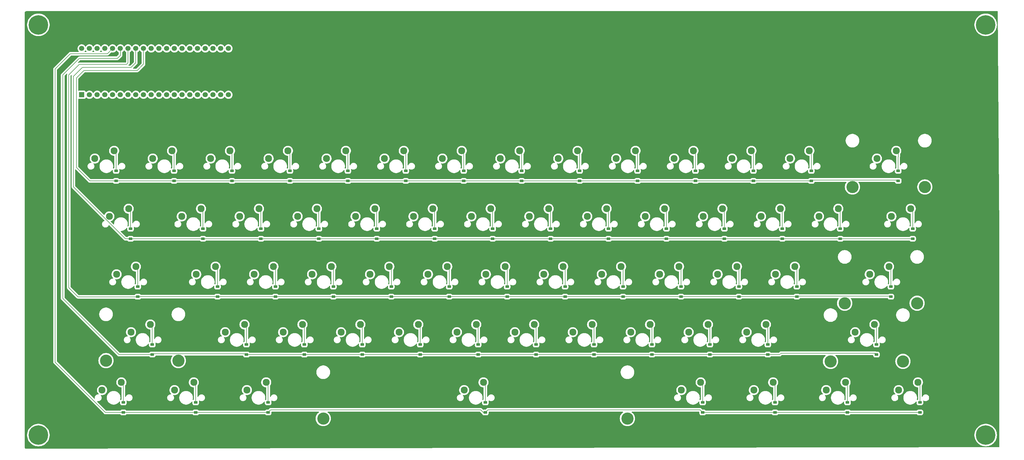
<source format=gbr>
%TF.GenerationSoftware,KiCad,Pcbnew,9.0.3*%
%TF.CreationDate,2025-08-15T22:36:12-07:00*%
%TF.ProjectId,keyboardpls,6b657962-6f61-4726-9470-6c732e6b6963,rev?*%
%TF.SameCoordinates,Original*%
%TF.FileFunction,Copper,L2,Bot*%
%TF.FilePolarity,Positive*%
%FSLAX46Y46*%
G04 Gerber Fmt 4.6, Leading zero omitted, Abs format (unit mm)*
G04 Created by KiCad (PCBNEW 9.0.3) date 2025-08-15 22:36:12*
%MOMM*%
%LPD*%
G01*
G04 APERTURE LIST*
G04 Aperture macros list*
%AMRoundRect*
0 Rectangle with rounded corners*
0 $1 Rounding radius*
0 $2 $3 $4 $5 $6 $7 $8 $9 X,Y pos of 4 corners*
0 Add a 4 corners polygon primitive as box body*
4,1,4,$2,$3,$4,$5,$6,$7,$8,$9,$2,$3,0*
0 Add four circle primitives for the rounded corners*
1,1,$1+$1,$2,$3*
1,1,$1+$1,$4,$5*
1,1,$1+$1,$6,$7*
1,1,$1+$1,$8,$9*
0 Add four rect primitives between the rounded corners*
20,1,$1+$1,$2,$3,$4,$5,0*
20,1,$1+$1,$4,$5,$6,$7,0*
20,1,$1+$1,$6,$7,$8,$9,0*
20,1,$1+$1,$8,$9,$2,$3,0*%
G04 Aperture macros list end*
%TA.AperFunction,ComponentPad*%
%ADD10C,2.300000*%
%TD*%
%TA.AperFunction,SMDPad,CuDef*%
%ADD11RoundRect,0.225000X0.375000X-0.225000X0.375000X0.225000X-0.375000X0.225000X-0.375000X-0.225000X0*%
%TD*%
%TA.AperFunction,ComponentPad*%
%ADD12C,4.000000*%
%TD*%
%TA.AperFunction,ComponentPad*%
%ADD13C,1.700000*%
%TD*%
%TA.AperFunction,ComponentPad*%
%ADD14R,1.700000X1.700000*%
%TD*%
%TA.AperFunction,ViaPad*%
%ADD15C,6.400000*%
%TD*%
%TA.AperFunction,Conductor*%
%ADD16C,0.200000*%
%TD*%
G04 APERTURE END LIST*
D10*
%TO.P,MX14,2,2*%
%TO.N,Net-(D14-A)*%
X339963900Y-114027700D03*
%TO.P,MX14,1,1*%
%TO.N,COL14*%
X333613900Y-116567700D03*
%TD*%
D11*
%TO.P,D14,2,A*%
%TO.N,Net-(D14-A)*%
X340599100Y-120632900D03*
%TO.P,D14,1,K*%
%TO.N,ROW1*%
X340599100Y-123932900D03*
%TD*%
D10*
%TO.P,MX41,2,2*%
%TO.N,Net-(D41-A)*%
X337582650Y-152127700D03*
%TO.P,MX41,1,1*%
%TO.N,COL13*%
X331232650Y-154667700D03*
%TD*%
%TO.P,MX23,2,2*%
%TO.N,Net-(D23-A)*%
X244713900Y-133077700D03*
%TO.P,MX23,1,1*%
%TO.N,COL9*%
X238363900Y-135617700D03*
%TD*%
%TO.P,MX36,2,2*%
%TO.N,Net-(D36-A)*%
X230426400Y-152127700D03*
%TO.P,MX36,1,1*%
%TO.N,COL8*%
X224076400Y-154667700D03*
%TD*%
%TO.P,MX3,2,2*%
%TO.N,Net-(D3-A)*%
X120888900Y-114027700D03*
%TO.P,MX3,1,1*%
%TO.N,COL3*%
X114538900Y-116567700D03*
%TD*%
%TO.P,MX37,2,2*%
%TO.N,Net-(D37-A)*%
X249476400Y-152127700D03*
%TO.P,MX37,1,1*%
%TO.N,COL9*%
X243126400Y-154667700D03*
%TD*%
%TO.P,MX53,2,2*%
%TO.N,Net-(D53-A)*%
X332820150Y-171177700D03*
%TO.P,MX53,1,1*%
%TO.N,COL12*%
X326470150Y-173717700D03*
%TD*%
%TO.P,MX56,2,2*%
%TO.N,Net-(D56-A)*%
X132795150Y-190227700D03*
%TO.P,MX56,1,1*%
%TO.N,COL3*%
X126445150Y-192767700D03*
%TD*%
%TO.P,MX40,2,2*%
%TO.N,Net-(D40-A)*%
X306626400Y-152127700D03*
%TO.P,MX40,1,1*%
%TO.N,COL12*%
X300276400Y-154667700D03*
%TD*%
%TO.P,MX33,2,2*%
%TO.N,Net-(D33-A)*%
X173276400Y-152127700D03*
%TO.P,MX33,1,1*%
%TO.N,COL5*%
X166926400Y-154667700D03*
%TD*%
%TO.P,MX47,2,2*%
%TO.N,Net-(D47-A)*%
X201851400Y-171177700D03*
%TO.P,MX47,1,1*%
%TO.N,COL6*%
X195501400Y-173717700D03*
%TD*%
%TO.P,MX16,2,2*%
%TO.N,Net-(D16-A)*%
X111363900Y-133077700D03*
%TO.P,MX16,1,1*%
%TO.N,COL2*%
X105013900Y-135617700D03*
%TD*%
%TO.P,MX59,2,2*%
%TO.N,Net-(D59-A)*%
X299482650Y-190227700D03*
%TO.P,MX59,1,1*%
%TO.N,COL10*%
X293132650Y-192767700D03*
%TD*%
D12*
%TO.P,RightShiftStab1,*%
%TO.N,*%
X318353900Y-183337700D03*
X342166400Y-183337700D03*
%TD*%
D10*
%TO.P,MX18,2,2*%
%TO.N,Net-(D18-A)*%
X149463900Y-133077700D03*
%TO.P,MX18,1,1*%
%TO.N,COL4*%
X143113900Y-135617700D03*
%TD*%
D12*
%TO.P,BackSpaceStab1,*%
%TO.N,*%
X323016500Y-164197200D03*
X346829000Y-164197200D03*
%TD*%
%TO.P,LeftShiftStab1,*%
%TO.N,*%
X80112200Y-183090600D03*
X103924700Y-183090600D03*
%TD*%
D10*
%TO.P,MX11,2,2*%
%TO.N,Net-(D11-A)*%
X273288900Y-114027700D03*
%TO.P,MX11,1,1*%
%TO.N,COL11*%
X266938900Y-116567700D03*
%TD*%
%TO.P,MX12,2,2*%
%TO.N,Net-(D12-A)*%
X292338900Y-114027700D03*
%TO.P,MX12,1,1*%
%TO.N,COL12*%
X285988900Y-116567700D03*
%TD*%
%TO.P,MX31,2,2*%
%TO.N,Net-(D31-A)*%
X135176400Y-152127700D03*
%TO.P,MX31,1,1*%
%TO.N,COL3*%
X128826400Y-154667700D03*
%TD*%
%TO.P,MX30,2,2*%
%TO.N,Net-(D30-A)*%
X116126400Y-152127700D03*
%TO.P,MX30,1,1*%
%TO.N,COL2*%
X109776400Y-154667700D03*
%TD*%
%TO.P,MX49,2,2*%
%TO.N,Net-(D49-A)*%
X239951400Y-171177700D03*
%TO.P,MX49,1,1*%
%TO.N,COL8*%
X233601400Y-173717700D03*
%TD*%
%TO.P,MX57,2,2*%
%TO.N,Net-(D57-A)*%
X204232650Y-190227700D03*
%TO.P,MX57,1,1*%
%TO.N,COL6*%
X197882650Y-192767700D03*
%TD*%
%TO.P,MX52,2,2*%
%TO.N,Net-(D52-A)*%
X297101400Y-171177700D03*
%TO.P,MX52,1,1*%
%TO.N,COL11*%
X290751400Y-173717700D03*
%TD*%
D12*
%TO.P,SpaceStab1,*%
%TO.N,*%
X151554200Y-202141800D03*
X251566700Y-202141800D03*
%TD*%
D10*
%TO.P,MX10,2,2*%
%TO.N,Net-(D10-A)*%
X254238900Y-114027700D03*
%TO.P,MX10,1,1*%
%TO.N,COL10*%
X247888900Y-116567700D03*
%TD*%
%TO.P,MX54,2,2*%
%TO.N,Net-(D54-A)*%
X85170150Y-190227700D03*
%TO.P,MX54,1,1*%
%TO.N,COL1*%
X78820150Y-192767700D03*
%TD*%
%TO.P,MX35,2,2*%
%TO.N,Net-(D35-A)*%
X211376400Y-152127700D03*
%TO.P,MX35,1,1*%
%TO.N,COL7*%
X205026400Y-154667700D03*
%TD*%
%TO.P,MX9,2,2*%
%TO.N,Net-(D9-A)*%
X235188900Y-114027700D03*
%TO.P,MX9,1,1*%
%TO.N,COL9*%
X228838900Y-116567700D03*
%TD*%
%TO.P,MX32,2,2*%
%TO.N,Net-(D32-A)*%
X154226400Y-152127700D03*
%TO.P,MX32,1,1*%
%TO.N,COL4*%
X147876400Y-154667700D03*
%TD*%
%TO.P,MX19,2,2*%
%TO.N,Net-(D19-A)*%
X168513900Y-133077700D03*
%TO.P,MX19,1,1*%
%TO.N,COL5*%
X162163900Y-135617700D03*
%TD*%
%TO.P,MX43,2,2*%
%TO.N,Net-(D43-A)*%
X125651400Y-171177700D03*
%TO.P,MX43,1,1*%
%TO.N,COL2*%
X119301400Y-173717700D03*
%TD*%
D12*
%TO.P,EnterStab1,*%
%TO.N,*%
X325560000Y-125937000D03*
X349372500Y-125937000D03*
%TD*%
D10*
%TO.P,MX2,2,2*%
%TO.N,Net-(D2-A)*%
X101838900Y-114027700D03*
%TO.P,MX2,1,1*%
%TO.N,COL2*%
X95488900Y-116567700D03*
%TD*%
%TO.P,MX42,2,2*%
%TO.N,Net-(D42-A)*%
X94695150Y-171177700D03*
%TO.P,MX42,1,1*%
%TO.N,COL1*%
X88345150Y-173717700D03*
%TD*%
D13*
%TO.P,U4,40,GND*%
%TO.N,unconnected-(U4-GND-Pad40)*%
X72112500Y-80350000D03*
%TO.P,U4,39,GND*%
%TO.N,unconnected-(U4-GND-Pad39)*%
X74652500Y-80350000D03*
%TO.P,U4,38,3V3*%
%TO.N,unconnected-(U4-3V3-Pad38)*%
X77192500Y-80350000D03*
%TO.P,U4,37,RST*%
%TO.N,unconnected-(U4-RST-Pad37)*%
X79732500Y-80350000D03*
%TO.P,U4,36,PB11*%
%TO.N,ROW5*%
X82272500Y-80350000D03*
%TO.P,U4,35,PB10*%
%TO.N,ROW4*%
X84812500Y-80350000D03*
%TO.P,U4,34,PB1*%
%TO.N,ROW3*%
X87352500Y-80350000D03*
%TO.P,U4,33,PB0*%
%TO.N,ROW2*%
X89892500Y-80350000D03*
%TO.P,U4,32,PA7*%
%TO.N,ROW1*%
X92432500Y-80350000D03*
%TO.P,U4,31,PA6*%
%TO.N,unconnected-(U4-PA6-Pad31)*%
X94972500Y-80350000D03*
%TO.P,U4,30,PA5*%
%TO.N,unconnected-(U4-PA5-Pad30)*%
X97512500Y-80350000D03*
%TO.P,U4,29,PA4*%
%TO.N,unconnected-(U4-PA4-Pad29)*%
X100052500Y-80350000D03*
%TO.P,U4,28,PA3*%
%TO.N,unconnected-(U4-PA3-Pad28)*%
X102592500Y-80350000D03*
%TO.P,U4,27,PA2*%
%TO.N,unconnected-(U4-PA2-Pad27)*%
X105132500Y-80350000D03*
%TO.P,U4,26,PA1*%
%TO.N,unconnected-(U4-PA1-Pad26)*%
X107672500Y-80350000D03*
%TO.P,U4,25,PA0*%
%TO.N,unconnected-(U4-PA0-Pad25)*%
X110212500Y-80350000D03*
%TO.P,U4,24,PC15*%
%TO.N,unconnected-(U4-PC15-Pad24)*%
X112752500Y-80350000D03*
%TO.P,U4,23,PC14*%
%TO.N,unconnected-(U4-PC14-Pad23)*%
X115292500Y-80350000D03*
%TO.P,U4,22,PC13*%
%TO.N,unconnected-(U4-PC13-Pad22)*%
X117832500Y-80350000D03*
%TO.P,U4,21,VBat*%
%TO.N,unconnected-(U4-VBat-Pad21)*%
X120372500Y-80350000D03*
%TO.P,U4,20,3V3*%
%TO.N,unconnected-(U4-3V3-Pad20)*%
X120372500Y-95590000D03*
%TO.P,U4,19,GND*%
%TO.N,unconnected-(U4-GND-Pad19)*%
X117832500Y-95590000D03*
%TO.P,U4,18,5V*%
%TO.N,unconnected-(U4-5V-Pad18)*%
X115292500Y-95590000D03*
%TO.P,U4,17,PB9*%
%TO.N,unconnected-(U4-PB9-Pad17)*%
X112752500Y-95590000D03*
%TO.P,U4,16,PB8*%
%TO.N,COL11*%
X110212500Y-95590000D03*
%TO.P,U4,15,PB7*%
%TO.N,COL12*%
X107672500Y-95590000D03*
%TO.P,U4,14,PB6*%
%TO.N,COL13*%
X105132500Y-95590000D03*
%TO.P,U4,13,PB5*%
%TO.N,COL14*%
X102592500Y-95590000D03*
%TO.P,U4,12,PB4*%
%TO.N,COL10*%
X100052500Y-95590000D03*
%TO.P,U4,11,PB3*%
%TO.N,COL9*%
X97512500Y-95590000D03*
%TO.P,U4,10,PA15*%
%TO.N,COL8*%
X94972500Y-95590000D03*
%TO.P,U4,9,PA12*%
%TO.N,unconnected-(U4-PA12-Pad9)*%
X92432500Y-95590000D03*
%TO.P,U4,8,PA11*%
%TO.N,unconnected-(U4-PA11-Pad8)*%
X89892500Y-95590000D03*
%TO.P,U4,7,PA10*%
%TO.N,COL7*%
X87352500Y-95590000D03*
%TO.P,U4,6,PA9*%
%TO.N,COL6*%
X84812500Y-95590000D03*
%TO.P,U4,5,PA8*%
%TO.N,COL5*%
X82272500Y-95590000D03*
%TO.P,U4,4,PB15*%
%TO.N,COL4*%
X79732500Y-95590000D03*
%TO.P,U4,3,PB14*%
%TO.N,COL3*%
X77192500Y-95590000D03*
%TO.P,U4,2,PB13*%
%TO.N,COL2*%
X74652500Y-95590000D03*
D14*
%TO.P,U4,1,PB12*%
%TO.N,COL1*%
X72112500Y-95590000D03*
%TD*%
D10*
%TO.P,MX60,2,2*%
%TO.N,Net-(D60-A)*%
X323295150Y-190227700D03*
%TO.P,MX60,1,1*%
%TO.N,COL11*%
X316945150Y-192767700D03*
%TD*%
%TO.P,MX21,2,2*%
%TO.N,Net-(D21-A)*%
X206613900Y-133077700D03*
%TO.P,MX21,1,1*%
%TO.N,COL7*%
X200263900Y-135617700D03*
%TD*%
%TO.P,MX34,2,2*%
%TO.N,Net-(D34-A)*%
X192326400Y-152127700D03*
%TO.P,MX34,1,1*%
%TO.N,COL6*%
X185976400Y-154667700D03*
%TD*%
%TO.P,MX27,2,2*%
%TO.N,Net-(D27-A)*%
X320913900Y-133077700D03*
%TO.P,MX27,1,1*%
%TO.N,COL13*%
X314563900Y-135617700D03*
%TD*%
%TO.P,MX28,2,2*%
%TO.N,Net-(D28-A)*%
X344726400Y-133077700D03*
%TO.P,MX28,1,1*%
%TO.N,COL14*%
X338376400Y-135617700D03*
%TD*%
%TO.P,MX58,2,2*%
%TO.N,Net-(D58-A)*%
X275670150Y-190227700D03*
%TO.P,MX58,1,1*%
%TO.N,COL9*%
X269320150Y-192767700D03*
%TD*%
%TO.P,MX5,2,2*%
%TO.N,Net-(D5-A)*%
X158988900Y-114027700D03*
%TO.P,MX5,1,1*%
%TO.N,COL5*%
X152638900Y-116567700D03*
%TD*%
%TO.P,MX38,2,2*%
%TO.N,Net-(D38-A)*%
X268526400Y-152127700D03*
%TO.P,MX38,1,1*%
%TO.N,COL10*%
X262176400Y-154667700D03*
%TD*%
%TO.P,MX61,2,2*%
%TO.N,Net-(D61-A)*%
X347107650Y-190227700D03*
%TO.P,MX61,1,1*%
%TO.N,COL12*%
X340757650Y-192767700D03*
%TD*%
%TO.P,MX24,2,2*%
%TO.N,Net-(D24-A)*%
X263763900Y-133077700D03*
%TO.P,MX24,1,1*%
%TO.N,COL10*%
X257413900Y-135617700D03*
%TD*%
%TO.P,MX48,2,2*%
%TO.N,Net-(D48-A)*%
X220901400Y-171177700D03*
%TO.P,MX48,1,1*%
%TO.N,COL7*%
X214551400Y-173717700D03*
%TD*%
%TO.P,MX44,2,2*%
%TO.N,Net-(D44-A)*%
X144701400Y-171177700D03*
%TO.P,MX44,1,1*%
%TO.N,COL3*%
X138351400Y-173717700D03*
%TD*%
%TO.P,MX1,2,2*%
%TO.N,Net-(D1-A)*%
X82788900Y-114027700D03*
%TO.P,MX1,1,1*%
%TO.N,COL1*%
X76438900Y-116567700D03*
%TD*%
%TO.P,MX20,2,2*%
%TO.N,Net-(D20-A)*%
X187563900Y-133077700D03*
%TO.P,MX20,1,1*%
%TO.N,COL6*%
X181213900Y-135617700D03*
%TD*%
%TO.P,MX4,2,2*%
%TO.N,Net-(D4-A)*%
X139938900Y-114027700D03*
%TO.P,MX4,1,1*%
%TO.N,COL4*%
X133588900Y-116567700D03*
%TD*%
%TO.P,MX8,2,2*%
%TO.N,Net-(D8-A)*%
X216138900Y-114027700D03*
%TO.P,MX8,1,1*%
%TO.N,COL8*%
X209788900Y-116567700D03*
%TD*%
%TO.P,MX55,2,2*%
%TO.N,Net-(D55-A)*%
X108982650Y-190227700D03*
%TO.P,MX55,1,1*%
%TO.N,COL2*%
X102632650Y-192767700D03*
%TD*%
%TO.P,MX7,2,2*%
%TO.N,Net-(D7-A)*%
X197088900Y-114027700D03*
%TO.P,MX7,1,1*%
%TO.N,COL7*%
X190738900Y-116567700D03*
%TD*%
%TO.P,MX22,2,2*%
%TO.N,Net-(D22-A)*%
X225663900Y-133077700D03*
%TO.P,MX22,1,1*%
%TO.N,COL8*%
X219313900Y-135617700D03*
%TD*%
%TO.P,MX13,2,2*%
%TO.N,Net-(D13-A)*%
X311388900Y-114027700D03*
%TO.P,MX13,1,1*%
%TO.N,COL13*%
X305038900Y-116567700D03*
%TD*%
%TO.P,MX51,2,2*%
%TO.N,Net-(D51-A)*%
X278051400Y-171177700D03*
%TO.P,MX51,1,1*%
%TO.N,COL10*%
X271701400Y-173717700D03*
%TD*%
%TO.P,MX50,2,2*%
%TO.N,Net-(D50-A)*%
X259001400Y-171177700D03*
%TO.P,MX50,1,1*%
%TO.N,COL9*%
X252651400Y-173717700D03*
%TD*%
%TO.P,MX29,2,2*%
%TO.N,Net-(D29-A)*%
X89932650Y-152127700D03*
%TO.P,MX29,1,1*%
%TO.N,COL1*%
X83582650Y-154667700D03*
%TD*%
%TO.P,MX39,2,2*%
%TO.N,Net-(D39-A)*%
X287576400Y-152127700D03*
%TO.P,MX39,1,1*%
%TO.N,COL11*%
X281226400Y-154667700D03*
%TD*%
%TO.P,MX15,2,2*%
%TO.N,Net-(D15-A)*%
X87551400Y-133077700D03*
%TO.P,MX15,1,1*%
%TO.N,COL1*%
X81201400Y-135617700D03*
%TD*%
%TO.P,MX45,2,2*%
%TO.N,Net-(D45-A)*%
X163751400Y-171177700D03*
%TO.P,MX45,1,1*%
%TO.N,COL4*%
X157401400Y-173717700D03*
%TD*%
%TO.P,MX17,2,2*%
%TO.N,Net-(D17-A)*%
X130413900Y-133077700D03*
%TO.P,MX17,1,1*%
%TO.N,COL3*%
X124063900Y-135617700D03*
%TD*%
%TO.P,MX6,2,2*%
%TO.N,Net-(D6-A)*%
X178038900Y-114027700D03*
%TO.P,MX6,1,1*%
%TO.N,COL6*%
X171688900Y-116567700D03*
%TD*%
%TO.P,MX26,2,2*%
%TO.N,Net-(D26-A)*%
X301863900Y-133077700D03*
%TO.P,MX26,1,1*%
%TO.N,COL12*%
X295513900Y-135617700D03*
%TD*%
%TO.P,MX46,2,2*%
%TO.N,Net-(D46-A)*%
X182801400Y-171177700D03*
%TO.P,MX46,1,1*%
%TO.N,COL5*%
X176451400Y-173717700D03*
%TD*%
%TO.P,MX25,2,2*%
%TO.N,Net-(D25-A)*%
X282813900Y-133077700D03*
%TO.P,MX25,1,1*%
%TO.N,COL11*%
X276463900Y-135617700D03*
%TD*%
D11*
%TO.P,D53,2,A*%
%TO.N,Net-(D53-A)*%
X333455350Y-177782900D03*
%TO.P,D53,1,K*%
%TO.N,ROW4*%
X333455350Y-181082900D03*
%TD*%
%TO.P,D50,2,A*%
%TO.N,Net-(D50-A)*%
X259636600Y-177782900D03*
%TO.P,D50,1,K*%
%TO.N,ROW4*%
X259636600Y-181082900D03*
%TD*%
%TO.P,D48,2,A*%
%TO.N,Net-(D48-A)*%
X221536600Y-177782900D03*
%TO.P,D48,1,K*%
%TO.N,ROW4*%
X221536600Y-181082900D03*
%TD*%
%TO.P,D19,2,A*%
%TO.N,Net-(D19-A)*%
X169149100Y-139682900D03*
%TO.P,D19,1,K*%
%TO.N,ROW2*%
X169149100Y-142982900D03*
%TD*%
%TO.P,D16,2,A*%
%TO.N,Net-(D16-A)*%
X111999100Y-139682900D03*
%TO.P,D16,1,K*%
%TO.N,ROW2*%
X111999100Y-142982900D03*
%TD*%
%TO.P,D27,2,A*%
%TO.N,Net-(D27-A)*%
X321549100Y-139682900D03*
%TO.P,D27,1,K*%
%TO.N,ROW2*%
X321549100Y-142982900D03*
%TD*%
%TO.P,D24,2,A*%
%TO.N,Net-(D24-A)*%
X264399100Y-139682900D03*
%TO.P,D24,1,K*%
%TO.N,ROW2*%
X264399100Y-142982900D03*
%TD*%
%TO.P,D23,2,A*%
%TO.N,Net-(D23-A)*%
X245349100Y-139682900D03*
%TO.P,D23,1,K*%
%TO.N,ROW2*%
X245349100Y-142982900D03*
%TD*%
%TO.P,D17,2,A*%
%TO.N,Net-(D17-A)*%
X131049100Y-139682900D03*
%TO.P,D17,1,K*%
%TO.N,ROW2*%
X131049100Y-142982900D03*
%TD*%
%TO.P,D43,2,A*%
%TO.N,Net-(D43-A)*%
X126286600Y-177782900D03*
%TO.P,D43,1,K*%
%TO.N,ROW4*%
X126286600Y-181082900D03*
%TD*%
%TO.P,D10,2,A*%
%TO.N,Net-(D10-A)*%
X254874100Y-120632900D03*
%TO.P,D10,1,K*%
%TO.N,ROW1*%
X254874100Y-123932900D03*
%TD*%
%TO.P,D26,2,A*%
%TO.N,Net-(D26-A)*%
X302499100Y-139682900D03*
%TO.P,D26,1,K*%
%TO.N,ROW2*%
X302499100Y-142982900D03*
%TD*%
%TO.P,D49,2,A*%
%TO.N,Net-(D49-A)*%
X240586600Y-177782900D03*
%TO.P,D49,1,K*%
%TO.N,ROW4*%
X240586600Y-181082900D03*
%TD*%
%TO.P,D35,2,A*%
%TO.N,Net-(D35-A)*%
X212011600Y-158732900D03*
%TO.P,D35,1,K*%
%TO.N,ROW3*%
X212011600Y-162032900D03*
%TD*%
%TO.P,D58,2,A*%
%TO.N,Net-(D58-A)*%
X276305350Y-196832900D03*
%TO.P,D58,1,K*%
%TO.N,ROW5*%
X276305350Y-200132900D03*
%TD*%
%TO.P,D29,2,A*%
%TO.N,Net-(D29-A)*%
X90567850Y-158732900D03*
%TO.P,D29,1,K*%
%TO.N,ROW3*%
X90567850Y-162032900D03*
%TD*%
%TO.P,D22,2,A*%
%TO.N,Net-(D22-A)*%
X226299100Y-139682900D03*
%TO.P,D22,1,K*%
%TO.N,ROW2*%
X226299100Y-142982900D03*
%TD*%
%TO.P,D15,2,A*%
%TO.N,Net-(D15-A)*%
X88186600Y-139682900D03*
%TO.P,D15,1,K*%
%TO.N,ROW2*%
X88186600Y-142982900D03*
%TD*%
%TO.P,D52,2,A*%
%TO.N,Net-(D52-A)*%
X297736600Y-177782900D03*
%TO.P,D52,1,K*%
%TO.N,ROW4*%
X297736600Y-181082900D03*
%TD*%
%TO.P,D3,2,A*%
%TO.N,Net-(D3-A)*%
X121524100Y-120632900D03*
%TO.P,D3,1,K*%
%TO.N,ROW1*%
X121524100Y-123932900D03*
%TD*%
%TO.P,D28,2,A*%
%TO.N,Net-(D28-A)*%
X345361600Y-139682900D03*
%TO.P,D28,1,K*%
%TO.N,ROW2*%
X345361600Y-142982900D03*
%TD*%
%TO.P,D20,2,A*%
%TO.N,Net-(D20-A)*%
X188199100Y-139682900D03*
%TO.P,D20,1,K*%
%TO.N,ROW2*%
X188199100Y-142982900D03*
%TD*%
%TO.P,D41,2,A*%
%TO.N,Net-(D41-A)*%
X338217850Y-158732900D03*
%TO.P,D41,1,K*%
%TO.N,ROW3*%
X338217850Y-162032900D03*
%TD*%
%TO.P,D33,2,A*%
%TO.N,Net-(D33-A)*%
X173911600Y-158732900D03*
%TO.P,D33,1,K*%
%TO.N,ROW3*%
X173911600Y-162032900D03*
%TD*%
%TO.P,D8,2,A*%
%TO.N,Net-(D8-A)*%
X216774100Y-120632900D03*
%TO.P,D8,1,K*%
%TO.N,ROW1*%
X216774100Y-123932900D03*
%TD*%
%TO.P,D2,2,A*%
%TO.N,Net-(D2-A)*%
X102474100Y-120632900D03*
%TO.P,D2,1,K*%
%TO.N,ROW1*%
X102474100Y-123932900D03*
%TD*%
%TO.P,D45,2,A*%
%TO.N,Net-(D45-A)*%
X164386600Y-177782900D03*
%TO.P,D45,1,K*%
%TO.N,ROW4*%
X164386600Y-181082900D03*
%TD*%
%TO.P,D18,2,A*%
%TO.N,Net-(D18-A)*%
X150099100Y-139682900D03*
%TO.P,D18,1,K*%
%TO.N,ROW2*%
X150099100Y-142982900D03*
%TD*%
%TO.P,D31,2,A*%
%TO.N,Net-(D31-A)*%
X135811600Y-158732900D03*
%TO.P,D31,1,K*%
%TO.N,ROW3*%
X135811600Y-162032900D03*
%TD*%
%TO.P,D56,2,A*%
%TO.N,Net-(D56-A)*%
X133430350Y-196832900D03*
%TO.P,D56,1,K*%
%TO.N,ROW5*%
X133430350Y-200132900D03*
%TD*%
%TO.P,D44,2,A*%
%TO.N,Net-(D44-A)*%
X145336600Y-177782900D03*
%TO.P,D44,1,K*%
%TO.N,ROW4*%
X145336600Y-181082900D03*
%TD*%
%TO.P,D11,2,A*%
%TO.N,Net-(D11-A)*%
X273924100Y-120632900D03*
%TO.P,D11,1,K*%
%TO.N,ROW1*%
X273924100Y-123932900D03*
%TD*%
%TO.P,D61,2,A*%
%TO.N,Net-(D61-A)*%
X347742850Y-196832900D03*
%TO.P,D61,1,K*%
%TO.N,ROW5*%
X347742850Y-200132900D03*
%TD*%
%TO.P,D37,2,A*%
%TO.N,Net-(D37-A)*%
X250111600Y-158732900D03*
%TO.P,D37,1,K*%
%TO.N,ROW3*%
X250111600Y-162032900D03*
%TD*%
%TO.P,D39,2,A*%
%TO.N,Net-(D39-A)*%
X288211600Y-158732900D03*
%TO.P,D39,1,K*%
%TO.N,ROW3*%
X288211600Y-162032900D03*
%TD*%
%TO.P,D13,2,A*%
%TO.N,Net-(D13-A)*%
X312024100Y-120632900D03*
%TO.P,D13,1,K*%
%TO.N,ROW1*%
X312024100Y-123932900D03*
%TD*%
%TO.P,D38,2,A*%
%TO.N,Net-(D38-A)*%
X269161600Y-158732900D03*
%TO.P,D38,1,K*%
%TO.N,ROW3*%
X269161600Y-162032900D03*
%TD*%
%TO.P,D21,2,A*%
%TO.N,Net-(D21-A)*%
X207249100Y-139682900D03*
%TO.P,D21,1,K*%
%TO.N,ROW2*%
X207249100Y-142982900D03*
%TD*%
%TO.P,D46,2,A*%
%TO.N,Net-(D46-A)*%
X183436600Y-177782900D03*
%TO.P,D46,1,K*%
%TO.N,ROW4*%
X183436600Y-181082900D03*
%TD*%
%TO.P,D9,2,A*%
%TO.N,Net-(D9-A)*%
X235824100Y-120632900D03*
%TO.P,D9,1,K*%
%TO.N,ROW1*%
X235824100Y-123932900D03*
%TD*%
%TO.P,D30,2,A*%
%TO.N,Net-(D30-A)*%
X116761600Y-158732900D03*
%TO.P,D30,1,K*%
%TO.N,ROW3*%
X116761600Y-162032900D03*
%TD*%
%TO.P,D5,2,A*%
%TO.N,Net-(D5-A)*%
X159624100Y-120632900D03*
%TO.P,D5,1,K*%
%TO.N,ROW1*%
X159624100Y-123932900D03*
%TD*%
%TO.P,D54,2,A*%
%TO.N,Net-(D54-A)*%
X85805350Y-196832900D03*
%TO.P,D54,1,K*%
%TO.N,ROW5*%
X85805350Y-200132900D03*
%TD*%
%TO.P,D59,2,A*%
%TO.N,Net-(D59-A)*%
X300117850Y-196832900D03*
%TO.P,D59,1,K*%
%TO.N,ROW5*%
X300117850Y-200132900D03*
%TD*%
%TO.P,D1,2,A*%
%TO.N,Net-(D1-A)*%
X83424100Y-120632900D03*
%TO.P,D1,1,K*%
%TO.N,ROW1*%
X83424100Y-123932900D03*
%TD*%
%TO.P,D25,2,A*%
%TO.N,Net-(D25-A)*%
X283449100Y-139682900D03*
%TO.P,D25,1,K*%
%TO.N,ROW2*%
X283449100Y-142982900D03*
%TD*%
%TO.P,D57,2,A*%
%TO.N,Net-(D57-A)*%
X204867850Y-196832900D03*
%TO.P,D57,1,K*%
%TO.N,ROW5*%
X204867850Y-200132900D03*
%TD*%
%TO.P,D32,2,A*%
%TO.N,Net-(D32-A)*%
X154861600Y-158732900D03*
%TO.P,D32,1,K*%
%TO.N,ROW3*%
X154861600Y-162032900D03*
%TD*%
%TO.P,D47,2,A*%
%TO.N,Net-(D47-A)*%
X202486600Y-177782900D03*
%TO.P,D47,1,K*%
%TO.N,ROW4*%
X202486600Y-181082900D03*
%TD*%
%TO.P,D4,2,A*%
%TO.N,Net-(D4-A)*%
X140574100Y-120632900D03*
%TO.P,D4,1,K*%
%TO.N,ROW1*%
X140574100Y-123932900D03*
%TD*%
%TO.P,D42,2,A*%
%TO.N,Net-(D42-A)*%
X95330350Y-177782900D03*
%TO.P,D42,1,K*%
%TO.N,ROW4*%
X95330350Y-181082900D03*
%TD*%
%TO.P,D55,2,A*%
%TO.N,Net-(D55-A)*%
X109617850Y-196832900D03*
%TO.P,D55,1,K*%
%TO.N,ROW5*%
X109617850Y-200132900D03*
%TD*%
%TO.P,D51,2,A*%
%TO.N,Net-(D51-A)*%
X278686600Y-177782900D03*
%TO.P,D51,1,K*%
%TO.N,ROW4*%
X278686600Y-181082900D03*
%TD*%
%TO.P,D34,2,A*%
%TO.N,Net-(D34-A)*%
X192961600Y-158732900D03*
%TO.P,D34,1,K*%
%TO.N,ROW3*%
X192961600Y-162032900D03*
%TD*%
%TO.P,D7,2,A*%
%TO.N,Net-(D7-A)*%
X197724100Y-120632900D03*
%TO.P,D7,1,K*%
%TO.N,ROW1*%
X197724100Y-123932900D03*
%TD*%
%TO.P,D60,2,A*%
%TO.N,Net-(D60-A)*%
X323930350Y-196832900D03*
%TO.P,D60,1,K*%
%TO.N,ROW5*%
X323930350Y-200132900D03*
%TD*%
%TO.P,D6,2,A*%
%TO.N,Net-(D6-A)*%
X178674100Y-120632900D03*
%TO.P,D6,1,K*%
%TO.N,ROW1*%
X178674100Y-123932900D03*
%TD*%
%TO.P,D12,2,A*%
%TO.N,Net-(D12-A)*%
X292974100Y-120632900D03*
%TO.P,D12,1,K*%
%TO.N,ROW1*%
X292974100Y-123932900D03*
%TD*%
%TO.P,D36,2,A*%
%TO.N,Net-(D36-A)*%
X231061600Y-158732900D03*
%TO.P,D36,1,K*%
%TO.N,ROW3*%
X231061600Y-162032900D03*
%TD*%
%TO.P,D40,2,A*%
%TO.N,Net-(D40-A)*%
X307261600Y-158732900D03*
%TO.P,D40,1,K*%
%TO.N,ROW3*%
X307261600Y-162032900D03*
%TD*%
D15*
%TO.N,*%
X369372500Y-72590000D03*
X369372500Y-207590000D03*
X57872500Y-207590000D03*
X57872500Y-72590000D03*
%TD*%
D16*
%TO.N,Net-(D1-A)*%
X82788900Y-114027700D02*
X83424100Y-114662900D01*
X83424100Y-114662900D02*
X83424100Y-120632900D01*
%TO.N,Net-(D2-A)*%
X101838900Y-114027700D02*
X102158100Y-114027700D01*
X102158100Y-114027700D02*
X102475300Y-114344900D01*
X102475300Y-114344900D02*
X102474100Y-114346100D01*
X102474100Y-114346100D02*
X102474100Y-120632900D01*
%TO.N,Net-(D3-A)*%
X120888900Y-114027700D02*
X121526500Y-114665300D01*
X121524100Y-114744200D02*
X121524100Y-120632900D01*
X121526500Y-114741800D02*
X121524100Y-114744200D01*
X121526500Y-114665300D02*
X121526500Y-114741800D01*
%TO.N,Net-(D4-A)*%
X139938900Y-114027700D02*
X140260500Y-114027700D01*
X140577700Y-114344900D02*
X140574100Y-114348500D01*
X140260500Y-114027700D02*
X140577700Y-114344900D01*
X140574100Y-114348500D02*
X140574100Y-120632900D01*
%TO.N,Net-(D5-A)*%
X159628900Y-114667700D02*
X159628900Y-114741800D01*
X159628900Y-114741800D02*
X159624100Y-114746600D01*
X158988900Y-114027700D02*
X159628900Y-114667700D01*
X159624100Y-114746600D02*
X159624100Y-120632900D01*
%TO.N,ROW1*%
X216774100Y-123932900D02*
X235824100Y-123932900D01*
X273924100Y-123932900D02*
X292974100Y-123932900D01*
X83424100Y-123932900D02*
X74810800Y-123932900D01*
X197724100Y-123932900D02*
X216774100Y-123932900D01*
X159624100Y-123932900D02*
X178674100Y-123932900D01*
X72872500Y-87590000D02*
X70372500Y-90090000D01*
X74810800Y-123932900D02*
X71467900Y-120590000D01*
X70372500Y-119494600D02*
X71467900Y-120590000D01*
X292974100Y-123932900D02*
X312024100Y-123932900D01*
X92432500Y-80350000D02*
X92432500Y-85530000D01*
X83424100Y-123870500D02*
X83486500Y-123932900D01*
X178674100Y-123932900D02*
X197724100Y-123932900D01*
X92432500Y-85530000D02*
X90372500Y-87590000D01*
X102474100Y-123932900D02*
X121524100Y-123932900D01*
X235824100Y-123932900D02*
X254874100Y-123932900D01*
X83486500Y-123932900D02*
X102474100Y-123932900D01*
X83424100Y-123932900D02*
X83424100Y-123870500D01*
X70372500Y-90090000D02*
X70372500Y-119494600D01*
X121524100Y-123932900D02*
X140574100Y-123932900D01*
X140574100Y-123932900D02*
X159624100Y-123932900D01*
X71467900Y-120590000D02*
X71467900Y-120685400D01*
X254874100Y-123932900D02*
X273924100Y-123932900D01*
X90372500Y-87590000D02*
X72872500Y-87590000D01*
%TO.N,ROW2*%
X131049100Y-142982900D02*
X150099100Y-142982900D01*
X111999100Y-142982900D02*
X131049100Y-142982900D01*
X69372500Y-125864974D02*
X86490426Y-142982900D01*
X88372500Y-86590000D02*
X72372500Y-86590000D01*
X302499100Y-142982900D02*
X321549100Y-142982900D01*
X245349100Y-142982900D02*
X264399100Y-142982900D01*
X86490426Y-142982900D02*
X88186600Y-142982900D01*
X207249100Y-142982900D02*
X226299100Y-142982900D01*
X88186600Y-142982900D02*
X111999100Y-142982900D01*
X72372500Y-86590000D02*
X69372500Y-89590000D01*
X188199100Y-142982900D02*
X207249100Y-142982900D01*
X169149100Y-142982900D02*
X188199100Y-142982900D01*
X89892500Y-85070000D02*
X88372500Y-86590000D01*
X321549100Y-142982900D02*
X345361600Y-142982900D01*
X264399100Y-142982900D02*
X283449100Y-142982900D01*
X283449100Y-142982900D02*
X302499100Y-142982900D01*
X226299100Y-142982900D02*
X245349100Y-142982900D01*
X69372500Y-89590000D02*
X69372500Y-125864974D01*
X89892500Y-80350000D02*
X89892500Y-85070000D01*
X150099100Y-142982900D02*
X169149100Y-142982900D01*
%TO.N,Net-(D6-A)*%
X178674100Y-114338900D02*
X178674100Y-120632900D01*
X178038900Y-114027700D02*
X178362900Y-114027700D01*
X178362900Y-114027700D02*
X178674100Y-114338900D01*
X178362900Y-114027700D02*
X178680100Y-114344900D01*
%TO.N,Net-(D7-A)*%
X197414100Y-114027700D02*
X197724100Y-114337700D01*
X197088900Y-114027700D02*
X197414100Y-114027700D01*
X197414100Y-114027700D02*
X197731300Y-114344900D01*
X197724100Y-114337700D02*
X197724100Y-120632900D01*
%TO.N,ROW3*%
X192961600Y-162032900D02*
X212011600Y-162032900D01*
X71372500Y-85590000D02*
X67872500Y-89090000D01*
X135811600Y-162032900D02*
X154861600Y-162032900D01*
X70872500Y-162090000D02*
X69872500Y-161090000D01*
X231061600Y-162032900D02*
X250111600Y-162032900D01*
X269161600Y-162032900D02*
X288211600Y-162032900D01*
X116761600Y-162032900D02*
X135811600Y-162032900D01*
X173911600Y-162032900D02*
X192961600Y-162032900D01*
X67872500Y-89090000D02*
X67872500Y-159090000D01*
X87352500Y-80350000D02*
X87352500Y-85110000D01*
X307397300Y-161897200D02*
X338082150Y-161897200D01*
X67872500Y-159090000D02*
X69872500Y-161090000D01*
X154861600Y-162032900D02*
X173911600Y-162032900D01*
X69872500Y-161090000D02*
X69372500Y-160590000D01*
X72372500Y-85590000D02*
X71372500Y-85590000D01*
X90567850Y-162032900D02*
X116761600Y-162032900D01*
X307261600Y-162032900D02*
X307397300Y-161897200D01*
X90510750Y-162090000D02*
X70872500Y-162090000D01*
X90567850Y-162032900D02*
X90510750Y-162090000D01*
X288211600Y-162032900D02*
X307261600Y-162032900D01*
X86872500Y-85590000D02*
X71372500Y-85590000D01*
X250111600Y-162032900D02*
X269161600Y-162032900D01*
X212011600Y-162032900D02*
X231061600Y-162032900D01*
X87352500Y-85110000D02*
X86872500Y-85590000D01*
X338082150Y-161897200D02*
X338217850Y-162032900D01*
%TO.N,Net-(D8-A)*%
X216774100Y-116337800D02*
X216774100Y-120632900D01*
X216782500Y-116329400D02*
X216774100Y-116337800D01*
X216138900Y-114027700D02*
X216782500Y-114671300D01*
X216782500Y-114671300D02*
X216782500Y-116329400D01*
%TO.N,ROW4*%
X240586600Y-181082900D02*
X259636600Y-181082900D01*
X301660300Y-181082900D02*
X301719100Y-181024100D01*
X84872500Y-82590000D02*
X84872500Y-80410000D01*
X301719100Y-181024100D02*
X302116000Y-180627200D01*
X202486600Y-181082900D02*
X221536600Y-181082900D01*
X65872500Y-89090000D02*
X71372500Y-83590000D01*
X95330350Y-181082900D02*
X84379600Y-181082900D01*
X95622650Y-180790600D02*
X125994300Y-180790600D01*
X332999650Y-180627200D02*
X333455350Y-181082900D01*
X221536600Y-181082900D02*
X240586600Y-181082900D01*
X83872500Y-83590000D02*
X84872500Y-82590000D01*
X125994300Y-180790600D02*
X126286600Y-181082900D01*
X302116000Y-180627200D02*
X332999650Y-180627200D01*
X84379600Y-181082900D02*
X84372500Y-181090000D01*
X84372500Y-181090000D02*
X65872500Y-162590000D01*
X183436600Y-181082900D02*
X202486600Y-181082900D01*
X278686600Y-181082900D02*
X297736600Y-181082900D01*
X145336600Y-181082900D02*
X164386600Y-181082900D01*
X259636600Y-181082900D02*
X278686600Y-181082900D01*
X84872500Y-80410000D02*
X84812500Y-80350000D01*
X71372500Y-83590000D02*
X83872500Y-83590000D01*
X164386600Y-181082900D02*
X183436600Y-181082900D01*
X126286600Y-181082900D02*
X145336600Y-181082900D01*
X95330350Y-181082900D02*
X95622650Y-180790600D01*
X65872500Y-162590000D02*
X65872500Y-89090000D01*
X297736600Y-181082900D02*
X301660300Y-181082900D01*
%TO.N,ROW5*%
X80532500Y-82090000D02*
X68372500Y-82090000D01*
X204867850Y-200132900D02*
X205719250Y-199281500D01*
X300117850Y-200132900D02*
X323930350Y-200132900D01*
X85805350Y-200132900D02*
X109617850Y-200132900D01*
X82272500Y-80350000D02*
X80532500Y-82090000D01*
X276305350Y-200132900D02*
X300117850Y-200132900D01*
X275453950Y-199281500D02*
X276305350Y-200132900D01*
X204139300Y-200132900D02*
X204867850Y-200132900D01*
X133430350Y-200132900D02*
X134281750Y-199281500D01*
X323930350Y-200132900D02*
X347742850Y-200132900D01*
X203287900Y-199281500D02*
X204139300Y-200132900D01*
X109617850Y-200132900D02*
X133430350Y-200132900D01*
X134281750Y-199281500D02*
X203287900Y-199281500D01*
X63372500Y-87090000D02*
X63372500Y-183590000D01*
X63372500Y-183590000D02*
X79915400Y-200132900D01*
X205719250Y-199281500D02*
X275453950Y-199281500D01*
X79915400Y-200132900D02*
X85805350Y-200132900D01*
X68372500Y-82090000D02*
X63372500Y-87090000D01*
%TO.N,Net-(D9-A)*%
X235824100Y-114662900D02*
X235188900Y-114027700D01*
X235824100Y-120632900D02*
X235824100Y-114662900D01*
%TO.N,Net-(D10-A)*%
X254884900Y-114673700D02*
X254884900Y-115138700D01*
X254874100Y-115149500D02*
X254874100Y-120632900D01*
X254238900Y-114027700D02*
X254884900Y-114673700D01*
X254884900Y-115138700D02*
X254874100Y-115149500D01*
%TO.N,Net-(D11-A)*%
X273936100Y-115138700D02*
X273924100Y-115150700D01*
X273924100Y-115150700D02*
X273924100Y-120632900D01*
X273936100Y-114674900D02*
X273936100Y-115138700D01*
X273288900Y-114027700D02*
X273936100Y-114674900D01*
%TO.N,Net-(D12-A)*%
X292974100Y-114662900D02*
X292338900Y-114027700D01*
X292974100Y-120632900D02*
X292974100Y-114662900D01*
%TO.N,Net-(D13-A)*%
X312038500Y-114677300D02*
X312038500Y-115535600D01*
X312024100Y-115550000D02*
X312024100Y-120632900D01*
X312038500Y-115535600D02*
X312024100Y-115550000D01*
X311388900Y-114027700D02*
X312038500Y-114677300D01*
%TO.N,Net-(D15-A)*%
X88186900Y-134189900D02*
X88186600Y-134190200D01*
X88186900Y-133713200D02*
X88186900Y-134189900D01*
X87551400Y-133077700D02*
X88186900Y-133713200D01*
X88186600Y-134190200D02*
X88186600Y-139682900D01*
%TO.N,Net-(D16-A)*%
X112000900Y-134189900D02*
X111999100Y-134191700D01*
X111999100Y-134191700D02*
X111999100Y-139682900D01*
X112000900Y-133714700D02*
X112000900Y-134189900D01*
X111363900Y-133077700D02*
X112000900Y-133714700D01*
%TO.N,Net-(D17-A)*%
X130413900Y-133077700D02*
X131052100Y-133715900D01*
X131052100Y-133715900D02*
X131052100Y-134983700D01*
X131052100Y-134983700D02*
X131049100Y-134986700D01*
X131049100Y-134986700D02*
X131049100Y-139682900D01*
%TO.N,Net-(D18-A)*%
X149463900Y-133077700D02*
X150103300Y-133717100D01*
X150099100Y-135384800D02*
X150099100Y-139682900D01*
X150103300Y-135380600D02*
X150099100Y-135384800D01*
X150103300Y-133717100D02*
X150103300Y-135380600D01*
%TO.N,Net-(D19-A)*%
X169154500Y-135380600D02*
X169149100Y-135386000D01*
X168513900Y-133077700D02*
X169154500Y-133718300D01*
X169149100Y-135386000D02*
X169149100Y-139682900D01*
X169154500Y-133718300D02*
X169154500Y-135380600D01*
%TO.N,Net-(D20-A)*%
X188199100Y-134990300D02*
X188199100Y-139682900D01*
X188205700Y-133719500D02*
X188205700Y-134983700D01*
X188205700Y-134983700D02*
X188199100Y-134990300D01*
X187563900Y-133077700D02*
X188205700Y-133719500D01*
%TO.N,Net-(D21-A)*%
X207256900Y-133793000D02*
X207249100Y-133800800D01*
X207256900Y-133720700D02*
X207256900Y-133793000D01*
X207249100Y-133800800D02*
X207249100Y-139682900D01*
X206613900Y-133077700D02*
X207256900Y-133720700D01*
%TO.N,Net-(D22-A)*%
X226299100Y-133802000D02*
X226299100Y-139682900D01*
X226308100Y-133721900D02*
X226308100Y-133793000D01*
X225663900Y-133077700D02*
X226308100Y-133721900D01*
X226308100Y-133793000D02*
X226299100Y-133802000D01*
%TO.N,Net-(D23-A)*%
X245359300Y-133723100D02*
X245359300Y-133793000D01*
X245359300Y-133793000D02*
X245349100Y-133803200D01*
X244713900Y-133077700D02*
X245359300Y-133723100D01*
X245349100Y-133803200D02*
X245349100Y-139682900D01*
%TO.N,Net-(D24-A)*%
X264410500Y-133724300D02*
X264410500Y-133793000D01*
X264410500Y-133793000D02*
X264399100Y-133804400D01*
X263763900Y-133077700D02*
X264410500Y-133724300D01*
X264399100Y-133804400D02*
X264399100Y-139682900D01*
%TO.N,Net-(D25-A)*%
X283461700Y-134189900D02*
X283449100Y-134202500D01*
X283449100Y-134202500D02*
X283449100Y-139682900D01*
X282813900Y-133077700D02*
X283461700Y-133725500D01*
X283461700Y-133725500D02*
X283461700Y-134189900D01*
%TO.N,Net-(D26-A)*%
X301863900Y-133144000D02*
X302499100Y-133779200D01*
X301863900Y-133144000D02*
X302512900Y-133793000D01*
X301863900Y-133077700D02*
X301863900Y-133144000D01*
X302499100Y-133779200D02*
X302499100Y-139682900D01*
%TO.N,Net-(D27-A)*%
X320913900Y-133077700D02*
X320913900Y-133142800D01*
X321564100Y-133793000D02*
X321549100Y-133808000D01*
X320913900Y-133142800D02*
X321564100Y-133793000D01*
X321549100Y-133808000D02*
X321549100Y-139682900D01*
%TO.N,Net-(D28-A)*%
X344726400Y-133077700D02*
X344726400Y-133141300D01*
X344726400Y-133141300D02*
X345378100Y-133793000D01*
X345361600Y-133776500D02*
X345361600Y-139682900D01*
X344726400Y-133141300D02*
X345361600Y-133776500D01*
%TO.N,Net-(D29-A)*%
X90567850Y-152762900D02*
X89932650Y-152127700D01*
X90567850Y-158732900D02*
X90567850Y-152762900D01*
%TO.N,Net-(D30-A)*%
X116761600Y-152762900D02*
X116126400Y-152127700D01*
X116761600Y-158732900D02*
X116761600Y-152762900D01*
%TO.N,Net-(D31-A)*%
X135811600Y-158732900D02*
X135811600Y-152762900D01*
X135811600Y-152762900D02*
X135176400Y-152127700D01*
%TO.N,Net-(D32-A)*%
X154861600Y-152762900D02*
X154226400Y-152127700D01*
X154861600Y-158732900D02*
X154861600Y-152762900D01*
%TO.N,Net-(D33-A)*%
X173911600Y-152762900D02*
X173276400Y-152127700D01*
X173911600Y-158732900D02*
X173911600Y-152762900D01*
%TO.N,Net-(D34-A)*%
X192961600Y-158732900D02*
X192961600Y-152762900D01*
X192961600Y-152762900D02*
X192326400Y-152127700D01*
%TO.N,Net-(D35-A)*%
X212011600Y-152762900D02*
X211376400Y-152127700D01*
X212011600Y-158732900D02*
X212011600Y-152762900D01*
%TO.N,Net-(D36-A)*%
X231061600Y-152762900D02*
X230426400Y-152127700D01*
X231061600Y-158732900D02*
X231061600Y-152762900D01*
%TO.N,Net-(D37-A)*%
X250111600Y-158732900D02*
X250111600Y-152762900D01*
X250111600Y-152762900D02*
X249476400Y-152127700D01*
%TO.N,Net-(D38-A)*%
X269161600Y-158732900D02*
X269161600Y-152762900D01*
X269161600Y-152762900D02*
X268526400Y-152127700D01*
%TO.N,Net-(D39-A)*%
X288211600Y-152762900D02*
X287576400Y-152127700D01*
X288211600Y-158732900D02*
X288211600Y-152762900D01*
%TO.N,Net-(D40-A)*%
X307261600Y-152762900D02*
X306626400Y-152127700D01*
X307261600Y-158732900D02*
X307261600Y-152762900D01*
%TO.N,Net-(D41-A)*%
X338217850Y-158732900D02*
X338217850Y-152762900D01*
X338217850Y-152762900D02*
X337582650Y-152127700D01*
%TO.N,Net-(D43-A)*%
X126286600Y-171812900D02*
X125651400Y-171177700D01*
X126286600Y-177782900D02*
X126286600Y-171812900D01*
%TO.N,Net-(D44-A)*%
X145336600Y-177782900D02*
X145336600Y-171812900D01*
X145336600Y-171812900D02*
X144701400Y-171177700D01*
%TO.N,Net-(D45-A)*%
X164386600Y-177782900D02*
X164386600Y-171812900D01*
X164386600Y-171812900D02*
X163751400Y-171177700D01*
%TO.N,Net-(D46-A)*%
X183436600Y-171812900D02*
X182801400Y-171177700D01*
X183436600Y-177782900D02*
X183436600Y-171812900D01*
%TO.N,Net-(D47-A)*%
X202486600Y-171812900D02*
X201851400Y-171177700D01*
X202486600Y-177782900D02*
X202486600Y-171812900D01*
%TO.N,Net-(D48-A)*%
X221536600Y-177782900D02*
X221536600Y-171812900D01*
X221536600Y-171812900D02*
X220901400Y-171177700D01*
%TO.N,Net-(D49-A)*%
X240586600Y-171812900D02*
X239951400Y-171177700D01*
X240586600Y-177782900D02*
X240586600Y-171812900D01*
%TO.N,Net-(D50-A)*%
X259636600Y-171812900D02*
X259001400Y-171177700D01*
X259636600Y-177782900D02*
X259636600Y-171812900D01*
%TO.N,Net-(D51-A)*%
X278686600Y-171812900D02*
X278051400Y-171177700D01*
X278686600Y-177782900D02*
X278686600Y-171812900D01*
%TO.N,Net-(D52-A)*%
X297736600Y-177782900D02*
X297736600Y-171812900D01*
X297736600Y-171812900D02*
X297101400Y-171177700D01*
%TO.N,Net-(D53-A)*%
X333455350Y-177782900D02*
X333455350Y-171812900D01*
X333455350Y-171812900D02*
X332820150Y-171177700D01*
%TO.N,Net-(D54-A)*%
X85805350Y-190862900D02*
X85170150Y-190227700D01*
X85805350Y-196832900D02*
X85805350Y-190862900D01*
%TO.N,Net-(D57-A)*%
X204867850Y-190862900D02*
X204232650Y-190227700D01*
X204867850Y-196832900D02*
X204867850Y-190862900D01*
%TO.N,Net-(D58-A)*%
X276305350Y-190862900D02*
X275670150Y-190227700D01*
X276305350Y-196832900D02*
X276305350Y-190862900D01*
%TO.N,Net-(D59-A)*%
X300117850Y-190862900D02*
X299482650Y-190227700D01*
X300117850Y-196832900D02*
X300117850Y-190862900D01*
%TO.N,Net-(D60-A)*%
X323930350Y-196832900D02*
X323930350Y-190862900D01*
X323930350Y-190862900D02*
X323295150Y-190227700D01*
%TO.N,Net-(D61-A)*%
X347742850Y-196832900D02*
X347742850Y-190862900D01*
X347742850Y-190862900D02*
X347107650Y-190227700D01*
%TO.N,Net-(D42-A)*%
X95330350Y-177782900D02*
X95330350Y-171812900D01*
X95330350Y-171812900D02*
X94695150Y-171177700D01*
%TO.N,Net-(D55-A)*%
X109617850Y-196832900D02*
X109617850Y-190862900D01*
X109617850Y-190862900D02*
X108982650Y-190227700D01*
%TO.N,Net-(D56-A)*%
X133430350Y-196832900D02*
X133430350Y-190862900D01*
X133430350Y-190862900D02*
X132795150Y-190227700D01*
%TO.N,ROW1*%
X340303200Y-123637000D02*
X340599100Y-123932900D01*
X312320000Y-123637000D02*
X340303200Y-123637000D01*
X312024100Y-123932900D02*
X312320000Y-123637000D01*
%TO.N,Net-(D14-A)*%
X340599100Y-115948700D02*
X340599100Y-120632900D01*
X340615300Y-115932500D02*
X340599100Y-115948700D01*
X340615300Y-114679100D02*
X340615300Y-115932500D01*
X339963900Y-114027700D02*
X340615300Y-114679100D01*
%TD*%
%TA.AperFunction,NonConductor*%
G36*
X373319872Y-68110185D02*
G01*
X373365627Y-68162989D01*
X373376830Y-68213639D01*
X373871997Y-139517568D01*
X373872000Y-139518429D01*
X373872000Y-211466970D01*
X373852315Y-211534009D01*
X373799511Y-211579764D01*
X373748193Y-211590970D01*
X53870314Y-212088447D01*
X53856237Y-212087667D01*
X53775236Y-212078540D01*
X53748166Y-212072362D01*
X53668962Y-212044648D01*
X53643944Y-212032600D01*
X53572895Y-211987957D01*
X53551186Y-211970644D01*
X53491855Y-211911313D01*
X53474542Y-211889604D01*
X53429899Y-211818555D01*
X53417851Y-211793537D01*
X53390137Y-211714333D01*
X53383959Y-211687263D01*
X53373780Y-211596922D01*
X53373000Y-211583038D01*
X53373000Y-207408209D01*
X54172000Y-207408209D01*
X54172000Y-207771790D01*
X54207637Y-208133630D01*
X54278564Y-208490212D01*
X54278567Y-208490223D01*
X54384114Y-208838165D01*
X54523254Y-209174078D01*
X54523256Y-209174083D01*
X54694640Y-209494720D01*
X54694651Y-209494738D01*
X54896640Y-209797035D01*
X54896650Y-209797049D01*
X55127307Y-210078106D01*
X55384393Y-210335192D01*
X55384398Y-210335196D01*
X55384399Y-210335197D01*
X55665456Y-210565854D01*
X55967768Y-210767853D01*
X55967777Y-210767858D01*
X55967779Y-210767859D01*
X56288416Y-210939243D01*
X56288418Y-210939243D01*
X56288424Y-210939247D01*
X56624336Y-211078386D01*
X56972267Y-211183930D01*
X56972273Y-211183931D01*
X56972276Y-211183932D01*
X56972287Y-211183935D01*
X57328869Y-211254862D01*
X57690706Y-211290500D01*
X57690709Y-211290500D01*
X58054291Y-211290500D01*
X58054294Y-211290500D01*
X58416131Y-211254862D01*
X58485545Y-211241054D01*
X58772712Y-211183935D01*
X58772723Y-211183932D01*
X58772723Y-211183931D01*
X58772733Y-211183930D01*
X59120664Y-211078386D01*
X59456576Y-210939247D01*
X59777232Y-210767853D01*
X60079544Y-210565854D01*
X60360601Y-210335197D01*
X60617697Y-210078101D01*
X60848354Y-209797044D01*
X61050353Y-209494732D01*
X61221747Y-209174076D01*
X61360886Y-208838164D01*
X61466430Y-208490233D01*
X61466432Y-208490223D01*
X61466435Y-208490212D01*
X61537362Y-208133630D01*
X61573000Y-207771790D01*
X61573000Y-207408209D01*
X365672000Y-207408209D01*
X365672000Y-207771790D01*
X365707637Y-208133630D01*
X365778564Y-208490212D01*
X365778567Y-208490223D01*
X365884114Y-208838165D01*
X366023254Y-209174078D01*
X366023256Y-209174083D01*
X366194640Y-209494720D01*
X366194651Y-209494738D01*
X366396640Y-209797035D01*
X366396650Y-209797049D01*
X366627307Y-210078106D01*
X366884393Y-210335192D01*
X366884398Y-210335196D01*
X366884399Y-210335197D01*
X367165456Y-210565854D01*
X367467768Y-210767853D01*
X367467777Y-210767858D01*
X367467779Y-210767859D01*
X367788416Y-210939243D01*
X367788418Y-210939243D01*
X367788424Y-210939247D01*
X368124336Y-211078386D01*
X368472267Y-211183930D01*
X368472273Y-211183931D01*
X368472276Y-211183932D01*
X368472287Y-211183935D01*
X368828869Y-211254862D01*
X369190706Y-211290500D01*
X369190709Y-211290500D01*
X369554291Y-211290500D01*
X369554294Y-211290500D01*
X369916131Y-211254862D01*
X369985545Y-211241054D01*
X370272712Y-211183935D01*
X370272723Y-211183932D01*
X370272723Y-211183931D01*
X370272733Y-211183930D01*
X370620664Y-211078386D01*
X370956576Y-210939247D01*
X371277232Y-210767853D01*
X371579544Y-210565854D01*
X371860601Y-210335197D01*
X372117697Y-210078101D01*
X372348354Y-209797044D01*
X372550353Y-209494732D01*
X372721747Y-209174076D01*
X372860886Y-208838164D01*
X372966430Y-208490233D01*
X372966432Y-208490223D01*
X372966435Y-208490212D01*
X373037362Y-208133630D01*
X373073000Y-207771790D01*
X373073000Y-207408209D01*
X373037362Y-207046369D01*
X372966435Y-206689787D01*
X372966432Y-206689776D01*
X372966431Y-206689773D01*
X372966430Y-206689767D01*
X372860886Y-206341836D01*
X372721747Y-206005924D01*
X372550353Y-205685268D01*
X372348354Y-205382956D01*
X372117697Y-205101899D01*
X372117696Y-205101898D01*
X372117692Y-205101893D01*
X371860606Y-204844807D01*
X371579549Y-204614150D01*
X371579548Y-204614149D01*
X371579544Y-204614146D01*
X371277232Y-204412147D01*
X371277227Y-204412144D01*
X371277220Y-204412140D01*
X370956583Y-204240756D01*
X370956578Y-204240754D01*
X370620665Y-204101614D01*
X370272723Y-203996067D01*
X370272712Y-203996064D01*
X369916130Y-203925137D01*
X369643611Y-203898296D01*
X369554294Y-203889500D01*
X369190706Y-203889500D01*
X369108179Y-203897628D01*
X368828869Y-203925137D01*
X368472287Y-203996064D01*
X368472276Y-203996067D01*
X368124334Y-204101614D01*
X367788421Y-204240754D01*
X367788416Y-204240756D01*
X367467779Y-204412140D01*
X367467761Y-204412151D01*
X367165464Y-204614140D01*
X367165450Y-204614150D01*
X366884393Y-204844807D01*
X366627307Y-205101893D01*
X366396650Y-205382950D01*
X366396640Y-205382964D01*
X366194651Y-205685261D01*
X366194640Y-205685279D01*
X366023256Y-206005916D01*
X366023254Y-206005921D01*
X365884114Y-206341834D01*
X365778567Y-206689776D01*
X365778564Y-206689787D01*
X365707637Y-207046369D01*
X365672000Y-207408209D01*
X61573000Y-207408209D01*
X61537362Y-207046369D01*
X61466435Y-206689787D01*
X61466432Y-206689776D01*
X61466431Y-206689773D01*
X61466430Y-206689767D01*
X61360886Y-206341836D01*
X61221747Y-206005924D01*
X61050353Y-205685268D01*
X60848354Y-205382956D01*
X60617697Y-205101899D01*
X60617696Y-205101898D01*
X60617692Y-205101893D01*
X60360606Y-204844807D01*
X60079549Y-204614150D01*
X60079548Y-204614149D01*
X60079544Y-204614146D01*
X59777232Y-204412147D01*
X59777227Y-204412144D01*
X59777220Y-204412140D01*
X59456583Y-204240756D01*
X59456578Y-204240754D01*
X59120665Y-204101614D01*
X58772723Y-203996067D01*
X58772712Y-203996064D01*
X58416130Y-203925137D01*
X58143611Y-203898296D01*
X58054294Y-203889500D01*
X57690706Y-203889500D01*
X57608179Y-203897628D01*
X57328869Y-203925137D01*
X56972287Y-203996064D01*
X56972276Y-203996067D01*
X56624334Y-204101614D01*
X56288421Y-204240754D01*
X56288416Y-204240756D01*
X55967779Y-204412140D01*
X55967761Y-204412151D01*
X55665464Y-204614140D01*
X55665450Y-204614150D01*
X55384393Y-204844807D01*
X55127307Y-205101893D01*
X54896650Y-205382950D01*
X54896640Y-205382964D01*
X54694651Y-205685261D01*
X54694640Y-205685279D01*
X54523256Y-206005916D01*
X54523254Y-206005921D01*
X54384114Y-206341834D01*
X54278567Y-206689776D01*
X54278564Y-206689787D01*
X54207637Y-207046369D01*
X54172000Y-207408209D01*
X53373000Y-207408209D01*
X53373000Y-183669054D01*
X62771998Y-183669054D01*
X62812923Y-183821785D01*
X62841858Y-183871900D01*
X62841859Y-183871904D01*
X62841860Y-183871904D01*
X62891979Y-183958714D01*
X62891981Y-183958717D01*
X63010849Y-184077585D01*
X63010854Y-184077589D01*
X79546684Y-200613420D01*
X79546686Y-200613421D01*
X79546690Y-200613424D01*
X79635478Y-200664685D01*
X79683616Y-200692477D01*
X79836343Y-200733401D01*
X79836345Y-200733401D01*
X80002054Y-200733401D01*
X80002070Y-200733400D01*
X84740346Y-200733400D01*
X84807385Y-200753085D01*
X84845885Y-200792304D01*
X84857381Y-200810943D01*
X84977305Y-200930867D01*
X84977309Y-200930870D01*
X85121644Y-201019898D01*
X85121647Y-201019899D01*
X85121653Y-201019903D01*
X85282642Y-201073249D01*
X85382005Y-201083400D01*
X86228694Y-201083399D01*
X86228702Y-201083398D01*
X86228705Y-201083398D01*
X86283110Y-201077840D01*
X86328058Y-201073249D01*
X86489047Y-201019903D01*
X86633394Y-200930868D01*
X86753318Y-200810944D01*
X86764815Y-200792303D01*
X86816762Y-200745579D01*
X86870354Y-200733400D01*
X108552846Y-200733400D01*
X108619885Y-200753085D01*
X108658385Y-200792304D01*
X108669881Y-200810943D01*
X108789805Y-200930867D01*
X108789809Y-200930870D01*
X108934144Y-201019898D01*
X108934147Y-201019899D01*
X108934153Y-201019903D01*
X109095142Y-201073249D01*
X109194505Y-201083400D01*
X110041194Y-201083399D01*
X110041202Y-201083398D01*
X110041205Y-201083398D01*
X110095610Y-201077840D01*
X110140558Y-201073249D01*
X110301547Y-201019903D01*
X110445894Y-200930868D01*
X110565818Y-200810944D01*
X110577315Y-200792303D01*
X110629262Y-200745579D01*
X110682854Y-200733400D01*
X132365346Y-200733400D01*
X132432385Y-200753085D01*
X132470885Y-200792304D01*
X132482381Y-200810943D01*
X132602305Y-200930867D01*
X132602309Y-200930870D01*
X132746644Y-201019898D01*
X132746647Y-201019899D01*
X132746653Y-201019903D01*
X132907642Y-201073249D01*
X133007005Y-201083400D01*
X133853694Y-201083399D01*
X133853702Y-201083398D01*
X133853705Y-201083398D01*
X133908110Y-201077840D01*
X133953058Y-201073249D01*
X134114047Y-201019903D01*
X134258394Y-200930868D01*
X134378318Y-200810944D01*
X134467353Y-200666597D01*
X134520699Y-200505608D01*
X134530850Y-200406245D01*
X134530849Y-200005999D01*
X134550533Y-199938961D01*
X134603337Y-199893206D01*
X134654849Y-199882000D01*
X150023037Y-199882000D01*
X150090076Y-199901685D01*
X150135831Y-199954489D01*
X150145775Y-200023647D01*
X150116750Y-200087203D01*
X150100350Y-200102947D01*
X149885375Y-200274383D01*
X149686783Y-200472975D01*
X149511676Y-200692553D01*
X149362253Y-200930357D01*
X149240400Y-201183388D01*
X149147643Y-201448470D01*
X149147639Y-201448482D01*
X149085145Y-201722287D01*
X149085142Y-201722305D01*
X149053700Y-202001368D01*
X149053700Y-202282231D01*
X149085142Y-202561294D01*
X149085145Y-202561312D01*
X149147639Y-202835117D01*
X149147643Y-202835129D01*
X149240400Y-203100211D01*
X149362253Y-203353242D01*
X149362255Y-203353245D01*
X149511677Y-203591048D01*
X149686784Y-203810625D01*
X149885375Y-204009216D01*
X150104952Y-204184323D01*
X150342755Y-204333745D01*
X150595792Y-204455601D01*
X150794880Y-204525265D01*
X150860870Y-204548356D01*
X150860882Y-204548360D01*
X151134691Y-204610855D01*
X151134697Y-204610855D01*
X151134705Y-204610857D01*
X151320747Y-204631818D01*
X151413769Y-204642299D01*
X151413772Y-204642300D01*
X151413775Y-204642300D01*
X151694628Y-204642300D01*
X151694629Y-204642299D01*
X151837255Y-204626229D01*
X151973694Y-204610857D01*
X151973699Y-204610856D01*
X151973709Y-204610855D01*
X152247518Y-204548360D01*
X152512608Y-204455601D01*
X152765645Y-204333745D01*
X153003448Y-204184323D01*
X153223025Y-204009216D01*
X153421616Y-203810625D01*
X153596723Y-203591048D01*
X153746145Y-203353245D01*
X153868001Y-203100208D01*
X153960760Y-202835118D01*
X154023255Y-202561309D01*
X154054700Y-202282225D01*
X154054700Y-202001375D01*
X154023255Y-201722291D01*
X153960760Y-201448482D01*
X153868001Y-201183392D01*
X153746145Y-200930355D01*
X153596723Y-200692552D01*
X153421616Y-200472975D01*
X153223025Y-200274384D01*
X153008049Y-200102946D01*
X152967910Y-200045759D01*
X152965060Y-199975947D01*
X153000405Y-199915677D01*
X153062724Y-199884084D01*
X153085363Y-199882000D01*
X202987803Y-199882000D01*
X203054842Y-199901685D01*
X203075484Y-199918319D01*
X203658778Y-200501613D01*
X203658780Y-200501616D01*
X203770584Y-200613420D01*
X203798004Y-200629251D01*
X203808098Y-200638540D01*
X203815603Y-200651024D01*
X203829667Y-200664685D01*
X203919879Y-200810940D01*
X203919882Y-200810944D01*
X204039805Y-200930867D01*
X204039809Y-200930870D01*
X204184144Y-201019898D01*
X204184147Y-201019899D01*
X204184153Y-201019903D01*
X204345142Y-201073249D01*
X204444505Y-201083400D01*
X205291194Y-201083399D01*
X205291202Y-201083398D01*
X205291205Y-201083398D01*
X205345610Y-201077840D01*
X205390558Y-201073249D01*
X205551547Y-201019903D01*
X205695894Y-200930868D01*
X205815818Y-200810944D01*
X205904853Y-200666597D01*
X205958199Y-200505608D01*
X205968350Y-200406245D01*
X205968349Y-200005999D01*
X205988033Y-199938961D01*
X206040837Y-199893206D01*
X206092349Y-199882000D01*
X250035537Y-199882000D01*
X250102576Y-199901685D01*
X250148331Y-199954489D01*
X250158275Y-200023647D01*
X250129250Y-200087203D01*
X250112850Y-200102947D01*
X249897875Y-200274383D01*
X249699283Y-200472975D01*
X249524176Y-200692553D01*
X249374753Y-200930357D01*
X249252900Y-201183388D01*
X249160143Y-201448470D01*
X249160139Y-201448482D01*
X249097645Y-201722287D01*
X249097642Y-201722305D01*
X249066200Y-202001368D01*
X249066200Y-202282231D01*
X249097642Y-202561294D01*
X249097645Y-202561312D01*
X249160139Y-202835117D01*
X249160143Y-202835129D01*
X249252900Y-203100211D01*
X249374753Y-203353242D01*
X249374755Y-203353245D01*
X249524177Y-203591048D01*
X249699284Y-203810625D01*
X249897875Y-204009216D01*
X250117452Y-204184323D01*
X250355255Y-204333745D01*
X250608292Y-204455601D01*
X250807380Y-204525265D01*
X250873370Y-204548356D01*
X250873382Y-204548360D01*
X251147191Y-204610855D01*
X251147197Y-204610855D01*
X251147205Y-204610857D01*
X251333247Y-204631818D01*
X251426269Y-204642299D01*
X251426272Y-204642300D01*
X251426275Y-204642300D01*
X251707128Y-204642300D01*
X251707129Y-204642299D01*
X251849755Y-204626229D01*
X251986194Y-204610857D01*
X251986199Y-204610856D01*
X251986209Y-204610855D01*
X252260018Y-204548360D01*
X252525108Y-204455601D01*
X252778145Y-204333745D01*
X253015948Y-204184323D01*
X253235525Y-204009216D01*
X253434116Y-203810625D01*
X253609223Y-203591048D01*
X253758645Y-203353245D01*
X253880501Y-203100208D01*
X253973260Y-202835118D01*
X254035755Y-202561309D01*
X254067200Y-202282225D01*
X254067200Y-202001375D01*
X254035755Y-201722291D01*
X253973260Y-201448482D01*
X253880501Y-201183392D01*
X253758645Y-200930355D01*
X253609223Y-200692552D01*
X253434116Y-200472975D01*
X253235525Y-200274384D01*
X253020549Y-200102946D01*
X252980410Y-200045759D01*
X252977560Y-199975947D01*
X253012905Y-199915677D01*
X253075224Y-199884084D01*
X253097863Y-199882000D01*
X275080850Y-199882000D01*
X275147889Y-199901685D01*
X275193644Y-199954489D01*
X275204850Y-200006000D01*
X275204850Y-200406237D01*
X275204851Y-200406255D01*
X275215000Y-200505607D01*
X275215001Y-200505610D01*
X275268346Y-200666594D01*
X275268351Y-200666605D01*
X275357379Y-200810940D01*
X275357382Y-200810944D01*
X275477305Y-200930867D01*
X275477309Y-200930870D01*
X275621644Y-201019898D01*
X275621647Y-201019899D01*
X275621653Y-201019903D01*
X275782642Y-201073249D01*
X275882005Y-201083400D01*
X276728694Y-201083399D01*
X276728702Y-201083398D01*
X276728705Y-201083398D01*
X276783110Y-201077840D01*
X276828058Y-201073249D01*
X276989047Y-201019903D01*
X277133394Y-200930868D01*
X277253318Y-200810944D01*
X277264815Y-200792303D01*
X277316762Y-200745579D01*
X277370354Y-200733400D01*
X299052846Y-200733400D01*
X299119885Y-200753085D01*
X299158385Y-200792304D01*
X299169881Y-200810943D01*
X299289805Y-200930867D01*
X299289809Y-200930870D01*
X299434144Y-201019898D01*
X299434147Y-201019899D01*
X299434153Y-201019903D01*
X299595142Y-201073249D01*
X299694505Y-201083400D01*
X300541194Y-201083399D01*
X300541202Y-201083398D01*
X300541205Y-201083398D01*
X300595610Y-201077840D01*
X300640558Y-201073249D01*
X300801547Y-201019903D01*
X300945894Y-200930868D01*
X301065818Y-200810944D01*
X301077315Y-200792303D01*
X301129262Y-200745579D01*
X301182854Y-200733400D01*
X322865346Y-200733400D01*
X322932385Y-200753085D01*
X322970885Y-200792304D01*
X322982381Y-200810943D01*
X323102305Y-200930867D01*
X323102309Y-200930870D01*
X323246644Y-201019898D01*
X323246647Y-201019899D01*
X323246653Y-201019903D01*
X323407642Y-201073249D01*
X323507005Y-201083400D01*
X324353694Y-201083399D01*
X324353702Y-201083398D01*
X324353705Y-201083398D01*
X324408110Y-201077840D01*
X324453058Y-201073249D01*
X324614047Y-201019903D01*
X324758394Y-200930868D01*
X324878318Y-200810944D01*
X324889815Y-200792303D01*
X324941762Y-200745579D01*
X324995354Y-200733400D01*
X346677846Y-200733400D01*
X346744885Y-200753085D01*
X346783385Y-200792304D01*
X346794881Y-200810943D01*
X346914805Y-200930867D01*
X346914809Y-200930870D01*
X347059144Y-201019898D01*
X347059147Y-201019899D01*
X347059153Y-201019903D01*
X347220142Y-201073249D01*
X347319505Y-201083400D01*
X348166194Y-201083399D01*
X348166202Y-201083398D01*
X348166205Y-201083398D01*
X348220610Y-201077840D01*
X348265558Y-201073249D01*
X348426547Y-201019903D01*
X348570894Y-200930868D01*
X348690818Y-200810944D01*
X348779853Y-200666597D01*
X348833199Y-200505608D01*
X348843350Y-200406245D01*
X348843349Y-199859556D01*
X348833199Y-199760192D01*
X348779853Y-199599203D01*
X348779849Y-199599197D01*
X348779848Y-199599194D01*
X348690820Y-199454859D01*
X348690817Y-199454855D01*
X348570894Y-199334932D01*
X348570890Y-199334929D01*
X348426555Y-199245901D01*
X348426549Y-199245898D01*
X348426547Y-199245897D01*
X348426544Y-199245896D01*
X348265559Y-199192551D01*
X348166196Y-199182400D01*
X347319512Y-199182400D01*
X347319494Y-199182401D01*
X347220142Y-199192550D01*
X347220139Y-199192551D01*
X347059155Y-199245896D01*
X347059144Y-199245901D01*
X346914809Y-199334929D01*
X346914805Y-199334932D01*
X346794881Y-199454856D01*
X346783385Y-199473496D01*
X346731438Y-199520221D01*
X346677846Y-199532400D01*
X324995354Y-199532400D01*
X324928315Y-199512715D01*
X324889815Y-199473496D01*
X324878318Y-199454856D01*
X324758394Y-199334932D01*
X324758390Y-199334929D01*
X324614055Y-199245901D01*
X324614049Y-199245898D01*
X324614047Y-199245897D01*
X324614044Y-199245896D01*
X324453059Y-199192551D01*
X324353696Y-199182400D01*
X323507012Y-199182400D01*
X323506994Y-199182401D01*
X323407642Y-199192550D01*
X323407639Y-199192551D01*
X323246655Y-199245896D01*
X323246644Y-199245901D01*
X323102309Y-199334929D01*
X323102305Y-199334932D01*
X322982381Y-199454856D01*
X322970885Y-199473496D01*
X322918938Y-199520221D01*
X322865346Y-199532400D01*
X301182854Y-199532400D01*
X301115815Y-199512715D01*
X301077315Y-199473496D01*
X301065818Y-199454856D01*
X300945894Y-199334932D01*
X300945890Y-199334929D01*
X300801555Y-199245901D01*
X300801549Y-199245898D01*
X300801547Y-199245897D01*
X300801544Y-199245896D01*
X300640559Y-199192551D01*
X300541196Y-199182400D01*
X299694512Y-199182400D01*
X299694494Y-199182401D01*
X299595142Y-199192550D01*
X299595139Y-199192551D01*
X299434155Y-199245896D01*
X299434144Y-199245901D01*
X299289809Y-199334929D01*
X299289805Y-199334932D01*
X299169881Y-199454856D01*
X299158385Y-199473496D01*
X299106438Y-199520221D01*
X299052846Y-199532400D01*
X277370354Y-199532400D01*
X277303315Y-199512715D01*
X277264815Y-199473496D01*
X277253318Y-199454856D01*
X277133394Y-199334932D01*
X277133390Y-199334929D01*
X276989055Y-199245901D01*
X276989049Y-199245898D01*
X276989047Y-199245897D01*
X276989044Y-199245896D01*
X276828059Y-199192551D01*
X276728702Y-199182400D01*
X276728695Y-199182400D01*
X276255447Y-199182400D01*
X276188408Y-199162715D01*
X276167766Y-199146081D01*
X275941540Y-198919855D01*
X275941538Y-198919852D01*
X275822667Y-198800981D01*
X275822666Y-198800980D01*
X275735854Y-198750860D01*
X275735854Y-198750859D01*
X275735850Y-198750858D01*
X275685735Y-198721923D01*
X275533007Y-198680999D01*
X275374893Y-198680999D01*
X275367297Y-198680999D01*
X275367281Y-198681000D01*
X205640190Y-198681000D01*
X205599269Y-198691964D01*
X205599269Y-198691965D01*
X205562001Y-198701951D01*
X205487464Y-198721923D01*
X205487459Y-198721926D01*
X205350540Y-198800975D01*
X205350532Y-198800981D01*
X205238728Y-198912786D01*
X205005432Y-199146081D01*
X204944109Y-199179566D01*
X204917751Y-199182400D01*
X204444512Y-199182400D01*
X204444494Y-199182401D01*
X204345142Y-199192550D01*
X204345135Y-199192552D01*
X204194696Y-199242402D01*
X204124868Y-199244803D01*
X204068012Y-199212377D01*
X203775490Y-198919855D01*
X203775488Y-198919852D01*
X203656617Y-198800981D01*
X203656616Y-198800980D01*
X203569804Y-198750860D01*
X203569804Y-198750859D01*
X203569800Y-198750858D01*
X203519685Y-198721923D01*
X203366957Y-198680999D01*
X203208843Y-198680999D01*
X203201247Y-198680999D01*
X203201231Y-198681000D01*
X134202690Y-198681000D01*
X134161769Y-198691964D01*
X134161769Y-198691965D01*
X134124501Y-198701951D01*
X134049964Y-198721923D01*
X134049959Y-198721926D01*
X133913040Y-198800975D01*
X133913032Y-198800981D01*
X133801228Y-198912786D01*
X133567932Y-199146081D01*
X133506609Y-199179566D01*
X133480251Y-199182400D01*
X133007012Y-199182400D01*
X133006994Y-199182401D01*
X132907642Y-199192550D01*
X132907639Y-199192551D01*
X132746655Y-199245896D01*
X132746644Y-199245901D01*
X132602309Y-199334929D01*
X132602305Y-199334932D01*
X132482381Y-199454856D01*
X132470885Y-199473496D01*
X132418938Y-199520221D01*
X132365346Y-199532400D01*
X110682854Y-199532400D01*
X110615815Y-199512715D01*
X110577315Y-199473496D01*
X110565818Y-199454856D01*
X110445894Y-199334932D01*
X110445890Y-199334929D01*
X110301555Y-199245901D01*
X110301549Y-199245898D01*
X110301547Y-199245897D01*
X110301544Y-199245896D01*
X110140559Y-199192551D01*
X110041196Y-199182400D01*
X109194512Y-199182400D01*
X109194494Y-199182401D01*
X109095142Y-199192550D01*
X109095139Y-199192551D01*
X108934155Y-199245896D01*
X108934144Y-199245901D01*
X108789809Y-199334929D01*
X108789805Y-199334932D01*
X108669881Y-199454856D01*
X108658385Y-199473496D01*
X108606438Y-199520221D01*
X108552846Y-199532400D01*
X86870354Y-199532400D01*
X86803315Y-199512715D01*
X86764815Y-199473496D01*
X86753318Y-199454856D01*
X86633394Y-199334932D01*
X86633390Y-199334929D01*
X86489055Y-199245901D01*
X86489049Y-199245898D01*
X86489047Y-199245897D01*
X86489044Y-199245896D01*
X86328059Y-199192551D01*
X86228696Y-199182400D01*
X85382012Y-199182400D01*
X85381994Y-199182401D01*
X85282642Y-199192550D01*
X85282639Y-199192551D01*
X85121655Y-199245896D01*
X85121644Y-199245901D01*
X84977309Y-199334929D01*
X84977305Y-199334932D01*
X84857381Y-199454856D01*
X84845885Y-199473496D01*
X84793938Y-199520221D01*
X84740346Y-199532400D01*
X80215498Y-199532400D01*
X80148459Y-199512715D01*
X80127817Y-199496081D01*
X77260146Y-196628410D01*
X77226661Y-196567087D01*
X77231645Y-196497395D01*
X77273517Y-196441462D01*
X77338981Y-196417045D01*
X77367217Y-196418255D01*
X77461571Y-196433200D01*
X77461573Y-196433200D01*
X77638728Y-196433200D01*
X77638729Y-196433200D01*
X77813705Y-196405486D01*
X77982192Y-196350742D01*
X78140040Y-196270314D01*
X78283364Y-196166183D01*
X78408633Y-196040914D01*
X78512764Y-195897590D01*
X78593192Y-195739742D01*
X78647936Y-195571255D01*
X78675650Y-195396279D01*
X78675650Y-195219121D01*
X78666381Y-195160600D01*
X80385750Y-195160600D01*
X80385750Y-195454799D01*
X80385751Y-195454816D01*
X80423261Y-195739739D01*
X80424152Y-195746500D01*
X80477580Y-195945897D01*
X80500302Y-196030694D01*
X80612884Y-196302494D01*
X80612892Y-196302510D01*
X80759990Y-196557289D01*
X80760001Y-196557305D01*
X80939098Y-196790709D01*
X80939104Y-196790716D01*
X81147133Y-196998745D01*
X81147139Y-196998750D01*
X81380553Y-197177855D01*
X81380560Y-197177859D01*
X81635339Y-197324957D01*
X81635355Y-197324965D01*
X81907155Y-197437547D01*
X81907157Y-197437547D01*
X81907163Y-197437550D01*
X82191350Y-197513698D01*
X82483044Y-197552100D01*
X82483051Y-197552100D01*
X82777249Y-197552100D01*
X82777256Y-197552100D01*
X83068950Y-197513698D01*
X83353137Y-197437550D01*
X83524434Y-197366597D01*
X83624944Y-197324965D01*
X83624947Y-197324963D01*
X83624953Y-197324961D01*
X83879747Y-197177855D01*
X84113161Y-196998750D01*
X84321200Y-196790711D01*
X84482475Y-196580532D01*
X84538902Y-196539331D01*
X84608648Y-196535176D01*
X84669568Y-196569388D01*
X84702321Y-196631105D01*
X84704850Y-196656020D01*
X84704850Y-197106237D01*
X84704851Y-197106255D01*
X84715000Y-197205607D01*
X84715001Y-197205610D01*
X84768346Y-197366594D01*
X84768351Y-197366605D01*
X84857379Y-197510940D01*
X84857382Y-197510944D01*
X84977305Y-197630867D01*
X84977309Y-197630870D01*
X85121644Y-197719898D01*
X85121647Y-197719899D01*
X85121653Y-197719903D01*
X85282642Y-197773249D01*
X85382005Y-197783400D01*
X86228694Y-197783399D01*
X86228702Y-197783398D01*
X86228705Y-197783398D01*
X86283110Y-197777840D01*
X86328058Y-197773249D01*
X86489047Y-197719903D01*
X86633394Y-197630868D01*
X86753318Y-197510944D01*
X86842353Y-197366597D01*
X86895699Y-197205608D01*
X86905850Y-197106245D01*
X86905849Y-196559556D01*
X86905617Y-196557289D01*
X86895699Y-196460192D01*
X86862861Y-196361095D01*
X86860460Y-196291270D01*
X86896191Y-196231228D01*
X86958712Y-196200035D01*
X87028171Y-196207595D01*
X87053450Y-196221773D01*
X87120260Y-196270314D01*
X87183434Y-196302503D01*
X87278107Y-196350742D01*
X87278110Y-196350743D01*
X87362351Y-196378114D01*
X87446595Y-196405486D01*
X87621571Y-196433200D01*
X87621572Y-196433200D01*
X87798728Y-196433200D01*
X87798729Y-196433200D01*
X87973705Y-196405486D01*
X88142192Y-196350742D01*
X88300040Y-196270314D01*
X88443364Y-196166183D01*
X88568633Y-196040914D01*
X88672764Y-195897590D01*
X88753192Y-195739742D01*
X88807936Y-195571255D01*
X88835650Y-195396279D01*
X88835650Y-195219121D01*
X100237150Y-195219121D01*
X100237150Y-195396278D01*
X100264864Y-195571256D01*
X100319606Y-195739739D01*
X100319607Y-195739742D01*
X100398642Y-195894855D01*
X100400036Y-195897590D01*
X100504167Y-196040914D01*
X100629436Y-196166183D01*
X100772760Y-196270314D01*
X100835934Y-196302503D01*
X100930607Y-196350742D01*
X100930610Y-196350743D01*
X101014851Y-196378114D01*
X101099095Y-196405486D01*
X101274071Y-196433200D01*
X101274072Y-196433200D01*
X101451228Y-196433200D01*
X101451229Y-196433200D01*
X101626205Y-196405486D01*
X101794692Y-196350742D01*
X101952540Y-196270314D01*
X102095864Y-196166183D01*
X102221133Y-196040914D01*
X102325264Y-195897590D01*
X102405692Y-195739742D01*
X102460436Y-195571255D01*
X102488150Y-195396279D01*
X102488150Y-195219121D01*
X102478881Y-195160600D01*
X104198250Y-195160600D01*
X104198250Y-195454799D01*
X104198251Y-195454816D01*
X104235761Y-195739739D01*
X104236652Y-195746500D01*
X104290080Y-195945897D01*
X104312802Y-196030694D01*
X104425384Y-196302494D01*
X104425392Y-196302510D01*
X104572490Y-196557289D01*
X104572501Y-196557305D01*
X104751598Y-196790709D01*
X104751604Y-196790716D01*
X104959633Y-196998745D01*
X104959639Y-196998750D01*
X105193053Y-197177855D01*
X105193060Y-197177859D01*
X105447839Y-197324957D01*
X105447855Y-197324965D01*
X105719655Y-197437547D01*
X105719657Y-197437547D01*
X105719663Y-197437550D01*
X106003850Y-197513698D01*
X106295544Y-197552100D01*
X106295551Y-197552100D01*
X106589749Y-197552100D01*
X106589756Y-197552100D01*
X106881450Y-197513698D01*
X107165637Y-197437550D01*
X107336934Y-197366597D01*
X107437444Y-197324965D01*
X107437447Y-197324963D01*
X107437453Y-197324961D01*
X107692247Y-197177855D01*
X107925661Y-196998750D01*
X108133700Y-196790711D01*
X108294975Y-196580532D01*
X108351402Y-196539331D01*
X108421148Y-196535176D01*
X108482068Y-196569388D01*
X108514821Y-196631105D01*
X108517350Y-196656020D01*
X108517350Y-197106237D01*
X108517351Y-197106255D01*
X108527500Y-197205607D01*
X108527501Y-197205610D01*
X108580846Y-197366594D01*
X108580851Y-197366605D01*
X108669879Y-197510940D01*
X108669882Y-197510944D01*
X108789805Y-197630867D01*
X108789809Y-197630870D01*
X108934144Y-197719898D01*
X108934147Y-197719899D01*
X108934153Y-197719903D01*
X109095142Y-197773249D01*
X109194505Y-197783400D01*
X110041194Y-197783399D01*
X110041202Y-197783398D01*
X110041205Y-197783398D01*
X110095610Y-197777840D01*
X110140558Y-197773249D01*
X110301547Y-197719903D01*
X110445894Y-197630868D01*
X110565818Y-197510944D01*
X110654853Y-197366597D01*
X110708199Y-197205608D01*
X110718350Y-197106245D01*
X110718349Y-196559556D01*
X110718117Y-196557289D01*
X110708199Y-196460192D01*
X110675361Y-196361095D01*
X110672960Y-196291270D01*
X110708691Y-196231228D01*
X110771212Y-196200035D01*
X110840671Y-196207595D01*
X110865950Y-196221773D01*
X110932760Y-196270314D01*
X110995934Y-196302503D01*
X111090607Y-196350742D01*
X111090610Y-196350743D01*
X111174851Y-196378114D01*
X111259095Y-196405486D01*
X111434071Y-196433200D01*
X111434072Y-196433200D01*
X111611228Y-196433200D01*
X111611229Y-196433200D01*
X111786205Y-196405486D01*
X111954692Y-196350742D01*
X112112540Y-196270314D01*
X112255864Y-196166183D01*
X112381133Y-196040914D01*
X112485264Y-195897590D01*
X112565692Y-195739742D01*
X112620436Y-195571255D01*
X112648150Y-195396279D01*
X112648150Y-195219121D01*
X124049650Y-195219121D01*
X124049650Y-195396278D01*
X124077364Y-195571256D01*
X124132106Y-195739739D01*
X124132107Y-195739742D01*
X124211142Y-195894855D01*
X124212536Y-195897590D01*
X124316667Y-196040914D01*
X124441936Y-196166183D01*
X124585260Y-196270314D01*
X124648434Y-196302503D01*
X124743107Y-196350742D01*
X124743110Y-196350743D01*
X124827351Y-196378114D01*
X124911595Y-196405486D01*
X125086571Y-196433200D01*
X125086572Y-196433200D01*
X125263728Y-196433200D01*
X125263729Y-196433200D01*
X125438705Y-196405486D01*
X125607192Y-196350742D01*
X125765040Y-196270314D01*
X125908364Y-196166183D01*
X126033633Y-196040914D01*
X126137764Y-195897590D01*
X126218192Y-195739742D01*
X126272936Y-195571255D01*
X126300650Y-195396279D01*
X126300650Y-195219121D01*
X126291381Y-195160600D01*
X128010750Y-195160600D01*
X128010750Y-195454799D01*
X128010751Y-195454816D01*
X128048261Y-195739739D01*
X128049152Y-195746500D01*
X128102580Y-195945897D01*
X128125302Y-196030694D01*
X128237884Y-196302494D01*
X128237892Y-196302510D01*
X128384990Y-196557289D01*
X128385001Y-196557305D01*
X128564098Y-196790709D01*
X128564104Y-196790716D01*
X128772133Y-196998745D01*
X128772139Y-196998750D01*
X129005553Y-197177855D01*
X129005560Y-197177859D01*
X129260339Y-197324957D01*
X129260355Y-197324965D01*
X129532155Y-197437547D01*
X129532157Y-197437547D01*
X129532163Y-197437550D01*
X129816350Y-197513698D01*
X130108044Y-197552100D01*
X130108051Y-197552100D01*
X130402249Y-197552100D01*
X130402256Y-197552100D01*
X130693950Y-197513698D01*
X130978137Y-197437550D01*
X131149434Y-197366597D01*
X131249944Y-197324965D01*
X131249947Y-197324963D01*
X131249953Y-197324961D01*
X131504747Y-197177855D01*
X131738161Y-196998750D01*
X131946200Y-196790711D01*
X132107475Y-196580532D01*
X132163902Y-196539331D01*
X132233648Y-196535176D01*
X132294568Y-196569388D01*
X132327321Y-196631105D01*
X132329850Y-196656020D01*
X132329850Y-197106237D01*
X132329851Y-197106255D01*
X132340000Y-197205607D01*
X132340001Y-197205610D01*
X132393346Y-197366594D01*
X132393351Y-197366605D01*
X132482379Y-197510940D01*
X132482382Y-197510944D01*
X132602305Y-197630867D01*
X132602309Y-197630870D01*
X132746644Y-197719898D01*
X132746647Y-197719899D01*
X132746653Y-197719903D01*
X132907642Y-197773249D01*
X133007005Y-197783400D01*
X133853694Y-197783399D01*
X133853702Y-197783398D01*
X133853705Y-197783398D01*
X133908110Y-197777840D01*
X133953058Y-197773249D01*
X134114047Y-197719903D01*
X134258394Y-197630868D01*
X134378318Y-197510944D01*
X134467353Y-197366597D01*
X134520699Y-197205608D01*
X134530850Y-197106245D01*
X134530849Y-196559556D01*
X134530617Y-196557289D01*
X134520699Y-196460192D01*
X134487861Y-196361095D01*
X134485460Y-196291270D01*
X134521191Y-196231228D01*
X134583712Y-196200035D01*
X134653171Y-196207595D01*
X134678450Y-196221773D01*
X134745260Y-196270314D01*
X134808434Y-196302503D01*
X134903107Y-196350742D01*
X134903110Y-196350743D01*
X134987351Y-196378114D01*
X135071595Y-196405486D01*
X135246571Y-196433200D01*
X135246572Y-196433200D01*
X135423728Y-196433200D01*
X135423729Y-196433200D01*
X135598705Y-196405486D01*
X135767192Y-196350742D01*
X135925040Y-196270314D01*
X136068364Y-196166183D01*
X136193633Y-196040914D01*
X136297764Y-195897590D01*
X136378192Y-195739742D01*
X136432936Y-195571255D01*
X136460650Y-195396279D01*
X136460650Y-195219121D01*
X195487150Y-195219121D01*
X195487150Y-195396278D01*
X195514864Y-195571256D01*
X195569606Y-195739739D01*
X195569607Y-195739742D01*
X195648642Y-195894855D01*
X195650036Y-195897590D01*
X195754167Y-196040914D01*
X195879436Y-196166183D01*
X196022760Y-196270314D01*
X196085934Y-196302503D01*
X196180607Y-196350742D01*
X196180610Y-196350743D01*
X196264851Y-196378114D01*
X196349095Y-196405486D01*
X196524071Y-196433200D01*
X196524072Y-196433200D01*
X196701228Y-196433200D01*
X196701229Y-196433200D01*
X196876205Y-196405486D01*
X197044692Y-196350742D01*
X197202540Y-196270314D01*
X197345864Y-196166183D01*
X197471133Y-196040914D01*
X197575264Y-195897590D01*
X197655692Y-195739742D01*
X197710436Y-195571255D01*
X197738150Y-195396279D01*
X197738150Y-195219121D01*
X197728881Y-195160600D01*
X199448250Y-195160600D01*
X199448250Y-195454799D01*
X199448251Y-195454816D01*
X199485761Y-195739739D01*
X199486652Y-195746500D01*
X199540080Y-195945897D01*
X199562802Y-196030694D01*
X199675384Y-196302494D01*
X199675392Y-196302510D01*
X199822490Y-196557289D01*
X199822501Y-196557305D01*
X200001598Y-196790709D01*
X200001604Y-196790716D01*
X200209633Y-196998745D01*
X200209639Y-196998750D01*
X200443053Y-197177855D01*
X200443060Y-197177859D01*
X200697839Y-197324957D01*
X200697855Y-197324965D01*
X200969655Y-197437547D01*
X200969657Y-197437547D01*
X200969663Y-197437550D01*
X201253850Y-197513698D01*
X201545544Y-197552100D01*
X201545551Y-197552100D01*
X201839749Y-197552100D01*
X201839756Y-197552100D01*
X202131450Y-197513698D01*
X202415637Y-197437550D01*
X202586934Y-197366597D01*
X202687444Y-197324965D01*
X202687447Y-197324963D01*
X202687453Y-197324961D01*
X202942247Y-197177855D01*
X203175661Y-196998750D01*
X203383700Y-196790711D01*
X203544975Y-196580532D01*
X203601402Y-196539331D01*
X203671148Y-196535176D01*
X203732068Y-196569388D01*
X203764821Y-196631105D01*
X203767350Y-196656020D01*
X203767350Y-197106237D01*
X203767351Y-197106255D01*
X203777500Y-197205607D01*
X203777501Y-197205610D01*
X203830846Y-197366594D01*
X203830851Y-197366605D01*
X203919879Y-197510940D01*
X203919882Y-197510944D01*
X204039805Y-197630867D01*
X204039809Y-197630870D01*
X204184144Y-197719898D01*
X204184147Y-197719899D01*
X204184153Y-197719903D01*
X204345142Y-197773249D01*
X204444505Y-197783400D01*
X205291194Y-197783399D01*
X205291202Y-197783398D01*
X205291205Y-197783398D01*
X205345610Y-197777840D01*
X205390558Y-197773249D01*
X205551547Y-197719903D01*
X205695894Y-197630868D01*
X205815818Y-197510944D01*
X205904853Y-197366597D01*
X205958199Y-197205608D01*
X205968350Y-197106245D01*
X205968349Y-196559556D01*
X205968117Y-196557289D01*
X205958199Y-196460192D01*
X205925361Y-196361095D01*
X205922960Y-196291270D01*
X205958691Y-196231228D01*
X206021212Y-196200035D01*
X206090671Y-196207595D01*
X206115950Y-196221773D01*
X206182760Y-196270314D01*
X206245934Y-196302503D01*
X206340607Y-196350742D01*
X206340610Y-196350743D01*
X206424851Y-196378114D01*
X206509095Y-196405486D01*
X206684071Y-196433200D01*
X206684072Y-196433200D01*
X206861228Y-196433200D01*
X206861229Y-196433200D01*
X207036205Y-196405486D01*
X207204692Y-196350742D01*
X207362540Y-196270314D01*
X207505864Y-196166183D01*
X207631133Y-196040914D01*
X207735264Y-195897590D01*
X207815692Y-195739742D01*
X207870436Y-195571255D01*
X207898150Y-195396279D01*
X207898150Y-195219121D01*
X266924650Y-195219121D01*
X266924650Y-195396278D01*
X266952364Y-195571256D01*
X267007106Y-195739739D01*
X267007107Y-195739742D01*
X267086142Y-195894855D01*
X267087536Y-195897590D01*
X267191667Y-196040914D01*
X267316936Y-196166183D01*
X267460260Y-196270314D01*
X267523434Y-196302503D01*
X267618107Y-196350742D01*
X267618110Y-196350743D01*
X267702351Y-196378114D01*
X267786595Y-196405486D01*
X267961571Y-196433200D01*
X267961572Y-196433200D01*
X268138728Y-196433200D01*
X268138729Y-196433200D01*
X268313705Y-196405486D01*
X268482192Y-196350742D01*
X268640040Y-196270314D01*
X268783364Y-196166183D01*
X268908633Y-196040914D01*
X269012764Y-195897590D01*
X269093192Y-195739742D01*
X269147936Y-195571255D01*
X269175650Y-195396279D01*
X269175650Y-195219121D01*
X269166381Y-195160600D01*
X270885750Y-195160600D01*
X270885750Y-195454799D01*
X270885751Y-195454816D01*
X270923261Y-195739739D01*
X270924152Y-195746500D01*
X270977580Y-195945897D01*
X271000302Y-196030694D01*
X271112884Y-196302494D01*
X271112892Y-196302510D01*
X271259990Y-196557289D01*
X271260001Y-196557305D01*
X271439098Y-196790709D01*
X271439104Y-196790716D01*
X271647133Y-196998745D01*
X271647139Y-196998750D01*
X271880553Y-197177855D01*
X271880560Y-197177859D01*
X272135339Y-197324957D01*
X272135355Y-197324965D01*
X272407155Y-197437547D01*
X272407157Y-197437547D01*
X272407163Y-197437550D01*
X272691350Y-197513698D01*
X272983044Y-197552100D01*
X272983051Y-197552100D01*
X273277249Y-197552100D01*
X273277256Y-197552100D01*
X273568950Y-197513698D01*
X273853137Y-197437550D01*
X274024434Y-197366597D01*
X274124944Y-197324965D01*
X274124947Y-197324963D01*
X274124953Y-197324961D01*
X274379747Y-197177855D01*
X274613161Y-196998750D01*
X274821200Y-196790711D01*
X274982475Y-196580532D01*
X275038902Y-196539331D01*
X275108648Y-196535176D01*
X275169568Y-196569388D01*
X275202321Y-196631105D01*
X275204850Y-196656020D01*
X275204850Y-197106237D01*
X275204851Y-197106255D01*
X275215000Y-197205607D01*
X275215001Y-197205610D01*
X275268346Y-197366594D01*
X275268351Y-197366605D01*
X275357379Y-197510940D01*
X275357382Y-197510944D01*
X275477305Y-197630867D01*
X275477309Y-197630870D01*
X275621644Y-197719898D01*
X275621647Y-197719899D01*
X275621653Y-197719903D01*
X275782642Y-197773249D01*
X275882005Y-197783400D01*
X276728694Y-197783399D01*
X276728702Y-197783398D01*
X276728705Y-197783398D01*
X276783110Y-197777840D01*
X276828058Y-197773249D01*
X276989047Y-197719903D01*
X277133394Y-197630868D01*
X277253318Y-197510944D01*
X277342353Y-197366597D01*
X277395699Y-197205608D01*
X277405850Y-197106245D01*
X277405849Y-196559556D01*
X277405617Y-196557289D01*
X277395699Y-196460192D01*
X277362861Y-196361095D01*
X277360460Y-196291270D01*
X277396191Y-196231228D01*
X277458712Y-196200035D01*
X277528171Y-196207595D01*
X277553450Y-196221773D01*
X277620260Y-196270314D01*
X277683434Y-196302503D01*
X277778107Y-196350742D01*
X277778110Y-196350743D01*
X277862351Y-196378114D01*
X277946595Y-196405486D01*
X278121571Y-196433200D01*
X278121572Y-196433200D01*
X278298728Y-196433200D01*
X278298729Y-196433200D01*
X278473705Y-196405486D01*
X278642192Y-196350742D01*
X278800040Y-196270314D01*
X278943364Y-196166183D01*
X279068633Y-196040914D01*
X279172764Y-195897590D01*
X279253192Y-195739742D01*
X279307936Y-195571255D01*
X279335650Y-195396279D01*
X279335650Y-195219121D01*
X290737150Y-195219121D01*
X290737150Y-195396278D01*
X290764864Y-195571256D01*
X290819606Y-195739739D01*
X290819607Y-195739742D01*
X290898642Y-195894855D01*
X290900036Y-195897590D01*
X291004167Y-196040914D01*
X291129436Y-196166183D01*
X291272760Y-196270314D01*
X291335934Y-196302503D01*
X291430607Y-196350742D01*
X291430610Y-196350743D01*
X291514851Y-196378114D01*
X291599095Y-196405486D01*
X291774071Y-196433200D01*
X291774072Y-196433200D01*
X291951228Y-196433200D01*
X291951229Y-196433200D01*
X292126205Y-196405486D01*
X292294692Y-196350742D01*
X292452540Y-196270314D01*
X292595864Y-196166183D01*
X292721133Y-196040914D01*
X292825264Y-195897590D01*
X292905692Y-195739742D01*
X292960436Y-195571255D01*
X292988150Y-195396279D01*
X292988150Y-195219121D01*
X292978881Y-195160600D01*
X294698250Y-195160600D01*
X294698250Y-195454799D01*
X294698251Y-195454816D01*
X294735761Y-195739739D01*
X294736652Y-195746500D01*
X294790080Y-195945897D01*
X294812802Y-196030694D01*
X294925384Y-196302494D01*
X294925392Y-196302510D01*
X295072490Y-196557289D01*
X295072501Y-196557305D01*
X295251598Y-196790709D01*
X295251604Y-196790716D01*
X295459633Y-196998745D01*
X295459639Y-196998750D01*
X295693053Y-197177855D01*
X295693060Y-197177859D01*
X295947839Y-197324957D01*
X295947855Y-197324965D01*
X296219655Y-197437547D01*
X296219657Y-197437547D01*
X296219663Y-197437550D01*
X296503850Y-197513698D01*
X296795544Y-197552100D01*
X296795551Y-197552100D01*
X297089749Y-197552100D01*
X297089756Y-197552100D01*
X297381450Y-197513698D01*
X297665637Y-197437550D01*
X297836934Y-197366597D01*
X297937444Y-197324965D01*
X297937447Y-197324963D01*
X297937453Y-197324961D01*
X298192247Y-197177855D01*
X298425661Y-196998750D01*
X298633700Y-196790711D01*
X298794975Y-196580532D01*
X298851402Y-196539331D01*
X298921148Y-196535176D01*
X298982068Y-196569388D01*
X299014821Y-196631105D01*
X299017350Y-196656020D01*
X299017350Y-197106237D01*
X299017351Y-197106255D01*
X299027500Y-197205607D01*
X299027501Y-197205610D01*
X299080846Y-197366594D01*
X299080851Y-197366605D01*
X299169879Y-197510940D01*
X299169882Y-197510944D01*
X299289805Y-197630867D01*
X299289809Y-197630870D01*
X299434144Y-197719898D01*
X299434147Y-197719899D01*
X299434153Y-197719903D01*
X299595142Y-197773249D01*
X299694505Y-197783400D01*
X300541194Y-197783399D01*
X300541202Y-197783398D01*
X300541205Y-197783398D01*
X300595610Y-197777840D01*
X300640558Y-197773249D01*
X300801547Y-197719903D01*
X300945894Y-197630868D01*
X301065818Y-197510944D01*
X301154853Y-197366597D01*
X301208199Y-197205608D01*
X301218350Y-197106245D01*
X301218349Y-196559556D01*
X301218117Y-196557289D01*
X301208199Y-196460192D01*
X301175361Y-196361095D01*
X301172960Y-196291270D01*
X301208691Y-196231228D01*
X301271212Y-196200035D01*
X301340671Y-196207595D01*
X301365950Y-196221773D01*
X301432760Y-196270314D01*
X301495934Y-196302503D01*
X301590607Y-196350742D01*
X301590610Y-196350743D01*
X301674851Y-196378114D01*
X301759095Y-196405486D01*
X301934071Y-196433200D01*
X301934072Y-196433200D01*
X302111228Y-196433200D01*
X302111229Y-196433200D01*
X302286205Y-196405486D01*
X302454692Y-196350742D01*
X302612540Y-196270314D01*
X302755864Y-196166183D01*
X302881133Y-196040914D01*
X302985264Y-195897590D01*
X303065692Y-195739742D01*
X303120436Y-195571255D01*
X303148150Y-195396279D01*
X303148150Y-195219121D01*
X314549650Y-195219121D01*
X314549650Y-195396278D01*
X314577364Y-195571256D01*
X314632106Y-195739739D01*
X314632107Y-195739742D01*
X314711142Y-195894855D01*
X314712536Y-195897590D01*
X314816667Y-196040914D01*
X314941936Y-196166183D01*
X315085260Y-196270314D01*
X315148434Y-196302503D01*
X315243107Y-196350742D01*
X315243110Y-196350743D01*
X315327351Y-196378114D01*
X315411595Y-196405486D01*
X315586571Y-196433200D01*
X315586572Y-196433200D01*
X315763728Y-196433200D01*
X315763729Y-196433200D01*
X315938705Y-196405486D01*
X316107192Y-196350742D01*
X316265040Y-196270314D01*
X316408364Y-196166183D01*
X316533633Y-196040914D01*
X316637764Y-195897590D01*
X316718192Y-195739742D01*
X316772936Y-195571255D01*
X316800650Y-195396279D01*
X316800650Y-195219121D01*
X316791381Y-195160600D01*
X318510750Y-195160600D01*
X318510750Y-195454799D01*
X318510751Y-195454816D01*
X318548261Y-195739739D01*
X318549152Y-195746500D01*
X318602580Y-195945897D01*
X318625302Y-196030694D01*
X318737884Y-196302494D01*
X318737892Y-196302510D01*
X318884990Y-196557289D01*
X318885001Y-196557305D01*
X319064098Y-196790709D01*
X319064104Y-196790716D01*
X319272133Y-196998745D01*
X319272139Y-196998750D01*
X319505553Y-197177855D01*
X319505560Y-197177859D01*
X319760339Y-197324957D01*
X319760355Y-197324965D01*
X320032155Y-197437547D01*
X320032157Y-197437547D01*
X320032163Y-197437550D01*
X320316350Y-197513698D01*
X320608044Y-197552100D01*
X320608051Y-197552100D01*
X320902249Y-197552100D01*
X320902256Y-197552100D01*
X321193950Y-197513698D01*
X321478137Y-197437550D01*
X321649434Y-197366597D01*
X321749944Y-197324965D01*
X321749947Y-197324963D01*
X321749953Y-197324961D01*
X322004747Y-197177855D01*
X322238161Y-196998750D01*
X322446200Y-196790711D01*
X322607475Y-196580532D01*
X322663902Y-196539331D01*
X322733648Y-196535176D01*
X322794568Y-196569388D01*
X322827321Y-196631105D01*
X322829850Y-196656020D01*
X322829850Y-197106237D01*
X322829851Y-197106255D01*
X322840000Y-197205607D01*
X322840001Y-197205610D01*
X322893346Y-197366594D01*
X322893351Y-197366605D01*
X322982379Y-197510940D01*
X322982382Y-197510944D01*
X323102305Y-197630867D01*
X323102309Y-197630870D01*
X323246644Y-197719898D01*
X323246647Y-197719899D01*
X323246653Y-197719903D01*
X323407642Y-197773249D01*
X323507005Y-197783400D01*
X324353694Y-197783399D01*
X324353702Y-197783398D01*
X324353705Y-197783398D01*
X324408110Y-197777840D01*
X324453058Y-197773249D01*
X324614047Y-197719903D01*
X324758394Y-197630868D01*
X324878318Y-197510944D01*
X324967353Y-197366597D01*
X325020699Y-197205608D01*
X325030850Y-197106245D01*
X325030849Y-196559556D01*
X325030617Y-196557289D01*
X325020699Y-196460192D01*
X324987861Y-196361095D01*
X324985460Y-196291270D01*
X325021191Y-196231228D01*
X325083712Y-196200035D01*
X325153171Y-196207595D01*
X325178450Y-196221773D01*
X325245260Y-196270314D01*
X325308434Y-196302503D01*
X325403107Y-196350742D01*
X325403110Y-196350743D01*
X325487351Y-196378114D01*
X325571595Y-196405486D01*
X325746571Y-196433200D01*
X325746572Y-196433200D01*
X325923728Y-196433200D01*
X325923729Y-196433200D01*
X326098705Y-196405486D01*
X326267192Y-196350742D01*
X326425040Y-196270314D01*
X326568364Y-196166183D01*
X326693633Y-196040914D01*
X326797764Y-195897590D01*
X326878192Y-195739742D01*
X326932936Y-195571255D01*
X326960650Y-195396279D01*
X326960650Y-195219121D01*
X338362150Y-195219121D01*
X338362150Y-195396278D01*
X338389864Y-195571256D01*
X338444606Y-195739739D01*
X338444607Y-195739742D01*
X338523642Y-195894855D01*
X338525036Y-195897590D01*
X338629167Y-196040914D01*
X338754436Y-196166183D01*
X338897760Y-196270314D01*
X338960934Y-196302503D01*
X339055607Y-196350742D01*
X339055610Y-196350743D01*
X339139851Y-196378114D01*
X339224095Y-196405486D01*
X339399071Y-196433200D01*
X339399072Y-196433200D01*
X339576228Y-196433200D01*
X339576229Y-196433200D01*
X339751205Y-196405486D01*
X339919692Y-196350742D01*
X340077540Y-196270314D01*
X340220864Y-196166183D01*
X340346133Y-196040914D01*
X340450264Y-195897590D01*
X340530692Y-195739742D01*
X340585436Y-195571255D01*
X340613150Y-195396279D01*
X340613150Y-195219121D01*
X340603881Y-195160600D01*
X342323250Y-195160600D01*
X342323250Y-195454799D01*
X342323251Y-195454816D01*
X342360761Y-195739739D01*
X342361652Y-195746500D01*
X342415080Y-195945897D01*
X342437802Y-196030694D01*
X342550384Y-196302494D01*
X342550392Y-196302510D01*
X342697490Y-196557289D01*
X342697501Y-196557305D01*
X342876598Y-196790709D01*
X342876604Y-196790716D01*
X343084633Y-196998745D01*
X343084639Y-196998750D01*
X343318053Y-197177855D01*
X343318060Y-197177859D01*
X343572839Y-197324957D01*
X343572855Y-197324965D01*
X343844655Y-197437547D01*
X343844657Y-197437547D01*
X343844663Y-197437550D01*
X344128850Y-197513698D01*
X344420544Y-197552100D01*
X344420551Y-197552100D01*
X344714749Y-197552100D01*
X344714756Y-197552100D01*
X345006450Y-197513698D01*
X345290637Y-197437550D01*
X345461934Y-197366597D01*
X345562444Y-197324965D01*
X345562447Y-197324963D01*
X345562453Y-197324961D01*
X345817247Y-197177855D01*
X346050661Y-196998750D01*
X346258700Y-196790711D01*
X346419975Y-196580532D01*
X346476402Y-196539331D01*
X346546148Y-196535176D01*
X346607068Y-196569388D01*
X346639821Y-196631105D01*
X346642350Y-196656020D01*
X346642350Y-197106237D01*
X346642351Y-197106255D01*
X346652500Y-197205607D01*
X346652501Y-197205610D01*
X346705846Y-197366594D01*
X346705851Y-197366605D01*
X346794879Y-197510940D01*
X346794882Y-197510944D01*
X346914805Y-197630867D01*
X346914809Y-197630870D01*
X347059144Y-197719898D01*
X347059147Y-197719899D01*
X347059153Y-197719903D01*
X347220142Y-197773249D01*
X347319505Y-197783400D01*
X348166194Y-197783399D01*
X348166202Y-197783398D01*
X348166205Y-197783398D01*
X348220610Y-197777840D01*
X348265558Y-197773249D01*
X348426547Y-197719903D01*
X348570894Y-197630868D01*
X348690818Y-197510944D01*
X348779853Y-197366597D01*
X348833199Y-197205608D01*
X348843350Y-197106245D01*
X348843349Y-196559556D01*
X348843117Y-196557289D01*
X348833199Y-196460192D01*
X348800361Y-196361095D01*
X348797960Y-196291270D01*
X348833691Y-196231228D01*
X348896212Y-196200035D01*
X348965671Y-196207595D01*
X348990950Y-196221773D01*
X349057760Y-196270314D01*
X349120934Y-196302503D01*
X349215607Y-196350742D01*
X349215610Y-196350743D01*
X349299851Y-196378114D01*
X349384095Y-196405486D01*
X349559071Y-196433200D01*
X349559072Y-196433200D01*
X349736228Y-196433200D01*
X349736229Y-196433200D01*
X349911205Y-196405486D01*
X350079692Y-196350742D01*
X350237540Y-196270314D01*
X350380864Y-196166183D01*
X350506133Y-196040914D01*
X350610264Y-195897590D01*
X350690692Y-195739742D01*
X350745436Y-195571255D01*
X350773150Y-195396279D01*
X350773150Y-195219121D01*
X350745436Y-195044145D01*
X350690692Y-194875658D01*
X350690692Y-194875657D01*
X350610263Y-194717809D01*
X350506133Y-194574486D01*
X350380864Y-194449217D01*
X350237540Y-194345086D01*
X350174382Y-194312905D01*
X350079692Y-194264657D01*
X350079689Y-194264656D01*
X349911206Y-194209914D01*
X349823717Y-194196057D01*
X349736229Y-194182200D01*
X349559071Y-194182200D01*
X349500745Y-194191438D01*
X349384093Y-194209914D01*
X349215610Y-194264656D01*
X349215607Y-194264657D01*
X349057759Y-194345086D01*
X349013063Y-194377560D01*
X348914436Y-194449217D01*
X348914434Y-194449219D01*
X348914433Y-194449219D01*
X348789169Y-194574483D01*
X348789169Y-194574484D01*
X348789167Y-194574486D01*
X348744446Y-194636038D01*
X348685036Y-194717809D01*
X348604607Y-194875657D01*
X348604606Y-194875660D01*
X348585281Y-194935140D01*
X348545844Y-194992815D01*
X348481485Y-195020014D01*
X348412639Y-195008100D01*
X348361163Y-194960856D01*
X348343350Y-194896822D01*
X348343350Y-191375193D01*
X348363035Y-191308154D01*
X348367017Y-191302328D01*
X348519284Y-191092751D01*
X348637229Y-190861272D01*
X348717510Y-190614193D01*
X348740189Y-190470998D01*
X348758150Y-190357602D01*
X348758150Y-190097797D01*
X348736597Y-189961721D01*
X348717510Y-189841207D01*
X348637229Y-189594128D01*
X348637227Y-189594125D01*
X348637227Y-189594123D01*
X348594437Y-189510145D01*
X348519284Y-189362649D01*
X348366581Y-189152471D01*
X348182879Y-188968769D01*
X347972701Y-188816066D01*
X347886115Y-188771948D01*
X347741226Y-188698122D01*
X347494143Y-188617840D01*
X347237552Y-188577200D01*
X347237547Y-188577200D01*
X346977753Y-188577200D01*
X346977748Y-188577200D01*
X346721156Y-188617840D01*
X346474073Y-188698122D01*
X346242595Y-188816068D01*
X346032424Y-188968766D01*
X346032418Y-188968771D01*
X345848721Y-189152468D01*
X345848716Y-189152474D01*
X345696018Y-189362645D01*
X345578072Y-189594123D01*
X345497790Y-189841206D01*
X345457150Y-190097797D01*
X345457150Y-190357602D01*
X345497790Y-190614193D01*
X345578072Y-190861276D01*
X345659184Y-191020464D01*
X345696016Y-191092751D01*
X345848719Y-191302929D01*
X346032421Y-191486631D01*
X346242599Y-191639334D01*
X346346880Y-191692468D01*
X346474073Y-191757277D01*
X346474075Y-191757277D01*
X346474078Y-191757279D01*
X346721157Y-191837560D01*
X346853356Y-191858497D01*
X346977748Y-191878200D01*
X346977753Y-191878200D01*
X347018350Y-191878200D01*
X347085389Y-191897885D01*
X347131144Y-191950689D01*
X347142350Y-192002200D01*
X347142350Y-195828787D01*
X347122665Y-195895826D01*
X347081840Y-195935300D01*
X347070207Y-195942233D01*
X347059153Y-195945897D01*
X346918029Y-196032943D01*
X346917160Y-196033462D01*
X346884217Y-196041941D01*
X346851375Y-196050928D01*
X346850442Y-196050635D01*
X346849496Y-196050879D01*
X346817180Y-196040196D01*
X346784711Y-196030006D01*
X346784084Y-196029255D01*
X346783157Y-196028949D01*
X346761771Y-196002520D01*
X346739941Y-195976364D01*
X346739819Y-195975392D01*
X346739206Y-195974634D01*
X346735503Y-195940838D01*
X346731280Y-195907033D01*
X346731623Y-195905432D01*
X346731596Y-195905180D01*
X346731739Y-195904890D01*
X346733890Y-195894878D01*
X346773648Y-195746500D01*
X346812050Y-195454806D01*
X346812050Y-195160594D01*
X346773648Y-194868900D01*
X346697500Y-194584713D01*
X346693263Y-194574483D01*
X346584915Y-194312905D01*
X346584907Y-194312889D01*
X346437809Y-194058110D01*
X346437805Y-194058103D01*
X346258700Y-193824689D01*
X346258695Y-193824683D01*
X346050666Y-193616654D01*
X346050659Y-193616648D01*
X345817255Y-193437551D01*
X345817253Y-193437549D01*
X345817247Y-193437545D01*
X345817242Y-193437542D01*
X345817239Y-193437540D01*
X345562460Y-193290442D01*
X345562444Y-193290434D01*
X345290644Y-193177852D01*
X345006446Y-193101701D01*
X344714766Y-193063301D01*
X344714761Y-193063300D01*
X344714756Y-193063300D01*
X344420544Y-193063300D01*
X344420538Y-193063300D01*
X344420533Y-193063301D01*
X344128853Y-193101701D01*
X343844655Y-193177852D01*
X343572855Y-193290434D01*
X343572839Y-193290442D01*
X343318060Y-193437540D01*
X343318044Y-193437551D01*
X343084640Y-193616648D01*
X343084633Y-193616654D01*
X342876604Y-193824683D01*
X342876598Y-193824690D01*
X342697501Y-194058094D01*
X342697490Y-194058110D01*
X342550392Y-194312889D01*
X342550384Y-194312905D01*
X342437802Y-194584705D01*
X342361651Y-194868903D01*
X342323251Y-195160583D01*
X342323250Y-195160600D01*
X340603881Y-195160600D01*
X340585436Y-195044145D01*
X340530692Y-194875658D01*
X340530692Y-194875657D01*
X340450263Y-194717809D01*
X340357158Y-194589661D01*
X340333679Y-194523856D01*
X340349504Y-194455803D01*
X340399610Y-194407108D01*
X340468088Y-194393232D01*
X340476875Y-194394304D01*
X340627748Y-194418200D01*
X340627753Y-194418200D01*
X340887552Y-194418200D01*
X341000948Y-194400239D01*
X341144143Y-194377560D01*
X341391222Y-194297279D01*
X341622701Y-194179334D01*
X341832879Y-194026631D01*
X342016581Y-193842929D01*
X342169284Y-193632751D01*
X342287229Y-193401272D01*
X342367510Y-193154193D01*
X342390189Y-193010998D01*
X342408150Y-192897602D01*
X342408150Y-192637797D01*
X342386597Y-192501721D01*
X342367510Y-192381207D01*
X342287229Y-192134128D01*
X342287227Y-192134125D01*
X342287227Y-192134123D01*
X342220008Y-192002200D01*
X342169284Y-191902649D01*
X342016581Y-191692471D01*
X341832879Y-191508769D01*
X341832875Y-191508766D01*
X341622704Y-191356068D01*
X341622703Y-191356067D01*
X341622701Y-191356066D01*
X341528669Y-191308154D01*
X341391226Y-191238122D01*
X341144143Y-191157840D01*
X340887552Y-191117200D01*
X340887547Y-191117200D01*
X340627753Y-191117200D01*
X340627748Y-191117200D01*
X340371156Y-191157840D01*
X340124073Y-191238122D01*
X339892595Y-191356068D01*
X339682424Y-191508766D01*
X339682418Y-191508771D01*
X339498721Y-191692468D01*
X339498716Y-191692474D01*
X339346018Y-191902645D01*
X339228072Y-192134123D01*
X339147790Y-192381206D01*
X339107150Y-192637797D01*
X339107150Y-192897602D01*
X339147790Y-193154193D01*
X339228072Y-193401276D01*
X339346018Y-193632754D01*
X339498716Y-193842925D01*
X339498721Y-193842931D01*
X339626309Y-193970519D01*
X339659794Y-194031842D01*
X339654810Y-194101534D01*
X339612938Y-194157467D01*
X339547474Y-194181884D01*
X339538628Y-194182200D01*
X339399071Y-194182200D01*
X339340745Y-194191438D01*
X339224093Y-194209914D01*
X339055610Y-194264656D01*
X339055607Y-194264657D01*
X338897759Y-194345086D01*
X338853063Y-194377560D01*
X338754436Y-194449217D01*
X338754434Y-194449219D01*
X338754433Y-194449219D01*
X338629169Y-194574483D01*
X338629169Y-194574484D01*
X338629167Y-194574486D01*
X338584446Y-194636038D01*
X338525036Y-194717809D01*
X338444607Y-194875657D01*
X338444606Y-194875660D01*
X338389864Y-195044143D01*
X338362150Y-195219121D01*
X326960650Y-195219121D01*
X326932936Y-195044145D01*
X326878192Y-194875658D01*
X326878192Y-194875657D01*
X326797763Y-194717809D01*
X326693633Y-194574486D01*
X326568364Y-194449217D01*
X326425040Y-194345086D01*
X326361882Y-194312905D01*
X326267192Y-194264657D01*
X326267189Y-194264656D01*
X326098706Y-194209914D01*
X326011217Y-194196057D01*
X325923729Y-194182200D01*
X325746571Y-194182200D01*
X325688245Y-194191438D01*
X325571593Y-194209914D01*
X325403110Y-194264656D01*
X325403107Y-194264657D01*
X325245259Y-194345086D01*
X325200563Y-194377560D01*
X325101936Y-194449217D01*
X325101934Y-194449219D01*
X325101933Y-194449219D01*
X324976669Y-194574483D01*
X324976669Y-194574484D01*
X324976667Y-194574486D01*
X324931946Y-194636038D01*
X324872536Y-194717809D01*
X324792107Y-194875657D01*
X324792106Y-194875660D01*
X324772781Y-194935140D01*
X324733344Y-194992815D01*
X324668985Y-195020014D01*
X324600139Y-195008100D01*
X324548663Y-194960856D01*
X324530850Y-194896822D01*
X324530850Y-191375193D01*
X324550535Y-191308154D01*
X324554517Y-191302328D01*
X324706784Y-191092751D01*
X324824729Y-190861272D01*
X324905010Y-190614193D01*
X324927689Y-190470998D01*
X324945650Y-190357602D01*
X324945650Y-190097797D01*
X324924097Y-189961721D01*
X324905010Y-189841207D01*
X324824729Y-189594128D01*
X324824727Y-189594125D01*
X324824727Y-189594123D01*
X324781937Y-189510145D01*
X324706784Y-189362649D01*
X324554081Y-189152471D01*
X324370379Y-188968769D01*
X324160201Y-188816066D01*
X324073615Y-188771948D01*
X323928726Y-188698122D01*
X323681643Y-188617840D01*
X323425052Y-188577200D01*
X323425047Y-188577200D01*
X323165253Y-188577200D01*
X323165248Y-188577200D01*
X322908656Y-188617840D01*
X322661573Y-188698122D01*
X322430095Y-188816068D01*
X322219924Y-188968766D01*
X322219918Y-188968771D01*
X322036221Y-189152468D01*
X322036216Y-189152474D01*
X321883518Y-189362645D01*
X321765572Y-189594123D01*
X321685290Y-189841206D01*
X321644650Y-190097797D01*
X321644650Y-190357602D01*
X321685290Y-190614193D01*
X321765572Y-190861276D01*
X321846684Y-191020464D01*
X321883516Y-191092751D01*
X322036219Y-191302929D01*
X322219921Y-191486631D01*
X322430099Y-191639334D01*
X322534380Y-191692468D01*
X322661573Y-191757277D01*
X322661575Y-191757277D01*
X322661578Y-191757279D01*
X322908657Y-191837560D01*
X323040856Y-191858497D01*
X323165248Y-191878200D01*
X323165253Y-191878200D01*
X323205850Y-191878200D01*
X323272889Y-191897885D01*
X323318644Y-191950689D01*
X323329850Y-192002200D01*
X323329850Y-195828787D01*
X323310165Y-195895826D01*
X323269340Y-195935300D01*
X323257707Y-195942233D01*
X323246653Y-195945897D01*
X323105529Y-196032943D01*
X323104660Y-196033462D01*
X323071717Y-196041941D01*
X323038875Y-196050928D01*
X323037942Y-196050635D01*
X323036996Y-196050879D01*
X323004680Y-196040196D01*
X322972211Y-196030006D01*
X322971584Y-196029255D01*
X322970657Y-196028949D01*
X322949271Y-196002520D01*
X322927441Y-195976364D01*
X322927319Y-195975392D01*
X322926706Y-195974634D01*
X322923003Y-195940838D01*
X322918780Y-195907033D01*
X322919123Y-195905432D01*
X322919096Y-195905180D01*
X322919239Y-195904890D01*
X322921390Y-195894878D01*
X322961148Y-195746500D01*
X322999550Y-195454806D01*
X322999550Y-195160594D01*
X322961148Y-194868900D01*
X322885000Y-194584713D01*
X322880763Y-194574483D01*
X322772415Y-194312905D01*
X322772407Y-194312889D01*
X322625309Y-194058110D01*
X322625305Y-194058103D01*
X322446200Y-193824689D01*
X322446195Y-193824683D01*
X322238166Y-193616654D01*
X322238159Y-193616648D01*
X322004755Y-193437551D01*
X322004753Y-193437549D01*
X322004747Y-193437545D01*
X322004742Y-193437542D01*
X322004739Y-193437540D01*
X321749960Y-193290442D01*
X321749944Y-193290434D01*
X321478144Y-193177852D01*
X321193946Y-193101701D01*
X320902266Y-193063301D01*
X320902261Y-193063300D01*
X320902256Y-193063300D01*
X320608044Y-193063300D01*
X320608038Y-193063300D01*
X320608033Y-193063301D01*
X320316353Y-193101701D01*
X320032155Y-193177852D01*
X319760355Y-193290434D01*
X319760339Y-193290442D01*
X319505560Y-193437540D01*
X319505544Y-193437551D01*
X319272140Y-193616648D01*
X319272133Y-193616654D01*
X319064104Y-193824683D01*
X319064098Y-193824690D01*
X318885001Y-194058094D01*
X318884990Y-194058110D01*
X318737892Y-194312889D01*
X318737884Y-194312905D01*
X318625302Y-194584705D01*
X318549151Y-194868903D01*
X318510751Y-195160583D01*
X318510750Y-195160600D01*
X316791381Y-195160600D01*
X316772936Y-195044145D01*
X316718192Y-194875658D01*
X316718192Y-194875657D01*
X316637763Y-194717809D01*
X316544658Y-194589661D01*
X316521179Y-194523856D01*
X316537004Y-194455803D01*
X316587110Y-194407108D01*
X316655588Y-194393232D01*
X316664375Y-194394304D01*
X316815248Y-194418200D01*
X316815253Y-194418200D01*
X317075052Y-194418200D01*
X317188448Y-194400239D01*
X317331643Y-194377560D01*
X317578722Y-194297279D01*
X317810201Y-194179334D01*
X318020379Y-194026631D01*
X318204081Y-193842929D01*
X318356784Y-193632751D01*
X318474729Y-193401272D01*
X318555010Y-193154193D01*
X318577689Y-193010998D01*
X318595650Y-192897602D01*
X318595650Y-192637797D01*
X318574097Y-192501721D01*
X318555010Y-192381207D01*
X318474729Y-192134128D01*
X318474727Y-192134125D01*
X318474727Y-192134123D01*
X318407508Y-192002200D01*
X318356784Y-191902649D01*
X318204081Y-191692471D01*
X318020379Y-191508769D01*
X318020375Y-191508766D01*
X317810204Y-191356068D01*
X317810203Y-191356067D01*
X317810201Y-191356066D01*
X317716169Y-191308154D01*
X317578726Y-191238122D01*
X317331643Y-191157840D01*
X317075052Y-191117200D01*
X317075047Y-191117200D01*
X316815253Y-191117200D01*
X316815248Y-191117200D01*
X316558656Y-191157840D01*
X316311573Y-191238122D01*
X316080095Y-191356068D01*
X315869924Y-191508766D01*
X315869918Y-191508771D01*
X315686221Y-191692468D01*
X315686216Y-191692474D01*
X315533518Y-191902645D01*
X315415572Y-192134123D01*
X315335290Y-192381206D01*
X315294650Y-192637797D01*
X315294650Y-192897602D01*
X315335290Y-193154193D01*
X315415572Y-193401276D01*
X315533518Y-193632754D01*
X315686216Y-193842925D01*
X315686221Y-193842931D01*
X315813809Y-193970519D01*
X315847294Y-194031842D01*
X315842310Y-194101534D01*
X315800438Y-194157467D01*
X315734974Y-194181884D01*
X315726128Y-194182200D01*
X315586571Y-194182200D01*
X315528245Y-194191438D01*
X315411593Y-194209914D01*
X315243110Y-194264656D01*
X315243107Y-194264657D01*
X315085259Y-194345086D01*
X315040563Y-194377560D01*
X314941936Y-194449217D01*
X314941934Y-194449219D01*
X314941933Y-194449219D01*
X314816669Y-194574483D01*
X314816669Y-194574484D01*
X314816667Y-194574486D01*
X314771946Y-194636038D01*
X314712536Y-194717809D01*
X314632107Y-194875657D01*
X314632106Y-194875660D01*
X314577364Y-195044143D01*
X314549650Y-195219121D01*
X303148150Y-195219121D01*
X303120436Y-195044145D01*
X303065692Y-194875658D01*
X303065692Y-194875657D01*
X302985263Y-194717809D01*
X302881133Y-194574486D01*
X302755864Y-194449217D01*
X302612540Y-194345086D01*
X302549382Y-194312905D01*
X302454692Y-194264657D01*
X302454689Y-194264656D01*
X302286206Y-194209914D01*
X302198717Y-194196057D01*
X302111229Y-194182200D01*
X301934071Y-194182200D01*
X301875745Y-194191438D01*
X301759093Y-194209914D01*
X301590610Y-194264656D01*
X301590607Y-194264657D01*
X301432759Y-194345086D01*
X301388063Y-194377560D01*
X301289436Y-194449217D01*
X301289434Y-194449219D01*
X301289433Y-194449219D01*
X301164169Y-194574483D01*
X301164169Y-194574484D01*
X301164167Y-194574486D01*
X301119446Y-194636038D01*
X301060036Y-194717809D01*
X300979607Y-194875657D01*
X300979606Y-194875660D01*
X300960281Y-194935140D01*
X300920844Y-194992815D01*
X300856485Y-195020014D01*
X300787639Y-195008100D01*
X300736163Y-194960856D01*
X300718350Y-194896822D01*
X300718350Y-191375193D01*
X300738035Y-191308154D01*
X300742017Y-191302328D01*
X300894284Y-191092751D01*
X301012229Y-190861272D01*
X301092510Y-190614193D01*
X301115189Y-190470998D01*
X301133150Y-190357602D01*
X301133150Y-190097797D01*
X301111597Y-189961721D01*
X301092510Y-189841207D01*
X301012229Y-189594128D01*
X301012227Y-189594125D01*
X301012227Y-189594123D01*
X300969437Y-189510145D01*
X300894284Y-189362649D01*
X300741581Y-189152471D01*
X300557879Y-188968769D01*
X300347701Y-188816066D01*
X300261115Y-188771948D01*
X300116226Y-188698122D01*
X299869143Y-188617840D01*
X299612552Y-188577200D01*
X299612547Y-188577200D01*
X299352753Y-188577200D01*
X299352748Y-188577200D01*
X299096156Y-188617840D01*
X298849073Y-188698122D01*
X298617595Y-188816068D01*
X298407424Y-188968766D01*
X298407418Y-188968771D01*
X298223721Y-189152468D01*
X298223716Y-189152474D01*
X298071018Y-189362645D01*
X297953072Y-189594123D01*
X297872790Y-189841206D01*
X297832150Y-190097797D01*
X297832150Y-190357602D01*
X297872790Y-190614193D01*
X297953072Y-190861276D01*
X298034184Y-191020464D01*
X298071016Y-191092751D01*
X298223719Y-191302929D01*
X298407421Y-191486631D01*
X298617599Y-191639334D01*
X298721880Y-191692468D01*
X298849073Y-191757277D01*
X298849075Y-191757277D01*
X298849078Y-191757279D01*
X299096157Y-191837560D01*
X299228356Y-191858497D01*
X299352748Y-191878200D01*
X299352753Y-191878200D01*
X299393350Y-191878200D01*
X299460389Y-191897885D01*
X299506144Y-191950689D01*
X299517350Y-192002200D01*
X299517350Y-195828787D01*
X299497665Y-195895826D01*
X299456840Y-195935300D01*
X299445207Y-195942233D01*
X299434153Y-195945897D01*
X299293029Y-196032943D01*
X299292160Y-196033462D01*
X299259217Y-196041941D01*
X299226375Y-196050928D01*
X299225442Y-196050635D01*
X299224496Y-196050879D01*
X299192180Y-196040196D01*
X299159711Y-196030006D01*
X299159084Y-196029255D01*
X299158157Y-196028949D01*
X299136771Y-196002520D01*
X299114941Y-195976364D01*
X299114819Y-195975392D01*
X299114206Y-195974634D01*
X299110503Y-195940838D01*
X299106280Y-195907033D01*
X299106623Y-195905432D01*
X299106596Y-195905180D01*
X299106739Y-195904890D01*
X299108890Y-195894878D01*
X299148648Y-195746500D01*
X299187050Y-195454806D01*
X299187050Y-195160594D01*
X299148648Y-194868900D01*
X299072500Y-194584713D01*
X299068263Y-194574483D01*
X298959915Y-194312905D01*
X298959907Y-194312889D01*
X298812809Y-194058110D01*
X298812805Y-194058103D01*
X298633700Y-193824689D01*
X298633695Y-193824683D01*
X298425666Y-193616654D01*
X298425659Y-193616648D01*
X298192255Y-193437551D01*
X298192253Y-193437549D01*
X298192247Y-193437545D01*
X298192242Y-193437542D01*
X298192239Y-193437540D01*
X297937460Y-193290442D01*
X297937444Y-193290434D01*
X297665644Y-193177852D01*
X297381446Y-193101701D01*
X297089766Y-193063301D01*
X297089761Y-193063300D01*
X297089756Y-193063300D01*
X296795544Y-193063300D01*
X296795538Y-193063300D01*
X296795533Y-193063301D01*
X296503853Y-193101701D01*
X296219655Y-193177852D01*
X295947855Y-193290434D01*
X295947839Y-193290442D01*
X295693060Y-193437540D01*
X295693044Y-193437551D01*
X295459640Y-193616648D01*
X295459633Y-193616654D01*
X295251604Y-193824683D01*
X295251598Y-193824690D01*
X295072501Y-194058094D01*
X295072490Y-194058110D01*
X294925392Y-194312889D01*
X294925384Y-194312905D01*
X294812802Y-194584705D01*
X294736651Y-194868903D01*
X294698251Y-195160583D01*
X294698250Y-195160600D01*
X292978881Y-195160600D01*
X292960436Y-195044145D01*
X292905692Y-194875658D01*
X292905692Y-194875657D01*
X292825263Y-194717809D01*
X292732158Y-194589661D01*
X292708679Y-194523856D01*
X292724504Y-194455803D01*
X292774610Y-194407108D01*
X292843088Y-194393232D01*
X292851875Y-194394304D01*
X293002748Y-194418200D01*
X293002753Y-194418200D01*
X293262552Y-194418200D01*
X293375948Y-194400239D01*
X293519143Y-194377560D01*
X293766222Y-194297279D01*
X293997701Y-194179334D01*
X294207879Y-194026631D01*
X294391581Y-193842929D01*
X294544284Y-193632751D01*
X294662229Y-193401272D01*
X294742510Y-193154193D01*
X294765189Y-193010998D01*
X294783150Y-192897602D01*
X294783150Y-192637797D01*
X294761597Y-192501721D01*
X294742510Y-192381207D01*
X294662229Y-192134128D01*
X294662227Y-192134125D01*
X294662227Y-192134123D01*
X294595008Y-192002200D01*
X294544284Y-191902649D01*
X294391581Y-191692471D01*
X294207879Y-191508769D01*
X294207875Y-191508766D01*
X293997704Y-191356068D01*
X293997703Y-191356067D01*
X293997701Y-191356066D01*
X293903669Y-191308154D01*
X293766226Y-191238122D01*
X293519143Y-191157840D01*
X293262552Y-191117200D01*
X293262547Y-191117200D01*
X293002753Y-191117200D01*
X293002748Y-191117200D01*
X292746156Y-191157840D01*
X292499073Y-191238122D01*
X292267595Y-191356068D01*
X292057424Y-191508766D01*
X292057418Y-191508771D01*
X291873721Y-191692468D01*
X291873716Y-191692474D01*
X291721018Y-191902645D01*
X291603072Y-192134123D01*
X291522790Y-192381206D01*
X291482150Y-192637797D01*
X291482150Y-192897602D01*
X291522790Y-193154193D01*
X291603072Y-193401276D01*
X291721018Y-193632754D01*
X291873716Y-193842925D01*
X291873721Y-193842931D01*
X292001309Y-193970519D01*
X292034794Y-194031842D01*
X292029810Y-194101534D01*
X291987938Y-194157467D01*
X291922474Y-194181884D01*
X291913628Y-194182200D01*
X291774071Y-194182200D01*
X291715745Y-194191438D01*
X291599093Y-194209914D01*
X291430610Y-194264656D01*
X291430607Y-194264657D01*
X291272759Y-194345086D01*
X291228063Y-194377560D01*
X291129436Y-194449217D01*
X291129434Y-194449219D01*
X291129433Y-194449219D01*
X291004169Y-194574483D01*
X291004169Y-194574484D01*
X291004167Y-194574486D01*
X290959446Y-194636038D01*
X290900036Y-194717809D01*
X290819607Y-194875657D01*
X290819606Y-194875660D01*
X290764864Y-195044143D01*
X290737150Y-195219121D01*
X279335650Y-195219121D01*
X279307936Y-195044145D01*
X279253192Y-194875658D01*
X279253192Y-194875657D01*
X279172763Y-194717809D01*
X279068633Y-194574486D01*
X278943364Y-194449217D01*
X278800040Y-194345086D01*
X278736882Y-194312905D01*
X278642192Y-194264657D01*
X278642189Y-194264656D01*
X278473706Y-194209914D01*
X278386217Y-194196057D01*
X278298729Y-194182200D01*
X278121571Y-194182200D01*
X278063245Y-194191438D01*
X277946593Y-194209914D01*
X277778110Y-194264656D01*
X277778107Y-194264657D01*
X277620259Y-194345086D01*
X277575563Y-194377560D01*
X277476936Y-194449217D01*
X277476934Y-194449219D01*
X277476933Y-194449219D01*
X277351669Y-194574483D01*
X277351669Y-194574484D01*
X277351667Y-194574486D01*
X277306946Y-194636038D01*
X277247536Y-194717809D01*
X277167107Y-194875657D01*
X277167106Y-194875660D01*
X277147781Y-194935140D01*
X277108344Y-194992815D01*
X277043985Y-195020014D01*
X276975139Y-195008100D01*
X276923663Y-194960856D01*
X276905850Y-194896822D01*
X276905850Y-191375193D01*
X276925535Y-191308154D01*
X276929517Y-191302328D01*
X277081784Y-191092751D01*
X277199729Y-190861272D01*
X277280010Y-190614193D01*
X277302689Y-190470998D01*
X277320650Y-190357602D01*
X277320650Y-190097797D01*
X277299097Y-189961721D01*
X277280010Y-189841207D01*
X277199729Y-189594128D01*
X277199727Y-189594125D01*
X277199727Y-189594123D01*
X277156937Y-189510145D01*
X277081784Y-189362649D01*
X276929081Y-189152471D01*
X276745379Y-188968769D01*
X276535201Y-188816066D01*
X276448615Y-188771948D01*
X276303726Y-188698122D01*
X276056643Y-188617840D01*
X275800052Y-188577200D01*
X275800047Y-188577200D01*
X275540253Y-188577200D01*
X275540248Y-188577200D01*
X275283656Y-188617840D01*
X275036573Y-188698122D01*
X274805095Y-188816068D01*
X274594924Y-188968766D01*
X274594918Y-188968771D01*
X274411221Y-189152468D01*
X274411216Y-189152474D01*
X274258518Y-189362645D01*
X274140572Y-189594123D01*
X274060290Y-189841206D01*
X274019650Y-190097797D01*
X274019650Y-190357602D01*
X274060290Y-190614193D01*
X274140572Y-190861276D01*
X274221684Y-191020464D01*
X274258516Y-191092751D01*
X274411219Y-191302929D01*
X274594921Y-191486631D01*
X274805099Y-191639334D01*
X274909380Y-191692468D01*
X275036573Y-191757277D01*
X275036575Y-191757277D01*
X275036578Y-191757279D01*
X275283657Y-191837560D01*
X275415856Y-191858497D01*
X275540248Y-191878200D01*
X275540253Y-191878200D01*
X275580850Y-191878200D01*
X275647889Y-191897885D01*
X275693644Y-191950689D01*
X275704850Y-192002200D01*
X275704850Y-195828787D01*
X275685165Y-195895826D01*
X275644340Y-195935300D01*
X275632707Y-195942233D01*
X275621653Y-195945897D01*
X275480529Y-196032943D01*
X275479660Y-196033462D01*
X275446717Y-196041941D01*
X275413875Y-196050928D01*
X275412942Y-196050635D01*
X275411996Y-196050879D01*
X275379680Y-196040196D01*
X275347211Y-196030006D01*
X275346584Y-196029255D01*
X275345657Y-196028949D01*
X275324271Y-196002520D01*
X275302441Y-195976364D01*
X275302319Y-195975392D01*
X275301706Y-195974634D01*
X275298003Y-195940838D01*
X275293780Y-195907033D01*
X275294123Y-195905432D01*
X275294096Y-195905180D01*
X275294239Y-195904890D01*
X275296390Y-195894878D01*
X275336148Y-195746500D01*
X275374550Y-195454806D01*
X275374550Y-195160594D01*
X275336148Y-194868900D01*
X275260000Y-194584713D01*
X275255763Y-194574483D01*
X275147415Y-194312905D01*
X275147407Y-194312889D01*
X275000309Y-194058110D01*
X275000305Y-194058103D01*
X274821200Y-193824689D01*
X274821195Y-193824683D01*
X274613166Y-193616654D01*
X274613159Y-193616648D01*
X274379755Y-193437551D01*
X274379753Y-193437549D01*
X274379747Y-193437545D01*
X274379742Y-193437542D01*
X274379739Y-193437540D01*
X274124960Y-193290442D01*
X274124944Y-193290434D01*
X273853144Y-193177852D01*
X273568946Y-193101701D01*
X273277266Y-193063301D01*
X273277261Y-193063300D01*
X273277256Y-193063300D01*
X272983044Y-193063300D01*
X272983038Y-193063300D01*
X272983033Y-193063301D01*
X272691353Y-193101701D01*
X272407155Y-193177852D01*
X272135355Y-193290434D01*
X272135339Y-193290442D01*
X271880560Y-193437540D01*
X271880544Y-193437551D01*
X271647140Y-193616648D01*
X271647133Y-193616654D01*
X271439104Y-193824683D01*
X271439098Y-193824690D01*
X271260001Y-194058094D01*
X271259990Y-194058110D01*
X271112892Y-194312889D01*
X271112884Y-194312905D01*
X271000302Y-194584705D01*
X270924151Y-194868903D01*
X270885751Y-195160583D01*
X270885750Y-195160600D01*
X269166381Y-195160600D01*
X269147936Y-195044145D01*
X269093192Y-194875658D01*
X269093192Y-194875657D01*
X269012763Y-194717809D01*
X268919658Y-194589661D01*
X268896179Y-194523856D01*
X268912004Y-194455803D01*
X268962110Y-194407108D01*
X269030588Y-194393232D01*
X269039375Y-194394304D01*
X269190248Y-194418200D01*
X269190253Y-194418200D01*
X269450052Y-194418200D01*
X269563448Y-194400239D01*
X269706643Y-194377560D01*
X269953722Y-194297279D01*
X270185201Y-194179334D01*
X270395379Y-194026631D01*
X270579081Y-193842929D01*
X270731784Y-193632751D01*
X270849729Y-193401272D01*
X270930010Y-193154193D01*
X270952689Y-193010998D01*
X270970650Y-192897602D01*
X270970650Y-192637797D01*
X270949097Y-192501721D01*
X270930010Y-192381207D01*
X270849729Y-192134128D01*
X270849727Y-192134125D01*
X270849727Y-192134123D01*
X270782508Y-192002200D01*
X270731784Y-191902649D01*
X270579081Y-191692471D01*
X270395379Y-191508769D01*
X270395375Y-191508766D01*
X270185204Y-191356068D01*
X270185203Y-191356067D01*
X270185201Y-191356066D01*
X270091169Y-191308154D01*
X269953726Y-191238122D01*
X269706643Y-191157840D01*
X269450052Y-191117200D01*
X269450047Y-191117200D01*
X269190253Y-191117200D01*
X269190248Y-191117200D01*
X268933656Y-191157840D01*
X268686573Y-191238122D01*
X268455095Y-191356068D01*
X268244924Y-191508766D01*
X268244918Y-191508771D01*
X268061221Y-191692468D01*
X268061216Y-191692474D01*
X267908518Y-191902645D01*
X267790572Y-192134123D01*
X267710290Y-192381206D01*
X267669650Y-192637797D01*
X267669650Y-192897602D01*
X267710290Y-193154193D01*
X267790572Y-193401276D01*
X267908518Y-193632754D01*
X268061216Y-193842925D01*
X268061221Y-193842931D01*
X268188809Y-193970519D01*
X268222294Y-194031842D01*
X268217310Y-194101534D01*
X268175438Y-194157467D01*
X268109974Y-194181884D01*
X268101128Y-194182200D01*
X267961571Y-194182200D01*
X267903245Y-194191438D01*
X267786593Y-194209914D01*
X267618110Y-194264656D01*
X267618107Y-194264657D01*
X267460259Y-194345086D01*
X267415563Y-194377560D01*
X267316936Y-194449217D01*
X267316934Y-194449219D01*
X267316933Y-194449219D01*
X267191669Y-194574483D01*
X267191669Y-194574484D01*
X267191667Y-194574486D01*
X267146946Y-194636038D01*
X267087536Y-194717809D01*
X267007107Y-194875657D01*
X267007106Y-194875660D01*
X266952364Y-195044143D01*
X266924650Y-195219121D01*
X207898150Y-195219121D01*
X207870436Y-195044145D01*
X207815692Y-194875658D01*
X207815692Y-194875657D01*
X207735263Y-194717809D01*
X207631133Y-194574486D01*
X207505864Y-194449217D01*
X207362540Y-194345086D01*
X207299382Y-194312905D01*
X207204692Y-194264657D01*
X207204689Y-194264656D01*
X207036206Y-194209914D01*
X206948717Y-194196057D01*
X206861229Y-194182200D01*
X206684071Y-194182200D01*
X206625745Y-194191438D01*
X206509093Y-194209914D01*
X206340610Y-194264656D01*
X206340607Y-194264657D01*
X206182759Y-194345086D01*
X206138063Y-194377560D01*
X206039436Y-194449217D01*
X206039434Y-194449219D01*
X206039433Y-194449219D01*
X205914169Y-194574483D01*
X205914169Y-194574484D01*
X205914167Y-194574486D01*
X205869446Y-194636038D01*
X205810036Y-194717809D01*
X205729607Y-194875657D01*
X205729606Y-194875660D01*
X205710281Y-194935140D01*
X205670844Y-194992815D01*
X205606485Y-195020014D01*
X205537639Y-195008100D01*
X205486163Y-194960856D01*
X205468350Y-194896822D01*
X205468350Y-191375193D01*
X205488035Y-191308154D01*
X205492017Y-191302328D01*
X205644284Y-191092751D01*
X205762229Y-190861272D01*
X205842510Y-190614193D01*
X205865189Y-190470998D01*
X205883150Y-190357602D01*
X205883150Y-190097797D01*
X205861597Y-189961721D01*
X205842510Y-189841207D01*
X205762229Y-189594128D01*
X205762227Y-189594125D01*
X205762227Y-189594123D01*
X205719437Y-189510145D01*
X205644284Y-189362649D01*
X205491581Y-189152471D01*
X205307879Y-188968769D01*
X205097701Y-188816066D01*
X205011115Y-188771948D01*
X204866226Y-188698122D01*
X204619143Y-188617840D01*
X204362552Y-188577200D01*
X204362547Y-188577200D01*
X204102753Y-188577200D01*
X204102748Y-188577200D01*
X203846156Y-188617840D01*
X203599073Y-188698122D01*
X203367595Y-188816068D01*
X203157424Y-188968766D01*
X203157418Y-188968771D01*
X202973721Y-189152468D01*
X202973716Y-189152474D01*
X202821018Y-189362645D01*
X202703072Y-189594123D01*
X202622790Y-189841206D01*
X202582150Y-190097797D01*
X202582150Y-190357602D01*
X202622790Y-190614193D01*
X202703072Y-190861276D01*
X202784184Y-191020464D01*
X202821016Y-191092751D01*
X202973719Y-191302929D01*
X203157421Y-191486631D01*
X203367599Y-191639334D01*
X203471880Y-191692468D01*
X203599073Y-191757277D01*
X203599075Y-191757277D01*
X203599078Y-191757279D01*
X203846157Y-191837560D01*
X203978356Y-191858497D01*
X204102748Y-191878200D01*
X204102753Y-191878200D01*
X204143350Y-191878200D01*
X204210389Y-191897885D01*
X204256144Y-191950689D01*
X204267350Y-192002200D01*
X204267350Y-195828787D01*
X204247665Y-195895826D01*
X204206840Y-195935300D01*
X204195207Y-195942233D01*
X204184153Y-195945897D01*
X204043029Y-196032943D01*
X204042160Y-196033462D01*
X204009217Y-196041941D01*
X203976375Y-196050928D01*
X203975442Y-196050635D01*
X203974496Y-196050879D01*
X203942180Y-196040196D01*
X203909711Y-196030006D01*
X203909084Y-196029255D01*
X203908157Y-196028949D01*
X203886771Y-196002520D01*
X203864941Y-195976364D01*
X203864819Y-195975392D01*
X203864206Y-195974634D01*
X203860503Y-195940838D01*
X203856280Y-195907033D01*
X203856623Y-195905432D01*
X203856596Y-195905180D01*
X203856739Y-195904890D01*
X203858890Y-195894878D01*
X203898648Y-195746500D01*
X203937050Y-195454806D01*
X203937050Y-195160594D01*
X203898648Y-194868900D01*
X203822500Y-194584713D01*
X203818263Y-194574483D01*
X203709915Y-194312905D01*
X203709907Y-194312889D01*
X203562809Y-194058110D01*
X203562805Y-194058103D01*
X203383700Y-193824689D01*
X203383695Y-193824683D01*
X203175666Y-193616654D01*
X203175659Y-193616648D01*
X202942255Y-193437551D01*
X202942253Y-193437549D01*
X202942247Y-193437545D01*
X202942242Y-193437542D01*
X202942239Y-193437540D01*
X202687460Y-193290442D01*
X202687444Y-193290434D01*
X202415644Y-193177852D01*
X202131446Y-193101701D01*
X201839766Y-193063301D01*
X201839761Y-193063300D01*
X201839756Y-193063300D01*
X201545544Y-193063300D01*
X201545538Y-193063300D01*
X201545533Y-193063301D01*
X201253853Y-193101701D01*
X200969655Y-193177852D01*
X200697855Y-193290434D01*
X200697839Y-193290442D01*
X200443060Y-193437540D01*
X200443044Y-193437551D01*
X200209640Y-193616648D01*
X200209633Y-193616654D01*
X200001604Y-193824683D01*
X200001598Y-193824690D01*
X199822501Y-194058094D01*
X199822490Y-194058110D01*
X199675392Y-194312889D01*
X199675384Y-194312905D01*
X199562802Y-194584705D01*
X199486651Y-194868903D01*
X199448251Y-195160583D01*
X199448250Y-195160600D01*
X197728881Y-195160600D01*
X197710436Y-195044145D01*
X197655692Y-194875658D01*
X197655692Y-194875657D01*
X197575263Y-194717809D01*
X197482158Y-194589661D01*
X197458679Y-194523856D01*
X197474504Y-194455803D01*
X197524610Y-194407108D01*
X197593088Y-194393232D01*
X197601875Y-194394304D01*
X197752748Y-194418200D01*
X197752753Y-194418200D01*
X198012552Y-194418200D01*
X198125948Y-194400239D01*
X198269143Y-194377560D01*
X198516222Y-194297279D01*
X198747701Y-194179334D01*
X198957879Y-194026631D01*
X199141581Y-193842929D01*
X199294284Y-193632751D01*
X199412229Y-193401272D01*
X199492510Y-193154193D01*
X199515189Y-193010998D01*
X199533150Y-192897602D01*
X199533150Y-192637797D01*
X199511597Y-192501721D01*
X199492510Y-192381207D01*
X199412229Y-192134128D01*
X199412227Y-192134125D01*
X199412227Y-192134123D01*
X199345008Y-192002200D01*
X199294284Y-191902649D01*
X199141581Y-191692471D01*
X198957879Y-191508769D01*
X198957875Y-191508766D01*
X198747704Y-191356068D01*
X198747703Y-191356067D01*
X198747701Y-191356066D01*
X198653669Y-191308154D01*
X198516226Y-191238122D01*
X198269143Y-191157840D01*
X198012552Y-191117200D01*
X198012547Y-191117200D01*
X197752753Y-191117200D01*
X197752748Y-191117200D01*
X197496156Y-191157840D01*
X197249073Y-191238122D01*
X197017595Y-191356068D01*
X196807424Y-191508766D01*
X196807418Y-191508771D01*
X196623721Y-191692468D01*
X196623716Y-191692474D01*
X196471018Y-191902645D01*
X196353072Y-192134123D01*
X196272790Y-192381206D01*
X196232150Y-192637797D01*
X196232150Y-192897602D01*
X196272790Y-193154193D01*
X196353072Y-193401276D01*
X196471018Y-193632754D01*
X196623716Y-193842925D01*
X196623721Y-193842931D01*
X196751309Y-193970519D01*
X196784794Y-194031842D01*
X196779810Y-194101534D01*
X196737938Y-194157467D01*
X196672474Y-194181884D01*
X196663628Y-194182200D01*
X196524071Y-194182200D01*
X196465745Y-194191438D01*
X196349093Y-194209914D01*
X196180610Y-194264656D01*
X196180607Y-194264657D01*
X196022759Y-194345086D01*
X195978063Y-194377560D01*
X195879436Y-194449217D01*
X195879434Y-194449219D01*
X195879433Y-194449219D01*
X195754169Y-194574483D01*
X195754169Y-194574484D01*
X195754167Y-194574486D01*
X195709446Y-194636038D01*
X195650036Y-194717809D01*
X195569607Y-194875657D01*
X195569606Y-194875660D01*
X195514864Y-195044143D01*
X195487150Y-195219121D01*
X136460650Y-195219121D01*
X136432936Y-195044145D01*
X136378192Y-194875658D01*
X136378192Y-194875657D01*
X136297763Y-194717809D01*
X136193633Y-194574486D01*
X136068364Y-194449217D01*
X135925040Y-194345086D01*
X135861882Y-194312905D01*
X135767192Y-194264657D01*
X135767189Y-194264656D01*
X135598706Y-194209914D01*
X135511217Y-194196057D01*
X135423729Y-194182200D01*
X135246571Y-194182200D01*
X135188245Y-194191438D01*
X135071593Y-194209914D01*
X134903110Y-194264656D01*
X134903107Y-194264657D01*
X134745259Y-194345086D01*
X134700563Y-194377560D01*
X134601936Y-194449217D01*
X134601934Y-194449219D01*
X134601933Y-194449219D01*
X134476669Y-194574483D01*
X134476669Y-194574484D01*
X134476667Y-194574486D01*
X134431946Y-194636038D01*
X134372536Y-194717809D01*
X134292107Y-194875657D01*
X134292106Y-194875660D01*
X134272781Y-194935140D01*
X134233344Y-194992815D01*
X134168985Y-195020014D01*
X134100139Y-195008100D01*
X134048663Y-194960856D01*
X134030850Y-194896822D01*
X134030850Y-191375193D01*
X134050535Y-191308154D01*
X134054517Y-191302328D01*
X134206784Y-191092751D01*
X134324729Y-190861272D01*
X134405010Y-190614193D01*
X134427689Y-190470998D01*
X134445650Y-190357602D01*
X134445650Y-190097797D01*
X134424097Y-189961721D01*
X134405010Y-189841207D01*
X134324729Y-189594128D01*
X134324727Y-189594125D01*
X134324727Y-189594123D01*
X134281937Y-189510145D01*
X134206784Y-189362649D01*
X134054081Y-189152471D01*
X133870379Y-188968769D01*
X133660201Y-188816066D01*
X133573615Y-188771948D01*
X133428726Y-188698122D01*
X133181643Y-188617840D01*
X132925052Y-188577200D01*
X132925047Y-188577200D01*
X132665253Y-188577200D01*
X132665248Y-188577200D01*
X132408656Y-188617840D01*
X132161573Y-188698122D01*
X131930095Y-188816068D01*
X131719924Y-188968766D01*
X131719918Y-188968771D01*
X131536221Y-189152468D01*
X131536216Y-189152474D01*
X131383518Y-189362645D01*
X131265572Y-189594123D01*
X131185290Y-189841206D01*
X131144650Y-190097797D01*
X131144650Y-190357602D01*
X131185290Y-190614193D01*
X131265572Y-190861276D01*
X131346684Y-191020464D01*
X131383516Y-191092751D01*
X131536219Y-191302929D01*
X131719921Y-191486631D01*
X131930099Y-191639334D01*
X132034380Y-191692468D01*
X132161573Y-191757277D01*
X132161575Y-191757277D01*
X132161578Y-191757279D01*
X132408657Y-191837560D01*
X132540856Y-191858497D01*
X132665248Y-191878200D01*
X132665253Y-191878200D01*
X132705850Y-191878200D01*
X132772889Y-191897885D01*
X132818644Y-191950689D01*
X132829850Y-192002200D01*
X132829850Y-195828787D01*
X132810165Y-195895826D01*
X132769340Y-195935300D01*
X132757707Y-195942233D01*
X132746653Y-195945897D01*
X132605529Y-196032943D01*
X132604660Y-196033462D01*
X132571717Y-196041941D01*
X132538875Y-196050928D01*
X132537942Y-196050635D01*
X132536996Y-196050879D01*
X132504680Y-196040196D01*
X132472211Y-196030006D01*
X132471584Y-196029255D01*
X132470657Y-196028949D01*
X132449271Y-196002520D01*
X132427441Y-195976364D01*
X132427319Y-195975392D01*
X132426706Y-195974634D01*
X132423003Y-195940838D01*
X132418780Y-195907033D01*
X132419123Y-195905432D01*
X132419096Y-195905180D01*
X132419239Y-195904890D01*
X132421390Y-195894878D01*
X132461148Y-195746500D01*
X132499550Y-195454806D01*
X132499550Y-195160594D01*
X132461148Y-194868900D01*
X132385000Y-194584713D01*
X132380763Y-194574483D01*
X132272415Y-194312905D01*
X132272407Y-194312889D01*
X132125309Y-194058110D01*
X132125305Y-194058103D01*
X131946200Y-193824689D01*
X131946195Y-193824683D01*
X131738166Y-193616654D01*
X131738159Y-193616648D01*
X131504755Y-193437551D01*
X131504753Y-193437549D01*
X131504747Y-193437545D01*
X131504742Y-193437542D01*
X131504739Y-193437540D01*
X131249960Y-193290442D01*
X131249944Y-193290434D01*
X130978144Y-193177852D01*
X130693946Y-193101701D01*
X130402266Y-193063301D01*
X130402261Y-193063300D01*
X130402256Y-193063300D01*
X130108044Y-193063300D01*
X130108038Y-193063300D01*
X130108033Y-193063301D01*
X129816353Y-193101701D01*
X129532155Y-193177852D01*
X129260355Y-193290434D01*
X129260339Y-193290442D01*
X129005560Y-193437540D01*
X129005544Y-193437551D01*
X128772140Y-193616648D01*
X128772133Y-193616654D01*
X128564104Y-193824683D01*
X128564098Y-193824690D01*
X128385001Y-194058094D01*
X128384990Y-194058110D01*
X128237892Y-194312889D01*
X128237884Y-194312905D01*
X128125302Y-194584705D01*
X128049151Y-194868903D01*
X128010751Y-195160583D01*
X128010750Y-195160600D01*
X126291381Y-195160600D01*
X126272936Y-195044145D01*
X126218192Y-194875658D01*
X126218192Y-194875657D01*
X126137763Y-194717809D01*
X126044658Y-194589661D01*
X126021179Y-194523856D01*
X126037004Y-194455803D01*
X126087110Y-194407108D01*
X126155588Y-194393232D01*
X126164375Y-194394304D01*
X126315248Y-194418200D01*
X126315253Y-194418200D01*
X126575052Y-194418200D01*
X126688448Y-194400239D01*
X126831643Y-194377560D01*
X127078722Y-194297279D01*
X127310201Y-194179334D01*
X127520379Y-194026631D01*
X127704081Y-193842929D01*
X127856784Y-193632751D01*
X127974729Y-193401272D01*
X128055010Y-193154193D01*
X128077689Y-193010998D01*
X128095650Y-192897602D01*
X128095650Y-192637797D01*
X128074097Y-192501721D01*
X128055010Y-192381207D01*
X127974729Y-192134128D01*
X127974727Y-192134125D01*
X127974727Y-192134123D01*
X127907508Y-192002200D01*
X127856784Y-191902649D01*
X127704081Y-191692471D01*
X127520379Y-191508769D01*
X127520375Y-191508766D01*
X127310204Y-191356068D01*
X127310203Y-191356067D01*
X127310201Y-191356066D01*
X127216169Y-191308154D01*
X127078726Y-191238122D01*
X126831643Y-191157840D01*
X126575052Y-191117200D01*
X126575047Y-191117200D01*
X126315253Y-191117200D01*
X126315248Y-191117200D01*
X126058656Y-191157840D01*
X125811573Y-191238122D01*
X125580095Y-191356068D01*
X125369924Y-191508766D01*
X125369918Y-191508771D01*
X125186221Y-191692468D01*
X125186216Y-191692474D01*
X125033518Y-191902645D01*
X124915572Y-192134123D01*
X124835290Y-192381206D01*
X124794650Y-192637797D01*
X124794650Y-192897602D01*
X124835290Y-193154193D01*
X124915572Y-193401276D01*
X125033518Y-193632754D01*
X125186216Y-193842925D01*
X125186221Y-193842931D01*
X125313809Y-193970519D01*
X125347294Y-194031842D01*
X125342310Y-194101534D01*
X125300438Y-194157467D01*
X125234974Y-194181884D01*
X125226128Y-194182200D01*
X125086571Y-194182200D01*
X125028245Y-194191438D01*
X124911593Y-194209914D01*
X124743110Y-194264656D01*
X124743107Y-194264657D01*
X124585259Y-194345086D01*
X124540563Y-194377560D01*
X124441936Y-194449217D01*
X124441934Y-194449219D01*
X124441933Y-194449219D01*
X124316669Y-194574483D01*
X124316669Y-194574484D01*
X124316667Y-194574486D01*
X124271946Y-194636038D01*
X124212536Y-194717809D01*
X124132107Y-194875657D01*
X124132106Y-194875660D01*
X124077364Y-195044143D01*
X124049650Y-195219121D01*
X112648150Y-195219121D01*
X112620436Y-195044145D01*
X112565692Y-194875658D01*
X112565692Y-194875657D01*
X112485263Y-194717809D01*
X112381133Y-194574486D01*
X112255864Y-194449217D01*
X112112540Y-194345086D01*
X112049382Y-194312905D01*
X111954692Y-194264657D01*
X111954689Y-194264656D01*
X111786206Y-194209914D01*
X111698717Y-194196057D01*
X111611229Y-194182200D01*
X111434071Y-194182200D01*
X111375745Y-194191438D01*
X111259093Y-194209914D01*
X111090610Y-194264656D01*
X111090607Y-194264657D01*
X110932759Y-194345086D01*
X110888063Y-194377560D01*
X110789436Y-194449217D01*
X110789434Y-194449219D01*
X110789433Y-194449219D01*
X110664169Y-194574483D01*
X110664169Y-194574484D01*
X110664167Y-194574486D01*
X110619446Y-194636038D01*
X110560036Y-194717809D01*
X110479607Y-194875657D01*
X110479606Y-194875660D01*
X110460281Y-194935140D01*
X110420844Y-194992815D01*
X110356485Y-195020014D01*
X110287639Y-195008100D01*
X110236163Y-194960856D01*
X110218350Y-194896822D01*
X110218350Y-191375193D01*
X110238035Y-191308154D01*
X110242017Y-191302328D01*
X110394284Y-191092751D01*
X110512229Y-190861272D01*
X110592510Y-190614193D01*
X110615189Y-190470998D01*
X110633150Y-190357602D01*
X110633150Y-190097797D01*
X110611597Y-189961721D01*
X110592510Y-189841207D01*
X110512229Y-189594128D01*
X110512227Y-189594125D01*
X110512227Y-189594123D01*
X110469437Y-189510145D01*
X110394284Y-189362649D01*
X110241581Y-189152471D01*
X110057879Y-188968769D01*
X109847701Y-188816066D01*
X109761115Y-188771948D01*
X109616226Y-188698122D01*
X109369143Y-188617840D01*
X109112552Y-188577200D01*
X109112547Y-188577200D01*
X108852753Y-188577200D01*
X108852748Y-188577200D01*
X108596156Y-188617840D01*
X108349073Y-188698122D01*
X108117595Y-188816068D01*
X107907424Y-188968766D01*
X107907418Y-188968771D01*
X107723721Y-189152468D01*
X107723716Y-189152474D01*
X107571018Y-189362645D01*
X107453072Y-189594123D01*
X107372790Y-189841206D01*
X107332150Y-190097797D01*
X107332150Y-190357602D01*
X107372790Y-190614193D01*
X107453072Y-190861276D01*
X107534184Y-191020464D01*
X107571016Y-191092751D01*
X107723719Y-191302929D01*
X107907421Y-191486631D01*
X108117599Y-191639334D01*
X108221880Y-191692468D01*
X108349073Y-191757277D01*
X108349075Y-191757277D01*
X108349078Y-191757279D01*
X108596157Y-191837560D01*
X108728356Y-191858497D01*
X108852748Y-191878200D01*
X108852753Y-191878200D01*
X108893350Y-191878200D01*
X108960389Y-191897885D01*
X109006144Y-191950689D01*
X109017350Y-192002200D01*
X109017350Y-195828787D01*
X108997665Y-195895826D01*
X108956840Y-195935300D01*
X108945207Y-195942233D01*
X108934153Y-195945897D01*
X108793029Y-196032943D01*
X108792160Y-196033462D01*
X108759217Y-196041941D01*
X108726375Y-196050928D01*
X108725442Y-196050635D01*
X108724496Y-196050879D01*
X108692180Y-196040196D01*
X108659711Y-196030006D01*
X108659084Y-196029255D01*
X108658157Y-196028949D01*
X108636771Y-196002520D01*
X108614941Y-195976364D01*
X108614819Y-195975392D01*
X108614206Y-195974634D01*
X108610503Y-195940838D01*
X108606280Y-195907033D01*
X108606623Y-195905432D01*
X108606596Y-195905180D01*
X108606739Y-195904890D01*
X108608890Y-195894878D01*
X108648648Y-195746500D01*
X108687050Y-195454806D01*
X108687050Y-195160594D01*
X108648648Y-194868900D01*
X108572500Y-194584713D01*
X108568263Y-194574483D01*
X108459915Y-194312905D01*
X108459907Y-194312889D01*
X108312809Y-194058110D01*
X108312805Y-194058103D01*
X108133700Y-193824689D01*
X108133695Y-193824683D01*
X107925666Y-193616654D01*
X107925659Y-193616648D01*
X107692255Y-193437551D01*
X107692253Y-193437549D01*
X107692247Y-193437545D01*
X107692242Y-193437542D01*
X107692239Y-193437540D01*
X107437460Y-193290442D01*
X107437444Y-193290434D01*
X107165644Y-193177852D01*
X106881446Y-193101701D01*
X106589766Y-193063301D01*
X106589761Y-193063300D01*
X106589756Y-193063300D01*
X106295544Y-193063300D01*
X106295538Y-193063300D01*
X106295533Y-193063301D01*
X106003853Y-193101701D01*
X105719655Y-193177852D01*
X105447855Y-193290434D01*
X105447839Y-193290442D01*
X105193060Y-193437540D01*
X105193044Y-193437551D01*
X104959640Y-193616648D01*
X104959633Y-193616654D01*
X104751604Y-193824683D01*
X104751598Y-193824690D01*
X104572501Y-194058094D01*
X104572490Y-194058110D01*
X104425392Y-194312889D01*
X104425384Y-194312905D01*
X104312802Y-194584705D01*
X104236651Y-194868903D01*
X104198251Y-195160583D01*
X104198250Y-195160600D01*
X102478881Y-195160600D01*
X102460436Y-195044145D01*
X102405692Y-194875658D01*
X102405692Y-194875657D01*
X102325263Y-194717809D01*
X102232158Y-194589661D01*
X102208679Y-194523856D01*
X102224504Y-194455803D01*
X102274610Y-194407108D01*
X102343088Y-194393232D01*
X102351875Y-194394304D01*
X102502748Y-194418200D01*
X102502753Y-194418200D01*
X102762552Y-194418200D01*
X102875948Y-194400239D01*
X103019143Y-194377560D01*
X103266222Y-194297279D01*
X103497701Y-194179334D01*
X103707879Y-194026631D01*
X103891581Y-193842929D01*
X104044284Y-193632751D01*
X104162229Y-193401272D01*
X104242510Y-193154193D01*
X104265189Y-193010998D01*
X104283150Y-192897602D01*
X104283150Y-192637797D01*
X104261597Y-192501721D01*
X104242510Y-192381207D01*
X104162229Y-192134128D01*
X104162227Y-192134125D01*
X104162227Y-192134123D01*
X104095008Y-192002200D01*
X104044284Y-191902649D01*
X103891581Y-191692471D01*
X103707879Y-191508769D01*
X103707875Y-191508766D01*
X103497704Y-191356068D01*
X103497703Y-191356067D01*
X103497701Y-191356066D01*
X103403669Y-191308154D01*
X103266226Y-191238122D01*
X103019143Y-191157840D01*
X102762552Y-191117200D01*
X102762547Y-191117200D01*
X102502753Y-191117200D01*
X102502748Y-191117200D01*
X102246156Y-191157840D01*
X101999073Y-191238122D01*
X101767595Y-191356068D01*
X101557424Y-191508766D01*
X101557418Y-191508771D01*
X101373721Y-191692468D01*
X101373716Y-191692474D01*
X101221018Y-191902645D01*
X101103072Y-192134123D01*
X101022790Y-192381206D01*
X100982150Y-192637797D01*
X100982150Y-192897602D01*
X101022790Y-193154193D01*
X101103072Y-193401276D01*
X101221018Y-193632754D01*
X101373716Y-193842925D01*
X101373721Y-193842931D01*
X101501309Y-193970519D01*
X101534794Y-194031842D01*
X101529810Y-194101534D01*
X101487938Y-194157467D01*
X101422474Y-194181884D01*
X101413628Y-194182200D01*
X101274071Y-194182200D01*
X101215745Y-194191438D01*
X101099093Y-194209914D01*
X100930610Y-194264656D01*
X100930607Y-194264657D01*
X100772759Y-194345086D01*
X100728063Y-194377560D01*
X100629436Y-194449217D01*
X100629434Y-194449219D01*
X100629433Y-194449219D01*
X100504169Y-194574483D01*
X100504169Y-194574484D01*
X100504167Y-194574486D01*
X100459446Y-194636038D01*
X100400036Y-194717809D01*
X100319607Y-194875657D01*
X100319606Y-194875660D01*
X100264864Y-195044143D01*
X100237150Y-195219121D01*
X88835650Y-195219121D01*
X88807936Y-195044145D01*
X88753192Y-194875658D01*
X88753192Y-194875657D01*
X88672763Y-194717809D01*
X88568633Y-194574486D01*
X88443364Y-194449217D01*
X88300040Y-194345086D01*
X88236882Y-194312905D01*
X88142192Y-194264657D01*
X88142189Y-194264656D01*
X87973706Y-194209914D01*
X87886217Y-194196057D01*
X87798729Y-194182200D01*
X87621571Y-194182200D01*
X87563245Y-194191438D01*
X87446593Y-194209914D01*
X87278110Y-194264656D01*
X87278107Y-194264657D01*
X87120259Y-194345086D01*
X87075563Y-194377560D01*
X86976936Y-194449217D01*
X86976934Y-194449219D01*
X86976933Y-194449219D01*
X86851669Y-194574483D01*
X86851669Y-194574484D01*
X86851667Y-194574486D01*
X86806946Y-194636038D01*
X86747536Y-194717809D01*
X86667107Y-194875657D01*
X86667106Y-194875660D01*
X86647781Y-194935140D01*
X86608344Y-194992815D01*
X86543985Y-195020014D01*
X86475139Y-195008100D01*
X86423663Y-194960856D01*
X86405850Y-194896822D01*
X86405850Y-191375193D01*
X86425535Y-191308154D01*
X86429517Y-191302328D01*
X86581784Y-191092751D01*
X86699729Y-190861272D01*
X86780010Y-190614193D01*
X86802689Y-190470998D01*
X86820650Y-190357602D01*
X86820650Y-190097797D01*
X86799097Y-189961721D01*
X86780010Y-189841207D01*
X86699729Y-189594128D01*
X86699727Y-189594125D01*
X86699727Y-189594123D01*
X86656937Y-189510145D01*
X86581784Y-189362649D01*
X86429081Y-189152471D01*
X86245379Y-188968769D01*
X86035201Y-188816066D01*
X85948615Y-188771948D01*
X85803726Y-188698122D01*
X85556643Y-188617840D01*
X85300052Y-188577200D01*
X85300047Y-188577200D01*
X85040253Y-188577200D01*
X85040248Y-188577200D01*
X84783656Y-188617840D01*
X84536573Y-188698122D01*
X84305095Y-188816068D01*
X84094924Y-188968766D01*
X84094918Y-188968771D01*
X83911221Y-189152468D01*
X83911216Y-189152474D01*
X83758518Y-189362645D01*
X83640572Y-189594123D01*
X83560290Y-189841206D01*
X83519650Y-190097797D01*
X83519650Y-190357602D01*
X83560290Y-190614193D01*
X83640572Y-190861276D01*
X83721684Y-191020464D01*
X83758516Y-191092751D01*
X83911219Y-191302929D01*
X84094921Y-191486631D01*
X84305099Y-191639334D01*
X84409380Y-191692468D01*
X84536573Y-191757277D01*
X84536575Y-191757277D01*
X84536578Y-191757279D01*
X84783657Y-191837560D01*
X84915856Y-191858497D01*
X85040248Y-191878200D01*
X85040253Y-191878200D01*
X85080850Y-191878200D01*
X85147889Y-191897885D01*
X85193644Y-191950689D01*
X85204850Y-192002200D01*
X85204850Y-195828787D01*
X85185165Y-195895826D01*
X85144340Y-195935300D01*
X85132707Y-195942233D01*
X85121653Y-195945897D01*
X84980529Y-196032943D01*
X84979660Y-196033462D01*
X84946717Y-196041941D01*
X84913875Y-196050928D01*
X84912942Y-196050635D01*
X84911996Y-196050879D01*
X84879680Y-196040196D01*
X84847211Y-196030006D01*
X84846584Y-196029255D01*
X84845657Y-196028949D01*
X84824271Y-196002520D01*
X84802441Y-195976364D01*
X84802319Y-195975392D01*
X84801706Y-195974634D01*
X84798003Y-195940838D01*
X84793780Y-195907033D01*
X84794123Y-195905432D01*
X84794096Y-195905180D01*
X84794239Y-195904890D01*
X84796390Y-195894878D01*
X84836148Y-195746500D01*
X84874550Y-195454806D01*
X84874550Y-195160594D01*
X84836148Y-194868900D01*
X84760000Y-194584713D01*
X84755763Y-194574483D01*
X84647415Y-194312905D01*
X84647407Y-194312889D01*
X84500309Y-194058110D01*
X84500305Y-194058103D01*
X84321200Y-193824689D01*
X84321195Y-193824683D01*
X84113166Y-193616654D01*
X84113159Y-193616648D01*
X83879755Y-193437551D01*
X83879753Y-193437549D01*
X83879747Y-193437545D01*
X83879742Y-193437542D01*
X83879739Y-193437540D01*
X83624960Y-193290442D01*
X83624944Y-193290434D01*
X83353144Y-193177852D01*
X83068946Y-193101701D01*
X82777266Y-193063301D01*
X82777261Y-193063300D01*
X82777256Y-193063300D01*
X82483044Y-193063300D01*
X82483038Y-193063300D01*
X82483033Y-193063301D01*
X82191353Y-193101701D01*
X81907155Y-193177852D01*
X81635355Y-193290434D01*
X81635339Y-193290442D01*
X81380560Y-193437540D01*
X81380544Y-193437551D01*
X81147140Y-193616648D01*
X81147133Y-193616654D01*
X80939104Y-193824683D01*
X80939098Y-193824690D01*
X80760001Y-194058094D01*
X80759990Y-194058110D01*
X80612892Y-194312889D01*
X80612884Y-194312905D01*
X80500302Y-194584705D01*
X80424151Y-194868903D01*
X80385751Y-195160583D01*
X80385750Y-195160600D01*
X78666381Y-195160600D01*
X78647936Y-195044145D01*
X78593192Y-194875658D01*
X78593192Y-194875657D01*
X78512763Y-194717809D01*
X78419658Y-194589661D01*
X78396179Y-194523856D01*
X78412004Y-194455803D01*
X78462110Y-194407108D01*
X78530588Y-194393232D01*
X78539375Y-194394304D01*
X78690248Y-194418200D01*
X78690253Y-194418200D01*
X78950052Y-194418200D01*
X79063448Y-194400239D01*
X79206643Y-194377560D01*
X79453722Y-194297279D01*
X79685201Y-194179334D01*
X79895379Y-194026631D01*
X80079081Y-193842929D01*
X80231784Y-193632751D01*
X80349729Y-193401272D01*
X80430010Y-193154193D01*
X80452689Y-193010998D01*
X80470650Y-192897602D01*
X80470650Y-192637797D01*
X80449097Y-192501721D01*
X80430010Y-192381207D01*
X80349729Y-192134128D01*
X80349727Y-192134125D01*
X80349727Y-192134123D01*
X80282508Y-192002200D01*
X80231784Y-191902649D01*
X80079081Y-191692471D01*
X79895379Y-191508769D01*
X79895375Y-191508766D01*
X79685204Y-191356068D01*
X79685203Y-191356067D01*
X79685201Y-191356066D01*
X79591169Y-191308154D01*
X79453726Y-191238122D01*
X79206643Y-191157840D01*
X78950052Y-191117200D01*
X78950047Y-191117200D01*
X78690253Y-191117200D01*
X78690248Y-191117200D01*
X78433656Y-191157840D01*
X78186573Y-191238122D01*
X77955095Y-191356068D01*
X77744924Y-191508766D01*
X77744918Y-191508771D01*
X77561221Y-191692468D01*
X77561216Y-191692474D01*
X77408518Y-191902645D01*
X77290572Y-192134123D01*
X77210290Y-192381206D01*
X77169650Y-192637797D01*
X77169650Y-192897602D01*
X77210290Y-193154193D01*
X77290572Y-193401276D01*
X77408518Y-193632754D01*
X77561216Y-193842925D01*
X77561221Y-193842931D01*
X77688809Y-193970519D01*
X77722294Y-194031842D01*
X77717310Y-194101534D01*
X77675438Y-194157467D01*
X77609974Y-194181884D01*
X77601128Y-194182200D01*
X77461571Y-194182200D01*
X77403245Y-194191438D01*
X77286593Y-194209914D01*
X77118110Y-194264656D01*
X77118107Y-194264657D01*
X76960259Y-194345086D01*
X76915563Y-194377560D01*
X76816936Y-194449217D01*
X76816934Y-194449219D01*
X76816933Y-194449219D01*
X76691669Y-194574483D01*
X76691669Y-194574484D01*
X76691667Y-194574486D01*
X76646946Y-194636038D01*
X76587536Y-194717809D01*
X76507107Y-194875657D01*
X76507106Y-194875660D01*
X76452364Y-195044143D01*
X76424650Y-195219121D01*
X76424650Y-195396278D01*
X76439593Y-195490624D01*
X76430638Y-195559917D01*
X76385642Y-195613369D01*
X76318891Y-195634009D01*
X76251577Y-195615284D01*
X76229439Y-195597703D01*
X67386436Y-186754700D01*
X149309800Y-186754700D01*
X149309800Y-187048899D01*
X149309801Y-187048916D01*
X149348201Y-187340596D01*
X149424352Y-187624794D01*
X149536934Y-187896594D01*
X149536942Y-187896610D01*
X149684040Y-188151389D01*
X149684051Y-188151405D01*
X149863148Y-188384809D01*
X149863154Y-188384816D01*
X150071183Y-188592845D01*
X150071190Y-188592851D01*
X150208381Y-188698121D01*
X150304603Y-188771955D01*
X150304610Y-188771959D01*
X150559389Y-188919057D01*
X150559405Y-188919065D01*
X150831205Y-189031647D01*
X150831207Y-189031647D01*
X150831213Y-189031650D01*
X151115400Y-189107798D01*
X151407094Y-189146200D01*
X151407101Y-189146200D01*
X151701299Y-189146200D01*
X151701306Y-189146200D01*
X151993000Y-189107798D01*
X152277187Y-189031650D01*
X152428992Y-188968771D01*
X152548994Y-188919065D01*
X152548997Y-188919063D01*
X152549003Y-188919061D01*
X152803797Y-188771955D01*
X153037211Y-188592850D01*
X153245250Y-188384811D01*
X153424355Y-188151397D01*
X153571461Y-187896603D01*
X153684050Y-187624787D01*
X153760198Y-187340600D01*
X153798600Y-187048906D01*
X153798600Y-186754700D01*
X249322300Y-186754700D01*
X249322300Y-187048899D01*
X249322301Y-187048916D01*
X249360701Y-187340596D01*
X249436852Y-187624794D01*
X249549434Y-187896594D01*
X249549442Y-187896610D01*
X249696540Y-188151389D01*
X249696551Y-188151405D01*
X249875648Y-188384809D01*
X249875654Y-188384816D01*
X250083683Y-188592845D01*
X250083690Y-188592851D01*
X250220881Y-188698121D01*
X250317103Y-188771955D01*
X250317110Y-188771959D01*
X250571889Y-188919057D01*
X250571905Y-188919065D01*
X250843705Y-189031647D01*
X250843707Y-189031647D01*
X250843713Y-189031650D01*
X251127900Y-189107798D01*
X251419594Y-189146200D01*
X251419601Y-189146200D01*
X251713799Y-189146200D01*
X251713806Y-189146200D01*
X252005500Y-189107798D01*
X252289687Y-189031650D01*
X252441492Y-188968771D01*
X252561494Y-188919065D01*
X252561497Y-188919063D01*
X252561503Y-188919061D01*
X252816297Y-188771955D01*
X253049711Y-188592850D01*
X253257750Y-188384811D01*
X253436855Y-188151397D01*
X253583961Y-187896603D01*
X253696550Y-187624787D01*
X253772698Y-187340600D01*
X253811100Y-187048906D01*
X253811100Y-186754694D01*
X253772698Y-186463000D01*
X253696550Y-186178813D01*
X253696547Y-186178805D01*
X253583965Y-185907005D01*
X253583957Y-185906989D01*
X253436859Y-185652210D01*
X253436855Y-185652203D01*
X253257750Y-185418789D01*
X253257745Y-185418783D01*
X253049716Y-185210754D01*
X253049709Y-185210748D01*
X252816305Y-185031651D01*
X252816303Y-185031649D01*
X252816297Y-185031645D01*
X252816292Y-185031642D01*
X252816289Y-185031640D01*
X252561510Y-184884542D01*
X252561494Y-184884534D01*
X252289694Y-184771952D01*
X252242939Y-184759424D01*
X252005500Y-184695802D01*
X252005499Y-184695801D01*
X252005496Y-184695801D01*
X251713816Y-184657401D01*
X251713811Y-184657400D01*
X251713806Y-184657400D01*
X251419594Y-184657400D01*
X251419588Y-184657400D01*
X251419583Y-184657401D01*
X251127903Y-184695801D01*
X250843705Y-184771952D01*
X250571905Y-184884534D01*
X250571889Y-184884542D01*
X250317110Y-185031640D01*
X250317094Y-185031651D01*
X250083690Y-185210748D01*
X250083683Y-185210754D01*
X249875654Y-185418783D01*
X249875648Y-185418790D01*
X249696551Y-185652194D01*
X249696540Y-185652210D01*
X249549442Y-185906989D01*
X249549434Y-185907005D01*
X249436852Y-186178805D01*
X249360701Y-186463003D01*
X249322301Y-186754683D01*
X249322300Y-186754700D01*
X153798600Y-186754700D01*
X153798600Y-186754694D01*
X153760198Y-186463000D01*
X153684050Y-186178813D01*
X153684047Y-186178805D01*
X153571465Y-185907005D01*
X153571457Y-185906989D01*
X153424359Y-185652210D01*
X153424355Y-185652203D01*
X153245250Y-185418789D01*
X153245245Y-185418783D01*
X153037216Y-185210754D01*
X153037209Y-185210748D01*
X152803805Y-185031651D01*
X152803803Y-185031649D01*
X152803797Y-185031645D01*
X152803792Y-185031642D01*
X152803789Y-185031640D01*
X152549010Y-184884542D01*
X152548994Y-184884534D01*
X152277194Y-184771952D01*
X152230439Y-184759424D01*
X151993000Y-184695802D01*
X151992999Y-184695801D01*
X151992996Y-184695801D01*
X151701316Y-184657401D01*
X151701311Y-184657400D01*
X151701306Y-184657400D01*
X151407094Y-184657400D01*
X151407088Y-184657400D01*
X151407083Y-184657401D01*
X151115403Y-184695801D01*
X150831205Y-184771952D01*
X150559405Y-184884534D01*
X150559389Y-184884542D01*
X150304610Y-185031640D01*
X150304594Y-185031651D01*
X150071190Y-185210748D01*
X150071183Y-185210754D01*
X149863154Y-185418783D01*
X149863148Y-185418790D01*
X149684051Y-185652194D01*
X149684040Y-185652210D01*
X149536942Y-185906989D01*
X149536934Y-185907005D01*
X149424352Y-186178805D01*
X149348201Y-186463003D01*
X149309801Y-186754683D01*
X149309800Y-186754700D01*
X67386436Y-186754700D01*
X64009319Y-183377583D01*
X63975834Y-183316260D01*
X63973000Y-183289902D01*
X63973000Y-182950168D01*
X77611700Y-182950168D01*
X77611700Y-183231031D01*
X77643142Y-183510094D01*
X77643145Y-183510112D01*
X77705639Y-183783917D01*
X77705643Y-183783929D01*
X77798400Y-184049011D01*
X77920253Y-184302042D01*
X77920255Y-184302045D01*
X78069677Y-184539848D01*
X78244784Y-184759425D01*
X78443375Y-184958016D01*
X78662952Y-185133123D01*
X78900755Y-185282545D01*
X79153792Y-185404401D01*
X79352880Y-185474065D01*
X79418870Y-185497156D01*
X79418882Y-185497160D01*
X79692691Y-185559655D01*
X79692697Y-185559655D01*
X79692705Y-185559657D01*
X79878747Y-185580618D01*
X79971769Y-185591099D01*
X79971772Y-185591100D01*
X79971775Y-185591100D01*
X80252628Y-185591100D01*
X80252629Y-185591099D01*
X80395255Y-185575029D01*
X80531694Y-185559657D01*
X80531699Y-185559656D01*
X80531709Y-185559655D01*
X80805518Y-185497160D01*
X81070608Y-185404401D01*
X81323645Y-185282545D01*
X81561448Y-185133123D01*
X81781025Y-184958016D01*
X81979616Y-184759425D01*
X82154723Y-184539848D01*
X82304145Y-184302045D01*
X82426001Y-184049008D01*
X82518760Y-183783918D01*
X82581255Y-183510109D01*
X82584859Y-183478127D01*
X82612699Y-183231031D01*
X82612700Y-183231027D01*
X82612700Y-182950172D01*
X82612699Y-182950168D01*
X82581257Y-182671105D01*
X82581254Y-182671087D01*
X82518760Y-182397282D01*
X82518756Y-182397270D01*
X82495665Y-182331280D01*
X82426001Y-182132192D01*
X82304145Y-181879155D01*
X82154723Y-181641352D01*
X81979616Y-181421775D01*
X81781025Y-181223184D01*
X81561448Y-181048077D01*
X81323645Y-180898655D01*
X81323642Y-180898653D01*
X81070611Y-180776800D01*
X80805529Y-180684043D01*
X80805517Y-180684039D01*
X80531712Y-180621545D01*
X80531694Y-180621542D01*
X80252631Y-180590100D01*
X80252625Y-180590100D01*
X79971775Y-180590100D01*
X79971768Y-180590100D01*
X79692705Y-180621542D01*
X79692687Y-180621545D01*
X79418882Y-180684039D01*
X79418870Y-180684043D01*
X79153788Y-180776800D01*
X78900757Y-180898653D01*
X78662953Y-181048076D01*
X78443375Y-181223183D01*
X78244783Y-181421775D01*
X78069676Y-181641353D01*
X77920253Y-181879157D01*
X77798400Y-182132188D01*
X77705643Y-182397270D01*
X77705639Y-182397282D01*
X77643145Y-182671087D01*
X77643142Y-182671105D01*
X77611700Y-182950168D01*
X63973000Y-182950168D01*
X63973000Y-87390097D01*
X63992685Y-87323058D01*
X64009319Y-87302416D01*
X68584916Y-82726819D01*
X68646239Y-82693334D01*
X68672597Y-82690500D01*
X80445831Y-82690500D01*
X80445847Y-82690501D01*
X80453443Y-82690501D01*
X80611554Y-82690501D01*
X80611557Y-82690501D01*
X80764285Y-82649577D01*
X80814404Y-82620639D01*
X80901216Y-82570520D01*
X81013020Y-82458716D01*
X81013020Y-82458714D01*
X81023228Y-82448507D01*
X81023230Y-82448504D01*
X81787978Y-81683755D01*
X81849299Y-81650272D01*
X81913973Y-81653506D01*
X81956257Y-81667246D01*
X82166213Y-81700500D01*
X82166214Y-81700500D01*
X82378786Y-81700500D01*
X82378787Y-81700500D01*
X82588743Y-81667246D01*
X82790912Y-81601557D01*
X82980316Y-81505051D01*
X83101494Y-81417011D01*
X83152286Y-81380109D01*
X83152288Y-81380106D01*
X83152292Y-81380104D01*
X83302604Y-81229792D01*
X83302606Y-81229788D01*
X83302609Y-81229786D01*
X83427548Y-81057820D01*
X83427547Y-81057820D01*
X83427551Y-81057816D01*
X83432014Y-81049054D01*
X83479988Y-80998259D01*
X83547808Y-80981463D01*
X83613944Y-81003999D01*
X83652986Y-81049056D01*
X83657451Y-81057820D01*
X83782390Y-81229786D01*
X83932713Y-81380109D01*
X84049237Y-81464767D01*
X84104684Y-81505051D01*
X84204294Y-81555804D01*
X84255090Y-81603778D01*
X84272000Y-81666289D01*
X84272000Y-82289902D01*
X84252315Y-82356941D01*
X84235681Y-82377583D01*
X83660084Y-82953181D01*
X83598761Y-82986666D01*
X83572403Y-82989500D01*
X71459170Y-82989500D01*
X71459154Y-82989499D01*
X71451558Y-82989499D01*
X71293443Y-82989499D01*
X71217079Y-83009961D01*
X71140714Y-83030423D01*
X71140709Y-83030426D01*
X71003790Y-83109475D01*
X71003782Y-83109481D01*
X65391981Y-88721282D01*
X65391979Y-88721285D01*
X65341861Y-88808094D01*
X65341859Y-88808096D01*
X65312925Y-88858209D01*
X65312924Y-88858210D01*
X65312923Y-88858215D01*
X65271999Y-89010943D01*
X65271999Y-89010945D01*
X65271999Y-89179046D01*
X65272000Y-89179059D01*
X65272000Y-162503330D01*
X65271999Y-162503348D01*
X65271999Y-162669054D01*
X65271998Y-162669054D01*
X65271999Y-162669057D01*
X65312923Y-162821785D01*
X65334692Y-162859490D01*
X65391977Y-162958712D01*
X65391981Y-162958717D01*
X65510849Y-163077585D01*
X65510855Y-163077590D01*
X84003784Y-181570519D01*
X84140715Y-181649577D01*
X84293443Y-181690501D01*
X84293446Y-181690501D01*
X84451555Y-181690501D01*
X84451557Y-181690501D01*
X84460002Y-181688238D01*
X84462291Y-181687625D01*
X84494383Y-181683400D01*
X94265346Y-181683400D01*
X94332385Y-181703085D01*
X94370885Y-181742304D01*
X94382381Y-181760943D01*
X94502305Y-181880867D01*
X94502309Y-181880870D01*
X94646644Y-181969898D01*
X94646647Y-181969899D01*
X94646653Y-181969903D01*
X94807642Y-182023249D01*
X94907005Y-182033400D01*
X95753694Y-182033399D01*
X95753702Y-182033398D01*
X95753705Y-182033398D01*
X95808110Y-182027840D01*
X95853058Y-182023249D01*
X96014047Y-181969903D01*
X96158394Y-181880868D01*
X96278318Y-181760944D01*
X96367353Y-181616597D01*
X96413910Y-181476095D01*
X96453683Y-181418651D01*
X96518198Y-181391828D01*
X96531616Y-181391100D01*
X101824258Y-181391100D01*
X101891297Y-181410785D01*
X101937052Y-181463589D01*
X101946996Y-181532747D01*
X101921205Y-181592411D01*
X101901912Y-181616605D01*
X101882176Y-181641353D01*
X101732753Y-181879157D01*
X101610900Y-182132188D01*
X101518143Y-182397270D01*
X101518139Y-182397282D01*
X101455645Y-182671087D01*
X101455642Y-182671105D01*
X101424200Y-182950168D01*
X101424200Y-183231031D01*
X101455642Y-183510094D01*
X101455645Y-183510112D01*
X101518139Y-183783917D01*
X101518143Y-183783929D01*
X101610900Y-184049011D01*
X101732753Y-184302042D01*
X101732755Y-184302045D01*
X101882177Y-184539848D01*
X102057284Y-184759425D01*
X102255875Y-184958016D01*
X102475452Y-185133123D01*
X102713255Y-185282545D01*
X102966292Y-185404401D01*
X103165380Y-185474065D01*
X103231370Y-185497156D01*
X103231382Y-185497160D01*
X103505191Y-185559655D01*
X103505197Y-185559655D01*
X103505205Y-185559657D01*
X103691247Y-185580618D01*
X103784269Y-185591099D01*
X103784272Y-185591100D01*
X103784275Y-185591100D01*
X104065128Y-185591100D01*
X104065129Y-185591099D01*
X104207755Y-185575029D01*
X104344194Y-185559657D01*
X104344199Y-185559656D01*
X104344209Y-185559655D01*
X104618018Y-185497160D01*
X104883108Y-185404401D01*
X105136145Y-185282545D01*
X105373948Y-185133123D01*
X105593525Y-184958016D01*
X105792116Y-184759425D01*
X105967223Y-184539848D01*
X106116645Y-184302045D01*
X106238501Y-184049008D01*
X106331260Y-183783918D01*
X106393755Y-183510109D01*
X106397359Y-183478127D01*
X106425199Y-183231031D01*
X106425200Y-183231027D01*
X106425200Y-182950172D01*
X106425199Y-182950168D01*
X106393757Y-182671105D01*
X106393754Y-182671087D01*
X106331260Y-182397282D01*
X106331256Y-182397270D01*
X106308165Y-182331280D01*
X106238501Y-182132192D01*
X106116645Y-181879155D01*
X105967223Y-181641352D01*
X105928194Y-181592411D01*
X105901787Y-181527727D01*
X105914542Y-181459031D01*
X105962413Y-181408137D01*
X106025142Y-181391100D01*
X125085334Y-181391100D01*
X125152373Y-181410785D01*
X125198128Y-181463589D01*
X125203040Y-181476096D01*
X125249596Y-181616594D01*
X125249601Y-181616605D01*
X125338629Y-181760940D01*
X125338632Y-181760944D01*
X125458555Y-181880867D01*
X125458559Y-181880870D01*
X125602894Y-181969898D01*
X125602897Y-181969899D01*
X125602903Y-181969903D01*
X125763892Y-182023249D01*
X125863255Y-182033400D01*
X126709944Y-182033399D01*
X126709952Y-182033398D01*
X126709955Y-182033398D01*
X126764360Y-182027840D01*
X126809308Y-182023249D01*
X126970297Y-181969903D01*
X127114644Y-181880868D01*
X127234568Y-181760944D01*
X127246065Y-181742303D01*
X127298012Y-181695579D01*
X127351604Y-181683400D01*
X144271596Y-181683400D01*
X144338635Y-181703085D01*
X144377135Y-181742304D01*
X144388631Y-181760943D01*
X144508555Y-181880867D01*
X144508559Y-181880870D01*
X144652894Y-181969898D01*
X144652897Y-181969899D01*
X144652903Y-181969903D01*
X144813892Y-182023249D01*
X144913255Y-182033400D01*
X145759944Y-182033399D01*
X145759952Y-182033398D01*
X145759955Y-182033398D01*
X145814360Y-182027840D01*
X145859308Y-182023249D01*
X146020297Y-181969903D01*
X146164644Y-181880868D01*
X146284568Y-181760944D01*
X146296065Y-181742303D01*
X146348012Y-181695579D01*
X146401604Y-181683400D01*
X163321596Y-181683400D01*
X163388635Y-181703085D01*
X163427135Y-181742304D01*
X163438631Y-181760943D01*
X163558555Y-181880867D01*
X163558559Y-181880870D01*
X163702894Y-181969898D01*
X163702897Y-181969899D01*
X163702903Y-181969903D01*
X163863892Y-182023249D01*
X163963255Y-182033400D01*
X164809944Y-182033399D01*
X164809952Y-182033398D01*
X164809955Y-182033398D01*
X164864360Y-182027840D01*
X164909308Y-182023249D01*
X165070297Y-181969903D01*
X165214644Y-181880868D01*
X165334568Y-181760944D01*
X165346065Y-181742303D01*
X165398012Y-181695579D01*
X165451604Y-181683400D01*
X182371596Y-181683400D01*
X182438635Y-181703085D01*
X182477135Y-181742304D01*
X182488631Y-181760943D01*
X182608555Y-181880867D01*
X182608559Y-181880870D01*
X182752894Y-181969898D01*
X182752897Y-181969899D01*
X182752903Y-181969903D01*
X182913892Y-182023249D01*
X183013255Y-182033400D01*
X183859944Y-182033399D01*
X183859952Y-182033398D01*
X183859955Y-182033398D01*
X183914360Y-182027840D01*
X183959308Y-182023249D01*
X184120297Y-181969903D01*
X184264644Y-181880868D01*
X184384568Y-181760944D01*
X184396065Y-181742303D01*
X184448012Y-181695579D01*
X184501604Y-181683400D01*
X201421596Y-181683400D01*
X201488635Y-181703085D01*
X201527135Y-181742304D01*
X201538631Y-181760943D01*
X201658555Y-181880867D01*
X201658559Y-181880870D01*
X201802894Y-181969898D01*
X201802897Y-181969899D01*
X201802903Y-181969903D01*
X201963892Y-182023249D01*
X202063255Y-182033400D01*
X202909944Y-182033399D01*
X202909952Y-182033398D01*
X202909955Y-182033398D01*
X202964360Y-182027840D01*
X203009308Y-182023249D01*
X203170297Y-181969903D01*
X203314644Y-181880868D01*
X203434568Y-181760944D01*
X203446065Y-181742303D01*
X203498012Y-181695579D01*
X203551604Y-181683400D01*
X220471596Y-181683400D01*
X220538635Y-181703085D01*
X220577135Y-181742304D01*
X220588631Y-181760943D01*
X220708555Y-181880867D01*
X220708559Y-181880870D01*
X220852894Y-181969898D01*
X220852897Y-181969899D01*
X220852903Y-181969903D01*
X221013892Y-182023249D01*
X221113255Y-182033400D01*
X221959944Y-182033399D01*
X221959952Y-182033398D01*
X221959955Y-182033398D01*
X222014360Y-182027840D01*
X222059308Y-182023249D01*
X222220297Y-181969903D01*
X222364644Y-181880868D01*
X222484568Y-181760944D01*
X222496065Y-181742303D01*
X222548012Y-181695579D01*
X222601604Y-181683400D01*
X239521596Y-181683400D01*
X239588635Y-181703085D01*
X239627135Y-181742304D01*
X239638631Y-181760943D01*
X239758555Y-181880867D01*
X239758559Y-181880870D01*
X239902894Y-181969898D01*
X239902897Y-181969899D01*
X239902903Y-181969903D01*
X240063892Y-182023249D01*
X240163255Y-182033400D01*
X241009944Y-182033399D01*
X241009952Y-182033398D01*
X241009955Y-182033398D01*
X241064360Y-182027840D01*
X241109308Y-182023249D01*
X241270297Y-181969903D01*
X241414644Y-181880868D01*
X241534568Y-181760944D01*
X241546065Y-181742303D01*
X241598012Y-181695579D01*
X241651604Y-181683400D01*
X258571596Y-181683400D01*
X258638635Y-181703085D01*
X258677135Y-181742304D01*
X258688631Y-181760943D01*
X258808555Y-181880867D01*
X258808559Y-181880870D01*
X258952894Y-181969898D01*
X258952897Y-181969899D01*
X258952903Y-181969903D01*
X259113892Y-182023249D01*
X259213255Y-182033400D01*
X260059944Y-182033399D01*
X260059952Y-182033398D01*
X260059955Y-182033398D01*
X260114360Y-182027840D01*
X260159308Y-182023249D01*
X260320297Y-181969903D01*
X260464644Y-181880868D01*
X260584568Y-181760944D01*
X260596065Y-181742303D01*
X260648012Y-181695579D01*
X260701604Y-181683400D01*
X277621596Y-181683400D01*
X277688635Y-181703085D01*
X277727135Y-181742304D01*
X277738631Y-181760943D01*
X277858555Y-181880867D01*
X277858559Y-181880870D01*
X278002894Y-181969898D01*
X278002897Y-181969899D01*
X278002903Y-181969903D01*
X278163892Y-182023249D01*
X278263255Y-182033400D01*
X279109944Y-182033399D01*
X279109952Y-182033398D01*
X279109955Y-182033398D01*
X279164360Y-182027840D01*
X279209308Y-182023249D01*
X279370297Y-181969903D01*
X279514644Y-181880868D01*
X279634568Y-181760944D01*
X279646065Y-181742303D01*
X279698012Y-181695579D01*
X279751604Y-181683400D01*
X296671596Y-181683400D01*
X296738635Y-181703085D01*
X296777135Y-181742304D01*
X296788631Y-181760943D01*
X296908555Y-181880867D01*
X296908559Y-181880870D01*
X297052894Y-181969898D01*
X297052897Y-181969899D01*
X297052903Y-181969903D01*
X297213892Y-182023249D01*
X297313255Y-182033400D01*
X298159944Y-182033399D01*
X298159952Y-182033398D01*
X298159955Y-182033398D01*
X298214360Y-182027840D01*
X298259308Y-182023249D01*
X298420297Y-181969903D01*
X298564644Y-181880868D01*
X298684568Y-181760944D01*
X298696065Y-181742303D01*
X298748012Y-181695579D01*
X298801604Y-181683400D01*
X301573631Y-181683400D01*
X301573647Y-181683401D01*
X301581243Y-181683401D01*
X301739354Y-181683401D01*
X301739357Y-181683401D01*
X301892085Y-181642477D01*
X301942204Y-181613539D01*
X302029016Y-181563420D01*
X302140820Y-181451616D01*
X302140820Y-181451615D01*
X302199620Y-181392816D01*
X302199621Y-181392813D01*
X302328417Y-181264018D01*
X302389741Y-181230534D01*
X302416098Y-181227700D01*
X316634894Y-181227700D01*
X316701933Y-181247385D01*
X316747688Y-181300189D01*
X316757632Y-181369347D01*
X316728607Y-181432903D01*
X316712206Y-181448647D01*
X316685081Y-181470277D01*
X316486483Y-181668875D01*
X316311376Y-181888453D01*
X316161953Y-182126257D01*
X316040100Y-182379288D01*
X315947343Y-182644370D01*
X315947339Y-182644382D01*
X315884845Y-182918187D01*
X315884842Y-182918205D01*
X315853400Y-183197268D01*
X315853400Y-183478131D01*
X315884842Y-183757194D01*
X315884845Y-183757212D01*
X315947339Y-184031017D01*
X315947343Y-184031029D01*
X316040100Y-184296111D01*
X316161953Y-184549142D01*
X316161955Y-184549145D01*
X316311377Y-184786948D01*
X316486484Y-185006525D01*
X316685075Y-185205116D01*
X316904652Y-185380223D01*
X317090756Y-185497160D01*
X317142457Y-185529646D01*
X317204776Y-185559657D01*
X317395492Y-185651501D01*
X317594580Y-185721165D01*
X317660570Y-185744256D01*
X317660582Y-185744260D01*
X317934391Y-185806755D01*
X317934397Y-185806755D01*
X317934405Y-185806757D01*
X318120447Y-185827718D01*
X318213469Y-185838199D01*
X318213472Y-185838200D01*
X318213475Y-185838200D01*
X318494328Y-185838200D01*
X318494329Y-185838199D01*
X318636955Y-185822129D01*
X318773394Y-185806757D01*
X318773399Y-185806756D01*
X318773409Y-185806755D01*
X319047218Y-185744260D01*
X319312308Y-185651501D01*
X319565345Y-185529645D01*
X319803148Y-185380223D01*
X320022725Y-185205116D01*
X320221316Y-185006525D01*
X320396423Y-184786948D01*
X320545845Y-184549145D01*
X320667701Y-184296108D01*
X320760460Y-184031018D01*
X320822955Y-183757209D01*
X320854400Y-183478125D01*
X320854400Y-183197275D01*
X320854399Y-183197268D01*
X339665900Y-183197268D01*
X339665900Y-183478131D01*
X339697342Y-183757194D01*
X339697345Y-183757212D01*
X339759839Y-184031017D01*
X339759843Y-184031029D01*
X339852600Y-184296111D01*
X339974453Y-184549142D01*
X339974455Y-184549145D01*
X340123877Y-184786948D01*
X340298984Y-185006525D01*
X340497575Y-185205116D01*
X340717152Y-185380223D01*
X340903256Y-185497160D01*
X340954957Y-185529646D01*
X341017276Y-185559657D01*
X341207992Y-185651501D01*
X341407080Y-185721165D01*
X341473070Y-185744256D01*
X341473082Y-185744260D01*
X341746891Y-185806755D01*
X341746897Y-185806755D01*
X341746905Y-185806757D01*
X341932947Y-185827718D01*
X342025969Y-185838199D01*
X342025972Y-185838200D01*
X342025975Y-185838200D01*
X342306828Y-185838200D01*
X342306829Y-185838199D01*
X342449455Y-185822129D01*
X342585894Y-185806757D01*
X342585899Y-185806756D01*
X342585909Y-185806755D01*
X342859718Y-185744260D01*
X343124808Y-185651501D01*
X343377845Y-185529645D01*
X343615648Y-185380223D01*
X343835225Y-185205116D01*
X344033816Y-185006525D01*
X344208923Y-184786948D01*
X344358345Y-184549145D01*
X344480201Y-184296108D01*
X344572960Y-184031018D01*
X344635455Y-183757209D01*
X344666900Y-183478125D01*
X344666900Y-183197275D01*
X344639059Y-182950175D01*
X344635457Y-182918205D01*
X344635454Y-182918187D01*
X344572960Y-182644382D01*
X344572956Y-182644370D01*
X344549865Y-182578380D01*
X344480201Y-182379292D01*
X344358345Y-182126255D01*
X344208923Y-181888452D01*
X344033816Y-181668875D01*
X343835225Y-181470284D01*
X343816824Y-181455610D01*
X343738083Y-181392816D01*
X343615648Y-181295177D01*
X343377845Y-181145755D01*
X343377842Y-181145753D01*
X343124811Y-181023900D01*
X342859729Y-180931143D01*
X342859717Y-180931139D01*
X342585912Y-180868645D01*
X342585894Y-180868642D01*
X342306831Y-180837200D01*
X342306825Y-180837200D01*
X342025975Y-180837200D01*
X342025968Y-180837200D01*
X341746905Y-180868642D01*
X341746887Y-180868645D01*
X341473082Y-180931139D01*
X341473070Y-180931143D01*
X341207988Y-181023900D01*
X340954957Y-181145753D01*
X340717153Y-181295176D01*
X340497575Y-181470283D01*
X340298983Y-181668875D01*
X340123876Y-181888453D01*
X339974453Y-182126257D01*
X339852600Y-182379288D01*
X339759843Y-182644370D01*
X339759839Y-182644382D01*
X339697345Y-182918187D01*
X339697342Y-182918205D01*
X339665900Y-183197268D01*
X320854399Y-183197268D01*
X320826559Y-182950175D01*
X320822957Y-182918205D01*
X320822954Y-182918187D01*
X320760460Y-182644382D01*
X320760456Y-182644370D01*
X320737365Y-182578380D01*
X320667701Y-182379292D01*
X320545845Y-182126255D01*
X320396423Y-181888452D01*
X320221316Y-181668875D01*
X320022725Y-181470284D01*
X320022724Y-181470283D01*
X320022718Y-181470277D01*
X319995594Y-181448647D01*
X319955453Y-181391459D01*
X319952603Y-181321648D01*
X319987948Y-181261377D01*
X320050267Y-181229784D01*
X320072906Y-181227700D01*
X332230851Y-181227700D01*
X332297890Y-181247385D01*
X332343645Y-181300189D01*
X332354851Y-181351700D01*
X332354851Y-181356255D01*
X332365000Y-181455607D01*
X332365001Y-181455610D01*
X332418346Y-181616594D01*
X332418351Y-181616605D01*
X332507379Y-181760940D01*
X332507382Y-181760944D01*
X332627305Y-181880867D01*
X332627309Y-181880870D01*
X332771644Y-181969898D01*
X332771647Y-181969899D01*
X332771653Y-181969903D01*
X332932642Y-182023249D01*
X333032005Y-182033400D01*
X333878694Y-182033399D01*
X333878702Y-182033398D01*
X333878705Y-182033398D01*
X333933110Y-182027840D01*
X333978058Y-182023249D01*
X334139047Y-181969903D01*
X334283394Y-181880868D01*
X334403318Y-181760944D01*
X334492353Y-181616597D01*
X334545699Y-181455608D01*
X334555850Y-181356245D01*
X334555849Y-180809556D01*
X334545699Y-180710192D01*
X334492353Y-180549203D01*
X334492349Y-180549197D01*
X334492348Y-180549194D01*
X334403320Y-180404859D01*
X334403317Y-180404855D01*
X334283394Y-180284932D01*
X334283390Y-180284929D01*
X334139055Y-180195901D01*
X334139049Y-180195898D01*
X334139047Y-180195897D01*
X334121553Y-180190100D01*
X333978059Y-180142551D01*
X333878702Y-180132400D01*
X333878695Y-180132400D01*
X333376857Y-180132400D01*
X333361369Y-180128250D01*
X333347625Y-180128905D01*
X333314859Y-180115788D01*
X333281554Y-180096560D01*
X333231435Y-180067623D01*
X333078707Y-180026699D01*
X332920593Y-180026699D01*
X332912997Y-180026699D01*
X332912981Y-180026700D01*
X302036940Y-180026700D01*
X301996019Y-180037664D01*
X301996019Y-180037665D01*
X301958751Y-180047651D01*
X301884214Y-180067623D01*
X301884209Y-180067626D01*
X301747290Y-180146675D01*
X301747282Y-180146681D01*
X301635478Y-180258486D01*
X301447884Y-180446081D01*
X301386561Y-180479566D01*
X301360203Y-180482400D01*
X298801604Y-180482400D01*
X298734565Y-180462715D01*
X298696065Y-180423496D01*
X298684568Y-180404856D01*
X298564644Y-180284932D01*
X298564640Y-180284929D01*
X298420305Y-180195901D01*
X298420299Y-180195898D01*
X298420297Y-180195897D01*
X298402803Y-180190100D01*
X298259309Y-180142551D01*
X298159946Y-180132400D01*
X297313262Y-180132400D01*
X297313244Y-180132401D01*
X297213892Y-180142550D01*
X297213889Y-180142551D01*
X297052905Y-180195896D01*
X297052894Y-180195901D01*
X296908559Y-180284929D01*
X296908555Y-180284932D01*
X296788631Y-180404856D01*
X296777135Y-180423496D01*
X296725188Y-180470221D01*
X296671596Y-180482400D01*
X279751604Y-180482400D01*
X279684565Y-180462715D01*
X279646065Y-180423496D01*
X279634568Y-180404856D01*
X279514644Y-180284932D01*
X279514640Y-180284929D01*
X279370305Y-180195901D01*
X279370299Y-180195898D01*
X279370297Y-180195897D01*
X279352803Y-180190100D01*
X279209309Y-180142551D01*
X279109946Y-180132400D01*
X278263262Y-180132400D01*
X278263244Y-180132401D01*
X278163892Y-180142550D01*
X278163889Y-180142551D01*
X278002905Y-180195896D01*
X278002894Y-180195901D01*
X277858559Y-180284929D01*
X277858555Y-180284932D01*
X277738631Y-180404856D01*
X277727135Y-180423496D01*
X277675188Y-180470221D01*
X277621596Y-180482400D01*
X260701604Y-180482400D01*
X260634565Y-180462715D01*
X260596065Y-180423496D01*
X260584568Y-180404856D01*
X260464644Y-180284932D01*
X260464640Y-180284929D01*
X260320305Y-180195901D01*
X260320299Y-180195898D01*
X260320297Y-180195897D01*
X260302803Y-180190100D01*
X260159309Y-180142551D01*
X260059946Y-180132400D01*
X259213262Y-180132400D01*
X259213244Y-180132401D01*
X259113892Y-180142550D01*
X259113889Y-180142551D01*
X258952905Y-180195896D01*
X258952894Y-180195901D01*
X258808559Y-180284929D01*
X258808555Y-180284932D01*
X258688631Y-180404856D01*
X258677135Y-180423496D01*
X258625188Y-180470221D01*
X258571596Y-180482400D01*
X241651604Y-180482400D01*
X241584565Y-180462715D01*
X241546065Y-180423496D01*
X241534568Y-180404856D01*
X241414644Y-180284932D01*
X241414640Y-180284929D01*
X241270305Y-180195901D01*
X241270299Y-180195898D01*
X241270297Y-180195897D01*
X241252803Y-180190100D01*
X241109309Y-180142551D01*
X241009946Y-180132400D01*
X240163262Y-180132400D01*
X240163244Y-180132401D01*
X240063892Y-180142550D01*
X240063889Y-180142551D01*
X239902905Y-180195896D01*
X239902894Y-180195901D01*
X239758559Y-180284929D01*
X239758555Y-180284932D01*
X239638631Y-180404856D01*
X239627135Y-180423496D01*
X239575188Y-180470221D01*
X239521596Y-180482400D01*
X222601604Y-180482400D01*
X222534565Y-180462715D01*
X222496065Y-180423496D01*
X222484568Y-180404856D01*
X222364644Y-180284932D01*
X222364640Y-180284929D01*
X222220305Y-180195901D01*
X222220299Y-180195898D01*
X222220297Y-180195897D01*
X222202803Y-180190100D01*
X222059309Y-180142551D01*
X221959946Y-180132400D01*
X221113262Y-180132400D01*
X221113244Y-180132401D01*
X221013892Y-180142550D01*
X221013889Y-180142551D01*
X220852905Y-180195896D01*
X220852894Y-180195901D01*
X220708559Y-180284929D01*
X220708555Y-180284932D01*
X220588631Y-180404856D01*
X220577135Y-180423496D01*
X220525188Y-180470221D01*
X220471596Y-180482400D01*
X203551604Y-180482400D01*
X203484565Y-180462715D01*
X203446065Y-180423496D01*
X203434568Y-180404856D01*
X203314644Y-180284932D01*
X203314640Y-180284929D01*
X203170305Y-180195901D01*
X203170299Y-180195898D01*
X203170297Y-180195897D01*
X203152803Y-180190100D01*
X203009309Y-180142551D01*
X202909946Y-180132400D01*
X202063262Y-180132400D01*
X202063244Y-180132401D01*
X201963892Y-180142550D01*
X201963889Y-180142551D01*
X201802905Y-180195896D01*
X201802894Y-180195901D01*
X201658559Y-180284929D01*
X201658555Y-180284932D01*
X201538631Y-180404856D01*
X201527135Y-180423496D01*
X201475188Y-180470221D01*
X201421596Y-180482400D01*
X184501604Y-180482400D01*
X184434565Y-180462715D01*
X184396065Y-180423496D01*
X184384568Y-180404856D01*
X184264644Y-180284932D01*
X184264640Y-180284929D01*
X184120305Y-180195901D01*
X184120299Y-180195898D01*
X184120297Y-180195897D01*
X184102803Y-180190100D01*
X183959309Y-180142551D01*
X183859946Y-180132400D01*
X183013262Y-180132400D01*
X183013244Y-180132401D01*
X182913892Y-180142550D01*
X182913889Y-180142551D01*
X182752905Y-180195896D01*
X182752894Y-180195901D01*
X182608559Y-180284929D01*
X182608555Y-180284932D01*
X182488631Y-180404856D01*
X182477135Y-180423496D01*
X182425188Y-180470221D01*
X182371596Y-180482400D01*
X165451604Y-180482400D01*
X165384565Y-180462715D01*
X165346065Y-180423496D01*
X165334568Y-180404856D01*
X165214644Y-180284932D01*
X165214640Y-180284929D01*
X165070305Y-180195901D01*
X165070299Y-180195898D01*
X165070297Y-180195897D01*
X165052803Y-180190100D01*
X164909309Y-180142551D01*
X164809946Y-180132400D01*
X163963262Y-180132400D01*
X163963244Y-180132401D01*
X163863892Y-180142550D01*
X163863889Y-180142551D01*
X163702905Y-180195896D01*
X163702894Y-180195901D01*
X163558559Y-180284929D01*
X163558555Y-180284932D01*
X163438631Y-180404856D01*
X163427135Y-180423496D01*
X163375188Y-180470221D01*
X163321596Y-180482400D01*
X146401604Y-180482400D01*
X146334565Y-180462715D01*
X146296065Y-180423496D01*
X146284568Y-180404856D01*
X146164644Y-180284932D01*
X146164640Y-180284929D01*
X146020305Y-180195901D01*
X146020299Y-180195898D01*
X146020297Y-180195897D01*
X146002803Y-180190100D01*
X145859309Y-180142551D01*
X145759946Y-180132400D01*
X144913262Y-180132400D01*
X144913244Y-180132401D01*
X144813892Y-180142550D01*
X144813889Y-180142551D01*
X144652905Y-180195896D01*
X144652894Y-180195901D01*
X144508559Y-180284929D01*
X144508555Y-180284932D01*
X144388631Y-180404856D01*
X144377135Y-180423496D01*
X144325188Y-180470221D01*
X144271596Y-180482400D01*
X127351604Y-180482400D01*
X127284565Y-180462715D01*
X127246065Y-180423496D01*
X127234568Y-180404856D01*
X127114644Y-180284932D01*
X127114640Y-180284929D01*
X126970305Y-180195901D01*
X126970299Y-180195898D01*
X126970297Y-180195897D01*
X126952803Y-180190100D01*
X126809309Y-180142551D01*
X126709946Y-180132400D01*
X125863262Y-180132400D01*
X125863244Y-180132401D01*
X125763892Y-180142550D01*
X125763889Y-180142551D01*
X125639391Y-180183806D01*
X125600387Y-180190100D01*
X96016563Y-180190100D01*
X95977559Y-180183806D01*
X95853059Y-180142551D01*
X95753696Y-180132400D01*
X94907012Y-180132400D01*
X94906994Y-180132401D01*
X94807642Y-180142550D01*
X94807639Y-180142551D01*
X94646655Y-180195896D01*
X94646644Y-180195901D01*
X94502309Y-180284929D01*
X94502305Y-180284932D01*
X94382381Y-180404856D01*
X94370885Y-180423496D01*
X94318938Y-180470221D01*
X94265346Y-180482400D01*
X84665497Y-180482400D01*
X84598458Y-180462715D01*
X84577816Y-180446081D01*
X80300856Y-176169121D01*
X85949650Y-176169121D01*
X85949650Y-176346278D01*
X85977364Y-176521256D01*
X86032106Y-176689739D01*
X86032107Y-176689742D01*
X86111142Y-176844855D01*
X86112536Y-176847590D01*
X86216667Y-176990914D01*
X86341936Y-177116183D01*
X86485260Y-177220314D01*
X86548434Y-177252503D01*
X86643107Y-177300742D01*
X86643110Y-177300743D01*
X86727351Y-177328114D01*
X86811595Y-177355486D01*
X86986571Y-177383200D01*
X86986572Y-177383200D01*
X87163728Y-177383200D01*
X87163729Y-177383200D01*
X87338705Y-177355486D01*
X87507192Y-177300742D01*
X87665040Y-177220314D01*
X87808364Y-177116183D01*
X87933633Y-176990914D01*
X88037764Y-176847590D01*
X88118192Y-176689742D01*
X88172936Y-176521255D01*
X88200650Y-176346279D01*
X88200650Y-176169121D01*
X88191381Y-176110600D01*
X89910750Y-176110600D01*
X89910750Y-176404799D01*
X89910751Y-176404816D01*
X89948261Y-176689739D01*
X89949152Y-176696500D01*
X90002580Y-176895897D01*
X90025302Y-176980694D01*
X90137884Y-177252494D01*
X90137892Y-177252510D01*
X90284990Y-177507289D01*
X90285001Y-177507305D01*
X90464098Y-177740709D01*
X90464104Y-177740716D01*
X90672133Y-177948745D01*
X90672139Y-177948750D01*
X90905553Y-178127855D01*
X90905560Y-178127859D01*
X91160339Y-178274957D01*
X91160355Y-178274965D01*
X91432155Y-178387547D01*
X91432157Y-178387547D01*
X91432163Y-178387550D01*
X91716350Y-178463698D01*
X92008044Y-178502100D01*
X92008051Y-178502100D01*
X92302249Y-178502100D01*
X92302256Y-178502100D01*
X92593950Y-178463698D01*
X92878137Y-178387550D01*
X93049434Y-178316597D01*
X93149944Y-178274965D01*
X93149947Y-178274963D01*
X93149953Y-178274961D01*
X93404747Y-178127855D01*
X93638161Y-177948750D01*
X93846200Y-177740711D01*
X94007475Y-177530532D01*
X94063902Y-177489331D01*
X94133648Y-177485176D01*
X94194568Y-177519388D01*
X94227321Y-177581105D01*
X94229850Y-177606020D01*
X94229850Y-178056237D01*
X94229851Y-178056255D01*
X94240000Y-178155607D01*
X94240001Y-178155610D01*
X94293346Y-178316594D01*
X94293351Y-178316605D01*
X94382379Y-178460940D01*
X94382382Y-178460944D01*
X94502305Y-178580867D01*
X94502309Y-178580870D01*
X94646644Y-178669898D01*
X94646647Y-178669899D01*
X94646653Y-178669903D01*
X94807642Y-178723249D01*
X94907005Y-178733400D01*
X95753694Y-178733399D01*
X95753702Y-178733398D01*
X95753705Y-178733398D01*
X95808110Y-178727840D01*
X95853058Y-178723249D01*
X96014047Y-178669903D01*
X96158394Y-178580868D01*
X96278318Y-178460944D01*
X96367353Y-178316597D01*
X96420699Y-178155608D01*
X96430850Y-178056245D01*
X96430849Y-177509556D01*
X96430617Y-177507289D01*
X96420699Y-177410192D01*
X96402571Y-177355486D01*
X96387861Y-177311095D01*
X96385460Y-177241270D01*
X96421191Y-177181228D01*
X96483712Y-177150035D01*
X96553171Y-177157595D01*
X96578450Y-177171773D01*
X96645260Y-177220314D01*
X96708434Y-177252503D01*
X96803107Y-177300742D01*
X96803110Y-177300743D01*
X96887351Y-177328114D01*
X96971595Y-177355486D01*
X97146571Y-177383200D01*
X97146572Y-177383200D01*
X97323728Y-177383200D01*
X97323729Y-177383200D01*
X97498705Y-177355486D01*
X97667192Y-177300742D01*
X97825040Y-177220314D01*
X97968364Y-177116183D01*
X98093633Y-176990914D01*
X98197764Y-176847590D01*
X98278192Y-176689742D01*
X98332936Y-176521255D01*
X98360650Y-176346279D01*
X98360650Y-176169121D01*
X116905900Y-176169121D01*
X116905900Y-176346278D01*
X116933614Y-176521256D01*
X116988356Y-176689739D01*
X116988357Y-176689742D01*
X117067392Y-176844855D01*
X117068786Y-176847590D01*
X117172917Y-176990914D01*
X117298186Y-177116183D01*
X117441510Y-177220314D01*
X117504684Y-177252503D01*
X117599357Y-177300742D01*
X117599360Y-177300743D01*
X117683601Y-177328114D01*
X117767845Y-177355486D01*
X117942821Y-177383200D01*
X117942822Y-177383200D01*
X118119978Y-177383200D01*
X118119979Y-177383200D01*
X118294955Y-177355486D01*
X118463442Y-177300742D01*
X118621290Y-177220314D01*
X118764614Y-177116183D01*
X118889883Y-176990914D01*
X118994014Y-176847590D01*
X119074442Y-176689742D01*
X119129186Y-176521255D01*
X119156900Y-176346279D01*
X119156900Y-176169121D01*
X119147631Y-176110600D01*
X120867000Y-176110600D01*
X120867000Y-176404799D01*
X120867001Y-176404816D01*
X120904511Y-176689739D01*
X120905402Y-176696500D01*
X120958830Y-176895897D01*
X120981552Y-176980694D01*
X121094134Y-177252494D01*
X121094142Y-177252510D01*
X121241240Y-177507289D01*
X121241251Y-177507305D01*
X121420348Y-177740709D01*
X121420354Y-177740716D01*
X121628383Y-177948745D01*
X121628389Y-177948750D01*
X121861803Y-178127855D01*
X121861810Y-178127859D01*
X122116589Y-178274957D01*
X122116605Y-178274965D01*
X122388405Y-178387547D01*
X122388407Y-178387547D01*
X122388413Y-178387550D01*
X122672600Y-178463698D01*
X122964294Y-178502100D01*
X122964301Y-178502100D01*
X123258499Y-178502100D01*
X123258506Y-178502100D01*
X123550200Y-178463698D01*
X123834387Y-178387550D01*
X124005684Y-178316597D01*
X124106194Y-178274965D01*
X124106197Y-178274963D01*
X124106203Y-178274961D01*
X124360997Y-178127855D01*
X124594411Y-177948750D01*
X124802450Y-177740711D01*
X124963725Y-177530532D01*
X125020152Y-177489331D01*
X125089898Y-177485176D01*
X125150818Y-177519388D01*
X125183571Y-177581105D01*
X125186100Y-177606020D01*
X125186100Y-178056237D01*
X125186101Y-178056255D01*
X125196250Y-178155607D01*
X125196251Y-178155610D01*
X125249596Y-178316594D01*
X125249601Y-178316605D01*
X125338629Y-178460940D01*
X125338632Y-178460944D01*
X125458555Y-178580867D01*
X125458559Y-178580870D01*
X125602894Y-178669898D01*
X125602897Y-178669899D01*
X125602903Y-178669903D01*
X125763892Y-178723249D01*
X125863255Y-178733400D01*
X126709944Y-178733399D01*
X126709952Y-178733398D01*
X126709955Y-178733398D01*
X126764360Y-178727840D01*
X126809308Y-178723249D01*
X126970297Y-178669903D01*
X127114644Y-178580868D01*
X127234568Y-178460944D01*
X127323603Y-178316597D01*
X127376949Y-178155608D01*
X127387100Y-178056245D01*
X127387099Y-177509556D01*
X127386867Y-177507289D01*
X127376949Y-177410192D01*
X127358821Y-177355486D01*
X127344111Y-177311095D01*
X127341710Y-177241270D01*
X127377441Y-177181228D01*
X127439962Y-177150035D01*
X127509421Y-177157595D01*
X127534700Y-177171773D01*
X127601510Y-177220314D01*
X127664684Y-177252503D01*
X127759357Y-177300742D01*
X127759360Y-177300743D01*
X127843601Y-177328114D01*
X127927845Y-177355486D01*
X128102821Y-177383200D01*
X128102822Y-177383200D01*
X128279978Y-177383200D01*
X128279979Y-177383200D01*
X128454955Y-177355486D01*
X128623442Y-177300742D01*
X128781290Y-177220314D01*
X128924614Y-177116183D01*
X129049883Y-176990914D01*
X129154014Y-176847590D01*
X129234442Y-176689742D01*
X129289186Y-176521255D01*
X129316900Y-176346279D01*
X129316900Y-176169121D01*
X135955900Y-176169121D01*
X135955900Y-176346278D01*
X135983614Y-176521256D01*
X136038356Y-176689739D01*
X136038357Y-176689742D01*
X136117392Y-176844855D01*
X136118786Y-176847590D01*
X136222917Y-176990914D01*
X136348186Y-177116183D01*
X136491510Y-177220314D01*
X136554684Y-177252503D01*
X136649357Y-177300742D01*
X136649360Y-177300743D01*
X136733601Y-177328114D01*
X136817845Y-177355486D01*
X136992821Y-177383200D01*
X136992822Y-177383200D01*
X137169978Y-177383200D01*
X137169979Y-177383200D01*
X137344955Y-177355486D01*
X137513442Y-177300742D01*
X137671290Y-177220314D01*
X137814614Y-177116183D01*
X137939883Y-176990914D01*
X138044014Y-176847590D01*
X138124442Y-176689742D01*
X138179186Y-176521255D01*
X138206900Y-176346279D01*
X138206900Y-176169121D01*
X138197631Y-176110600D01*
X139917000Y-176110600D01*
X139917000Y-176404799D01*
X139917001Y-176404816D01*
X139954511Y-176689739D01*
X139955402Y-176696500D01*
X140008830Y-176895897D01*
X140031552Y-176980694D01*
X140144134Y-177252494D01*
X140144142Y-177252510D01*
X140291240Y-177507289D01*
X140291251Y-177507305D01*
X140470348Y-177740709D01*
X140470354Y-177740716D01*
X140678383Y-177948745D01*
X140678389Y-177948750D01*
X140911803Y-178127855D01*
X140911810Y-178127859D01*
X141166589Y-178274957D01*
X141166605Y-178274965D01*
X141438405Y-178387547D01*
X141438407Y-178387547D01*
X141438413Y-178387550D01*
X141722600Y-178463698D01*
X142014294Y-178502100D01*
X142014301Y-178502100D01*
X142308499Y-178502100D01*
X142308506Y-178502100D01*
X142600200Y-178463698D01*
X142884387Y-178387550D01*
X143055684Y-178316597D01*
X143156194Y-178274965D01*
X143156197Y-178274963D01*
X143156203Y-178274961D01*
X143410997Y-178127855D01*
X143644411Y-177948750D01*
X143852450Y-177740711D01*
X144013725Y-177530532D01*
X144070152Y-177489331D01*
X144139898Y-177485176D01*
X144200818Y-177519388D01*
X144233571Y-177581105D01*
X144236100Y-177606020D01*
X144236100Y-178056237D01*
X144236101Y-178056255D01*
X144246250Y-178155607D01*
X144246251Y-178155610D01*
X144299596Y-178316594D01*
X144299601Y-178316605D01*
X144388629Y-178460940D01*
X144388632Y-178460944D01*
X144508555Y-178580867D01*
X144508559Y-178580870D01*
X144652894Y-178669898D01*
X144652897Y-178669899D01*
X144652903Y-178669903D01*
X144813892Y-178723249D01*
X144913255Y-178733400D01*
X145759944Y-178733399D01*
X145759952Y-178733398D01*
X145759955Y-178733398D01*
X145814360Y-178727840D01*
X145859308Y-178723249D01*
X146020297Y-178669903D01*
X146164644Y-178580868D01*
X146284568Y-178460944D01*
X146373603Y-178316597D01*
X146426949Y-178155608D01*
X146437100Y-178056245D01*
X146437099Y-177509556D01*
X146436867Y-177507289D01*
X146426949Y-177410192D01*
X146408821Y-177355486D01*
X146394111Y-177311095D01*
X146391710Y-177241270D01*
X146427441Y-177181228D01*
X146489962Y-177150035D01*
X146559421Y-177157595D01*
X146584700Y-177171773D01*
X146651510Y-177220314D01*
X146714684Y-177252503D01*
X146809357Y-177300742D01*
X146809360Y-177300743D01*
X146893601Y-177328114D01*
X146977845Y-177355486D01*
X147152821Y-177383200D01*
X147152822Y-177383200D01*
X147329978Y-177383200D01*
X147329979Y-177383200D01*
X147504955Y-177355486D01*
X147673442Y-177300742D01*
X147831290Y-177220314D01*
X147974614Y-177116183D01*
X148099883Y-176990914D01*
X148204014Y-176847590D01*
X148284442Y-176689742D01*
X148339186Y-176521255D01*
X148366900Y-176346279D01*
X148366900Y-176169121D01*
X155005900Y-176169121D01*
X155005900Y-176346278D01*
X155033614Y-176521256D01*
X155088356Y-176689739D01*
X155088357Y-176689742D01*
X155167392Y-176844855D01*
X155168786Y-176847590D01*
X155272917Y-176990914D01*
X155398186Y-177116183D01*
X155541510Y-177220314D01*
X155604684Y-177252503D01*
X155699357Y-177300742D01*
X155699360Y-177300743D01*
X155783601Y-177328114D01*
X155867845Y-177355486D01*
X156042821Y-177383200D01*
X156042822Y-177383200D01*
X156219978Y-177383200D01*
X156219979Y-177383200D01*
X156394955Y-177355486D01*
X156563442Y-177300742D01*
X156721290Y-177220314D01*
X156864614Y-177116183D01*
X156989883Y-176990914D01*
X157094014Y-176847590D01*
X157174442Y-176689742D01*
X157229186Y-176521255D01*
X157256900Y-176346279D01*
X157256900Y-176169121D01*
X157247631Y-176110600D01*
X158967000Y-176110600D01*
X158967000Y-176404799D01*
X158967001Y-176404816D01*
X159004511Y-176689739D01*
X159005402Y-176696500D01*
X159058830Y-176895897D01*
X159081552Y-176980694D01*
X159194134Y-177252494D01*
X159194142Y-177252510D01*
X159341240Y-177507289D01*
X159341251Y-177507305D01*
X159520348Y-177740709D01*
X159520354Y-177740716D01*
X159728383Y-177948745D01*
X159728389Y-177948750D01*
X159961803Y-178127855D01*
X159961810Y-178127859D01*
X160216589Y-178274957D01*
X160216605Y-178274965D01*
X160488405Y-178387547D01*
X160488407Y-178387547D01*
X160488413Y-178387550D01*
X160772600Y-178463698D01*
X161064294Y-178502100D01*
X161064301Y-178502100D01*
X161358499Y-178502100D01*
X161358506Y-178502100D01*
X161650200Y-178463698D01*
X161934387Y-178387550D01*
X162105684Y-178316597D01*
X162206194Y-178274965D01*
X162206197Y-178274963D01*
X162206203Y-178274961D01*
X162460997Y-178127855D01*
X162694411Y-177948750D01*
X162902450Y-177740711D01*
X163063725Y-177530532D01*
X163120152Y-177489331D01*
X163189898Y-177485176D01*
X163250818Y-177519388D01*
X163283571Y-177581105D01*
X163286100Y-177606020D01*
X163286100Y-178056237D01*
X163286101Y-178056255D01*
X163296250Y-178155607D01*
X163296251Y-178155610D01*
X163349596Y-178316594D01*
X163349601Y-178316605D01*
X163438629Y-178460940D01*
X163438632Y-178460944D01*
X163558555Y-178580867D01*
X163558559Y-178580870D01*
X163702894Y-178669898D01*
X163702897Y-178669899D01*
X163702903Y-178669903D01*
X163863892Y-178723249D01*
X163963255Y-178733400D01*
X164809944Y-178733399D01*
X164809952Y-178733398D01*
X164809955Y-178733398D01*
X164864360Y-178727840D01*
X164909308Y-178723249D01*
X165070297Y-178669903D01*
X165214644Y-178580868D01*
X165334568Y-178460944D01*
X165423603Y-178316597D01*
X165476949Y-178155608D01*
X165487100Y-178056245D01*
X165487099Y-177509556D01*
X165486867Y-177507289D01*
X165476949Y-177410192D01*
X165458821Y-177355486D01*
X165444111Y-177311095D01*
X165441710Y-177241270D01*
X165477441Y-177181228D01*
X165539962Y-177150035D01*
X165609421Y-177157595D01*
X165634700Y-177171773D01*
X165701510Y-177220314D01*
X165764684Y-177252503D01*
X165859357Y-177300742D01*
X165859360Y-177300743D01*
X165943601Y-177328114D01*
X166027845Y-177355486D01*
X166202821Y-177383200D01*
X166202822Y-177383200D01*
X166379978Y-177383200D01*
X166379979Y-177383200D01*
X166554955Y-177355486D01*
X166723442Y-177300742D01*
X166881290Y-177220314D01*
X167024614Y-177116183D01*
X167149883Y-176990914D01*
X167254014Y-176847590D01*
X167334442Y-176689742D01*
X167389186Y-176521255D01*
X167416900Y-176346279D01*
X167416900Y-176169121D01*
X174055900Y-176169121D01*
X174055900Y-176346278D01*
X174083614Y-176521256D01*
X174138356Y-176689739D01*
X174138357Y-176689742D01*
X174217392Y-176844855D01*
X174218786Y-176847590D01*
X174322917Y-176990914D01*
X174448186Y-177116183D01*
X174591510Y-177220314D01*
X174654684Y-177252503D01*
X174749357Y-177300742D01*
X174749360Y-177300743D01*
X174833601Y-177328114D01*
X174917845Y-177355486D01*
X175092821Y-177383200D01*
X175092822Y-177383200D01*
X175269978Y-177383200D01*
X175269979Y-177383200D01*
X175444955Y-177355486D01*
X175613442Y-177300742D01*
X175771290Y-177220314D01*
X175914614Y-177116183D01*
X176039883Y-176990914D01*
X176144014Y-176847590D01*
X176224442Y-176689742D01*
X176279186Y-176521255D01*
X176306900Y-176346279D01*
X176306900Y-176169121D01*
X176297631Y-176110600D01*
X178017000Y-176110600D01*
X178017000Y-176404799D01*
X178017001Y-176404816D01*
X178054511Y-176689739D01*
X178055402Y-176696500D01*
X178108830Y-176895897D01*
X178131552Y-176980694D01*
X178244134Y-177252494D01*
X178244142Y-177252510D01*
X178391240Y-177507289D01*
X178391251Y-177507305D01*
X178570348Y-177740709D01*
X178570354Y-177740716D01*
X178778383Y-177948745D01*
X178778389Y-177948750D01*
X179011803Y-178127855D01*
X179011810Y-178127859D01*
X179266589Y-178274957D01*
X179266605Y-178274965D01*
X179538405Y-178387547D01*
X179538407Y-178387547D01*
X179538413Y-178387550D01*
X179822600Y-178463698D01*
X180114294Y-178502100D01*
X180114301Y-178502100D01*
X180408499Y-178502100D01*
X180408506Y-178502100D01*
X180700200Y-178463698D01*
X180984387Y-178387550D01*
X181155684Y-178316597D01*
X181256194Y-178274965D01*
X181256197Y-178274963D01*
X181256203Y-178274961D01*
X181510997Y-178127855D01*
X181744411Y-177948750D01*
X181952450Y-177740711D01*
X182113725Y-177530532D01*
X182170152Y-177489331D01*
X182239898Y-177485176D01*
X182300818Y-177519388D01*
X182333571Y-177581105D01*
X182336100Y-177606020D01*
X182336100Y-178056237D01*
X182336101Y-178056255D01*
X182346250Y-178155607D01*
X182346251Y-178155610D01*
X182399596Y-178316594D01*
X182399601Y-178316605D01*
X182488629Y-178460940D01*
X182488632Y-178460944D01*
X182608555Y-178580867D01*
X182608559Y-178580870D01*
X182752894Y-178669898D01*
X182752897Y-178669899D01*
X182752903Y-178669903D01*
X182913892Y-178723249D01*
X183013255Y-178733400D01*
X183859944Y-178733399D01*
X183859952Y-178733398D01*
X183859955Y-178733398D01*
X183914360Y-178727840D01*
X183959308Y-178723249D01*
X184120297Y-178669903D01*
X184264644Y-178580868D01*
X184384568Y-178460944D01*
X184473603Y-178316597D01*
X184526949Y-178155608D01*
X184537100Y-178056245D01*
X184537099Y-177509556D01*
X184536867Y-177507289D01*
X184526949Y-177410192D01*
X184508821Y-177355486D01*
X184494111Y-177311095D01*
X184491710Y-177241270D01*
X184527441Y-177181228D01*
X184589962Y-177150035D01*
X184659421Y-177157595D01*
X184684700Y-177171773D01*
X184751510Y-177220314D01*
X184814684Y-177252503D01*
X184909357Y-177300742D01*
X184909360Y-177300743D01*
X184993601Y-177328114D01*
X185077845Y-177355486D01*
X185252821Y-177383200D01*
X185252822Y-177383200D01*
X185429978Y-177383200D01*
X185429979Y-177383200D01*
X185604955Y-177355486D01*
X185773442Y-177300742D01*
X185931290Y-177220314D01*
X186074614Y-177116183D01*
X186199883Y-176990914D01*
X186304014Y-176847590D01*
X186384442Y-176689742D01*
X186439186Y-176521255D01*
X186466900Y-176346279D01*
X186466900Y-176169121D01*
X193105900Y-176169121D01*
X193105900Y-176346278D01*
X193133614Y-176521256D01*
X193188356Y-176689739D01*
X193188357Y-176689742D01*
X193267392Y-176844855D01*
X193268786Y-176847590D01*
X193372917Y-176990914D01*
X193498186Y-177116183D01*
X193641510Y-177220314D01*
X193704684Y-177252503D01*
X193799357Y-177300742D01*
X193799360Y-177300743D01*
X193883601Y-177328114D01*
X193967845Y-177355486D01*
X194142821Y-177383200D01*
X194142822Y-177383200D01*
X194319978Y-177383200D01*
X194319979Y-177383200D01*
X194494955Y-177355486D01*
X194663442Y-177300742D01*
X194821290Y-177220314D01*
X194964614Y-177116183D01*
X195089883Y-176990914D01*
X195194014Y-176847590D01*
X195274442Y-176689742D01*
X195329186Y-176521255D01*
X195356900Y-176346279D01*
X195356900Y-176169121D01*
X195347631Y-176110600D01*
X197067000Y-176110600D01*
X197067000Y-176404799D01*
X197067001Y-176404816D01*
X197104511Y-176689739D01*
X197105402Y-176696500D01*
X197158830Y-176895897D01*
X197181552Y-176980694D01*
X197294134Y-177252494D01*
X197294142Y-177252510D01*
X197441240Y-177507289D01*
X197441251Y-177507305D01*
X197620348Y-177740709D01*
X197620354Y-177740716D01*
X197828383Y-177948745D01*
X197828389Y-177948750D01*
X198061803Y-178127855D01*
X198061810Y-178127859D01*
X198316589Y-178274957D01*
X198316605Y-178274965D01*
X198588405Y-178387547D01*
X198588407Y-178387547D01*
X198588413Y-178387550D01*
X198872600Y-178463698D01*
X199164294Y-178502100D01*
X199164301Y-178502100D01*
X199458499Y-178502100D01*
X199458506Y-178502100D01*
X199750200Y-178463698D01*
X200034387Y-178387550D01*
X200205684Y-178316597D01*
X200306194Y-178274965D01*
X200306197Y-178274963D01*
X200306203Y-178274961D01*
X200560997Y-178127855D01*
X200794411Y-177948750D01*
X201002450Y-177740711D01*
X201163725Y-177530532D01*
X201220152Y-177489331D01*
X201289898Y-177485176D01*
X201350818Y-177519388D01*
X201383571Y-177581105D01*
X201386100Y-177606020D01*
X201386100Y-178056237D01*
X201386101Y-178056255D01*
X201396250Y-178155607D01*
X201396251Y-178155610D01*
X201449596Y-178316594D01*
X201449601Y-178316605D01*
X201538629Y-178460940D01*
X201538632Y-178460944D01*
X201658555Y-178580867D01*
X201658559Y-178580870D01*
X201802894Y-178669898D01*
X201802897Y-178669899D01*
X201802903Y-178669903D01*
X201963892Y-178723249D01*
X202063255Y-178733400D01*
X202909944Y-178733399D01*
X202909952Y-178733398D01*
X202909955Y-178733398D01*
X202964360Y-178727840D01*
X203009308Y-178723249D01*
X203170297Y-178669903D01*
X203314644Y-178580868D01*
X203434568Y-178460944D01*
X203523603Y-178316597D01*
X203576949Y-178155608D01*
X203587100Y-178056245D01*
X203587099Y-177509556D01*
X203586867Y-177507289D01*
X203576949Y-177410192D01*
X203558821Y-177355486D01*
X203544111Y-177311095D01*
X203541710Y-177241270D01*
X203577441Y-177181228D01*
X203639962Y-177150035D01*
X203709421Y-177157595D01*
X203734700Y-177171773D01*
X203801510Y-177220314D01*
X203864684Y-177252503D01*
X203959357Y-177300742D01*
X203959360Y-177300743D01*
X204043601Y-177328114D01*
X204127845Y-177355486D01*
X204302821Y-177383200D01*
X204302822Y-177383200D01*
X204479978Y-177383200D01*
X204479979Y-177383200D01*
X204654955Y-177355486D01*
X204823442Y-177300742D01*
X204981290Y-177220314D01*
X205124614Y-177116183D01*
X205249883Y-176990914D01*
X205354014Y-176847590D01*
X205434442Y-176689742D01*
X205489186Y-176521255D01*
X205516900Y-176346279D01*
X205516900Y-176169121D01*
X212155900Y-176169121D01*
X212155900Y-176346278D01*
X212183614Y-176521256D01*
X212238356Y-176689739D01*
X212238357Y-176689742D01*
X212317392Y-176844855D01*
X212318786Y-176847590D01*
X212422917Y-176990914D01*
X212548186Y-177116183D01*
X212691510Y-177220314D01*
X212754684Y-177252503D01*
X212849357Y-177300742D01*
X212849360Y-177300743D01*
X212933601Y-177328114D01*
X213017845Y-177355486D01*
X213192821Y-177383200D01*
X213192822Y-177383200D01*
X213369978Y-177383200D01*
X213369979Y-177383200D01*
X213544955Y-177355486D01*
X213713442Y-177300742D01*
X213871290Y-177220314D01*
X214014614Y-177116183D01*
X214139883Y-176990914D01*
X214244014Y-176847590D01*
X214324442Y-176689742D01*
X214379186Y-176521255D01*
X214406900Y-176346279D01*
X214406900Y-176169121D01*
X214397631Y-176110600D01*
X216117000Y-176110600D01*
X216117000Y-176404799D01*
X216117001Y-176404816D01*
X216154511Y-176689739D01*
X216155402Y-176696500D01*
X216208830Y-176895897D01*
X216231552Y-176980694D01*
X216344134Y-177252494D01*
X216344142Y-177252510D01*
X216491240Y-177507289D01*
X216491251Y-177507305D01*
X216670348Y-177740709D01*
X216670354Y-177740716D01*
X216878383Y-177948745D01*
X216878389Y-177948750D01*
X217111803Y-178127855D01*
X217111810Y-178127859D01*
X217366589Y-178274957D01*
X217366605Y-178274965D01*
X217638405Y-178387547D01*
X217638407Y-178387547D01*
X217638413Y-178387550D01*
X217922600Y-178463698D01*
X218214294Y-178502100D01*
X218214301Y-178502100D01*
X218508499Y-178502100D01*
X218508506Y-178502100D01*
X218800200Y-178463698D01*
X219084387Y-178387550D01*
X219255684Y-178316597D01*
X219356194Y-178274965D01*
X219356197Y-178274963D01*
X219356203Y-178274961D01*
X219610997Y-178127855D01*
X219844411Y-177948750D01*
X220052450Y-177740711D01*
X220213725Y-177530532D01*
X220270152Y-177489331D01*
X220339898Y-177485176D01*
X220400818Y-177519388D01*
X220433571Y-177581105D01*
X220436100Y-177606020D01*
X220436100Y-178056237D01*
X220436101Y-178056255D01*
X220446250Y-178155607D01*
X220446251Y-178155610D01*
X220499596Y-178316594D01*
X220499601Y-178316605D01*
X220588629Y-178460940D01*
X220588632Y-178460944D01*
X220708555Y-178580867D01*
X220708559Y-178580870D01*
X220852894Y-178669898D01*
X220852897Y-178669899D01*
X220852903Y-178669903D01*
X221013892Y-178723249D01*
X221113255Y-178733400D01*
X221959944Y-178733399D01*
X221959952Y-178733398D01*
X221959955Y-178733398D01*
X222014360Y-178727840D01*
X222059308Y-178723249D01*
X222220297Y-178669903D01*
X222364644Y-178580868D01*
X222484568Y-178460944D01*
X222573603Y-178316597D01*
X222626949Y-178155608D01*
X222637100Y-178056245D01*
X222637099Y-177509556D01*
X222636867Y-177507289D01*
X222626949Y-177410192D01*
X222608821Y-177355486D01*
X222594111Y-177311095D01*
X222591710Y-177241270D01*
X222627441Y-177181228D01*
X222689962Y-177150035D01*
X222759421Y-177157595D01*
X222784700Y-177171773D01*
X222851510Y-177220314D01*
X222914684Y-177252503D01*
X223009357Y-177300742D01*
X223009360Y-177300743D01*
X223093601Y-177328114D01*
X223177845Y-177355486D01*
X223352821Y-177383200D01*
X223352822Y-177383200D01*
X223529978Y-177383200D01*
X223529979Y-177383200D01*
X223704955Y-177355486D01*
X223873442Y-177300742D01*
X224031290Y-177220314D01*
X224174614Y-177116183D01*
X224299883Y-176990914D01*
X224404014Y-176847590D01*
X224484442Y-176689742D01*
X224539186Y-176521255D01*
X224566900Y-176346279D01*
X224566900Y-176169121D01*
X231205900Y-176169121D01*
X231205900Y-176346278D01*
X231233614Y-176521256D01*
X231288356Y-176689739D01*
X231288357Y-176689742D01*
X231367392Y-176844855D01*
X231368786Y-176847590D01*
X231472917Y-176990914D01*
X231598186Y-177116183D01*
X231741510Y-177220314D01*
X231804684Y-177252503D01*
X231899357Y-177300742D01*
X231899360Y-177300743D01*
X231983601Y-177328114D01*
X232067845Y-177355486D01*
X232242821Y-177383200D01*
X232242822Y-177383200D01*
X232419978Y-177383200D01*
X232419979Y-177383200D01*
X232594955Y-177355486D01*
X232763442Y-177300742D01*
X232921290Y-177220314D01*
X233064614Y-177116183D01*
X233189883Y-176990914D01*
X233294014Y-176847590D01*
X233374442Y-176689742D01*
X233429186Y-176521255D01*
X233456900Y-176346279D01*
X233456900Y-176169121D01*
X233447631Y-176110600D01*
X235167000Y-176110600D01*
X235167000Y-176404799D01*
X235167001Y-176404816D01*
X235204511Y-176689739D01*
X235205402Y-176696500D01*
X235258830Y-176895897D01*
X235281552Y-176980694D01*
X235394134Y-177252494D01*
X235394142Y-177252510D01*
X235541240Y-177507289D01*
X235541251Y-177507305D01*
X235720348Y-177740709D01*
X235720354Y-177740716D01*
X235928383Y-177948745D01*
X235928389Y-177948750D01*
X236161803Y-178127855D01*
X236161810Y-178127859D01*
X236416589Y-178274957D01*
X236416605Y-178274965D01*
X236688405Y-178387547D01*
X236688407Y-178387547D01*
X236688413Y-178387550D01*
X236972600Y-178463698D01*
X237264294Y-178502100D01*
X237264301Y-178502100D01*
X237558499Y-178502100D01*
X237558506Y-178502100D01*
X237850200Y-178463698D01*
X238134387Y-178387550D01*
X238305684Y-178316597D01*
X238406194Y-178274965D01*
X238406197Y-178274963D01*
X238406203Y-178274961D01*
X238660997Y-178127855D01*
X238894411Y-177948750D01*
X239102450Y-177740711D01*
X239263725Y-177530532D01*
X239320152Y-177489331D01*
X239389898Y-177485176D01*
X239450818Y-177519388D01*
X239483571Y-177581105D01*
X239486100Y-177606020D01*
X239486100Y-178056237D01*
X239486101Y-178056255D01*
X239496250Y-178155607D01*
X239496251Y-178155610D01*
X239549596Y-178316594D01*
X239549601Y-178316605D01*
X239638629Y-178460940D01*
X239638632Y-178460944D01*
X239758555Y-178580867D01*
X239758559Y-178580870D01*
X239902894Y-178669898D01*
X239902897Y-178669899D01*
X239902903Y-178669903D01*
X240063892Y-178723249D01*
X240163255Y-178733400D01*
X241009944Y-178733399D01*
X241009952Y-178733398D01*
X241009955Y-178733398D01*
X241064360Y-178727840D01*
X241109308Y-178723249D01*
X241270297Y-178669903D01*
X241414644Y-178580868D01*
X241534568Y-178460944D01*
X241623603Y-178316597D01*
X241676949Y-178155608D01*
X241
... [666540 chars truncated]
</source>
